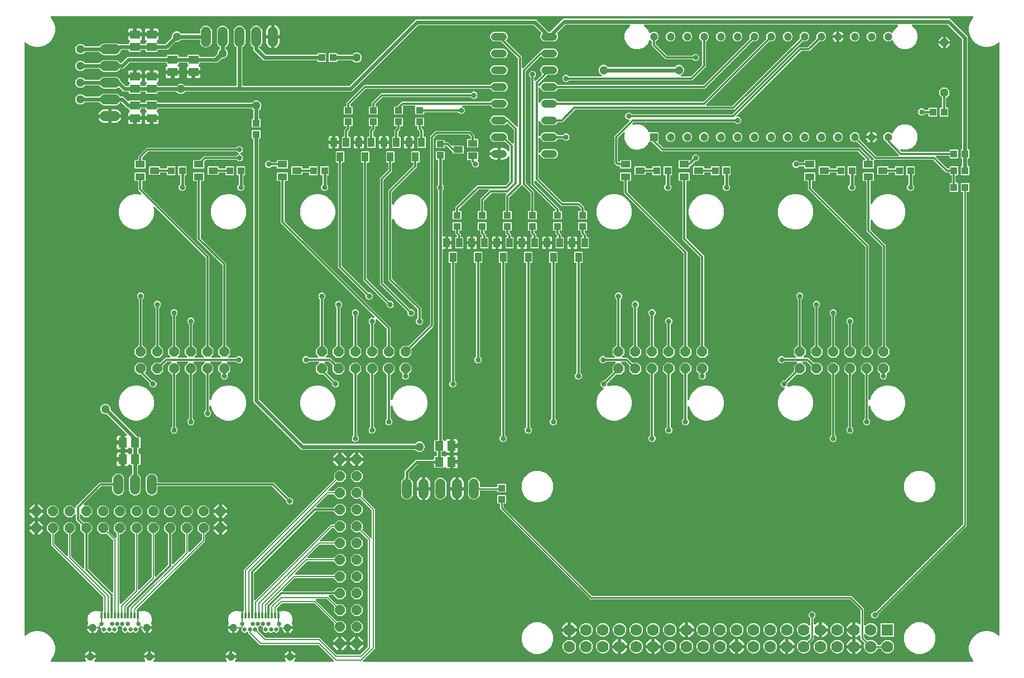
<source format=gbr>
G04 EAGLE Gerber X2 export*
%TF.Part,Single*%
%TF.FileFunction,Copper,L1,Top,Mixed*%
%TF.FilePolarity,Positive*%
%TF.GenerationSoftware,Autodesk,EAGLE,9.0.1*%
%TF.CreationDate,2018-07-01T13:53:45Z*%
G75*
%MOMM*%
%FSLAX34Y34*%
%LPD*%
%AMOC8*
5,1,8,0,0,1.08239X$1,22.5*%
G01*
%ADD10C,1.219200*%
%ADD11R,1.100000X1.000000*%
%ADD12P,1.649562X8X22.500000*%
%ADD13C,1.524000*%
%ADD14R,1.000000X1.100000*%
%ADD15P,1.319650X8X292.500000*%
%ADD16R,1.000000X1.400000*%
%ADD17R,1.400000X1.000000*%
%ADD18R,1.300000X1.500000*%
%ADD19R,1.500000X1.300000*%
%ADD20R,1.200000X1.200000*%
%ADD21C,1.200000*%
%ADD22R,1.778000X1.778000*%
%ADD23C,1.778000*%
%ADD24P,1.649562X8X202.500000*%
%ADD25P,1.649562X8X112.500000*%
%ADD26C,0.650000*%
%ADD27R,0.300000X0.900000*%
%ADD28C,0.609600*%
%ADD29C,1.300000*%
%ADD30C,0.254000*%
%ADD31C,0.304800*%
%ADD32C,0.806400*%
%ADD33C,0.203200*%
%ADD34C,0.406400*%

G36*
X102433Y10172D02*
X102433Y10172D01*
X102534Y10174D01*
X102606Y10192D01*
X102680Y10201D01*
X102774Y10235D01*
X102872Y10259D01*
X102938Y10293D01*
X103008Y10318D01*
X103092Y10373D01*
X103182Y10419D01*
X103238Y10467D01*
X103301Y10507D01*
X103370Y10579D01*
X103447Y10645D01*
X103491Y10704D01*
X103543Y10758D01*
X103594Y10844D01*
X103654Y10925D01*
X103683Y10993D01*
X103722Y11057D01*
X103752Y11153D01*
X103792Y11245D01*
X103805Y11318D01*
X103828Y11389D01*
X103836Y11489D01*
X103854Y11588D01*
X103850Y11662D01*
X103856Y11736D01*
X103841Y11836D01*
X103836Y11936D01*
X103815Y12007D01*
X103804Y12081D01*
X103767Y12174D01*
X103739Y12271D01*
X103703Y12336D01*
X103675Y12405D01*
X103618Y12487D01*
X103569Y12575D01*
X103504Y12651D01*
X103476Y12691D01*
X103450Y12715D01*
X103410Y12761D01*
X103406Y12766D01*
X102471Y14164D01*
X101827Y15719D01*
X101710Y16311D01*
X109664Y16311D01*
X109690Y16314D01*
X109716Y16312D01*
X109863Y16334D01*
X110010Y16351D01*
X110035Y16359D01*
X110051Y16362D01*
X110121Y16340D01*
X110147Y16337D01*
X110172Y16330D01*
X110416Y16311D01*
X118370Y16311D01*
X118253Y15719D01*
X117609Y14164D01*
X116674Y12766D01*
X116670Y12761D01*
X116607Y12683D01*
X116537Y12610D01*
X116499Y12546D01*
X116453Y12488D01*
X116410Y12397D01*
X116358Y12311D01*
X116336Y12240D01*
X116304Y12173D01*
X116283Y12075D01*
X116252Y11979D01*
X116246Y11905D01*
X116231Y11832D01*
X116232Y11732D01*
X116224Y11632D01*
X116235Y11558D01*
X116237Y11484D01*
X116261Y11387D01*
X116276Y11287D01*
X116303Y11218D01*
X116321Y11146D01*
X116368Y11057D01*
X116405Y10963D01*
X116447Y10902D01*
X116481Y10836D01*
X116546Y10759D01*
X116604Y10677D01*
X116659Y10627D01*
X116707Y10571D01*
X116788Y10511D01*
X116862Y10444D01*
X116927Y10408D01*
X116987Y10364D01*
X117079Y10324D01*
X117167Y10275D01*
X117239Y10255D01*
X117307Y10226D01*
X117406Y10208D01*
X117503Y10180D01*
X117603Y10172D01*
X117650Y10164D01*
X117686Y10166D01*
X117747Y10161D01*
X192133Y10161D01*
X192233Y10172D01*
X192334Y10174D01*
X192406Y10192D01*
X192480Y10201D01*
X192574Y10235D01*
X192672Y10259D01*
X192738Y10293D01*
X192808Y10318D01*
X192892Y10373D01*
X192982Y10419D01*
X193038Y10467D01*
X193101Y10507D01*
X193170Y10579D01*
X193247Y10645D01*
X193291Y10704D01*
X193343Y10758D01*
X193394Y10844D01*
X193454Y10925D01*
X193483Y10993D01*
X193522Y11057D01*
X193552Y11153D01*
X193592Y11245D01*
X193605Y11318D01*
X193628Y11389D01*
X193636Y11489D01*
X193654Y11588D01*
X193650Y11662D01*
X193656Y11736D01*
X193641Y11836D01*
X193636Y11936D01*
X193615Y12007D01*
X193604Y12081D01*
X193567Y12174D01*
X193539Y12271D01*
X193503Y12336D01*
X193475Y12405D01*
X193418Y12487D01*
X193369Y12575D01*
X193304Y12651D01*
X193276Y12691D01*
X193250Y12715D01*
X193210Y12761D01*
X193206Y12766D01*
X192271Y14164D01*
X191627Y15719D01*
X191510Y16311D01*
X199464Y16311D01*
X199490Y16314D01*
X199516Y16312D01*
X199663Y16334D01*
X199810Y16351D01*
X199835Y16359D01*
X199851Y16362D01*
X199921Y16340D01*
X199947Y16337D01*
X199972Y16330D01*
X200216Y16311D01*
X208170Y16311D01*
X208053Y15719D01*
X207409Y14164D01*
X206474Y12766D01*
X206470Y12761D01*
X206407Y12683D01*
X206337Y12610D01*
X206299Y12546D01*
X206253Y12488D01*
X206210Y12397D01*
X206158Y12311D01*
X206136Y12240D01*
X206104Y12173D01*
X206083Y12075D01*
X206052Y11979D01*
X206046Y11905D01*
X206031Y11832D01*
X206032Y11732D01*
X206024Y11632D01*
X206035Y11558D01*
X206037Y11484D01*
X206061Y11387D01*
X206076Y11287D01*
X206103Y11218D01*
X206121Y11146D01*
X206168Y11057D01*
X206205Y10963D01*
X206247Y10902D01*
X206281Y10836D01*
X206346Y10759D01*
X206404Y10677D01*
X206459Y10627D01*
X206507Y10571D01*
X206588Y10511D01*
X206662Y10444D01*
X206727Y10408D01*
X206787Y10364D01*
X206879Y10324D01*
X206967Y10275D01*
X207039Y10255D01*
X207107Y10226D01*
X207206Y10208D01*
X207303Y10180D01*
X207403Y10172D01*
X207450Y10164D01*
X207486Y10166D01*
X207547Y10161D01*
X315693Y10161D01*
X315793Y10172D01*
X315894Y10174D01*
X315966Y10192D01*
X316040Y10201D01*
X316134Y10235D01*
X316232Y10259D01*
X316298Y10293D01*
X316368Y10318D01*
X316452Y10373D01*
X316542Y10419D01*
X316598Y10467D01*
X316661Y10507D01*
X316730Y10579D01*
X316807Y10645D01*
X316851Y10704D01*
X316903Y10758D01*
X316954Y10844D01*
X317014Y10925D01*
X317043Y10993D01*
X317082Y11057D01*
X317112Y11153D01*
X317152Y11245D01*
X317165Y11318D01*
X317188Y11389D01*
X317196Y11489D01*
X317214Y11588D01*
X317210Y11662D01*
X317216Y11736D01*
X317201Y11836D01*
X317196Y11936D01*
X317175Y12007D01*
X317164Y12081D01*
X317127Y12174D01*
X317099Y12271D01*
X317063Y12336D01*
X317035Y12405D01*
X316978Y12487D01*
X316929Y12575D01*
X316864Y12651D01*
X316836Y12691D01*
X316810Y12715D01*
X316770Y12761D01*
X316766Y12766D01*
X315831Y14164D01*
X315187Y15719D01*
X315070Y16311D01*
X323024Y16311D01*
X323050Y16314D01*
X323076Y16312D01*
X323223Y16334D01*
X323370Y16351D01*
X323395Y16359D01*
X323411Y16362D01*
X323481Y16340D01*
X323507Y16337D01*
X323532Y16330D01*
X323776Y16311D01*
X331730Y16311D01*
X331613Y15719D01*
X330969Y14164D01*
X330034Y12766D01*
X330030Y12761D01*
X329967Y12683D01*
X329897Y12610D01*
X329859Y12546D01*
X329813Y12488D01*
X329770Y12397D01*
X329718Y12311D01*
X329696Y12240D01*
X329664Y12173D01*
X329643Y12075D01*
X329612Y11979D01*
X329606Y11905D01*
X329591Y11832D01*
X329592Y11732D01*
X329584Y11632D01*
X329595Y11558D01*
X329597Y11484D01*
X329621Y11387D01*
X329636Y11287D01*
X329663Y11218D01*
X329681Y11146D01*
X329728Y11057D01*
X329765Y10963D01*
X329807Y10902D01*
X329841Y10836D01*
X329906Y10759D01*
X329964Y10677D01*
X330019Y10627D01*
X330067Y10571D01*
X330148Y10511D01*
X330222Y10444D01*
X330287Y10408D01*
X330347Y10364D01*
X330439Y10324D01*
X330527Y10275D01*
X330599Y10255D01*
X330667Y10226D01*
X330766Y10208D01*
X330863Y10180D01*
X330963Y10172D01*
X331010Y10164D01*
X331046Y10166D01*
X331107Y10161D01*
X405493Y10161D01*
X405593Y10172D01*
X405694Y10174D01*
X405766Y10192D01*
X405840Y10201D01*
X405934Y10235D01*
X406032Y10259D01*
X406098Y10293D01*
X406168Y10318D01*
X406252Y10373D01*
X406342Y10419D01*
X406398Y10467D01*
X406461Y10507D01*
X406530Y10579D01*
X406607Y10645D01*
X406651Y10704D01*
X406703Y10758D01*
X406754Y10844D01*
X406814Y10925D01*
X406843Y10993D01*
X406882Y11057D01*
X406912Y11153D01*
X406952Y11245D01*
X406965Y11318D01*
X406988Y11389D01*
X406996Y11489D01*
X407014Y11588D01*
X407010Y11662D01*
X407016Y11736D01*
X407001Y11836D01*
X406996Y11936D01*
X406975Y12007D01*
X406964Y12081D01*
X406927Y12174D01*
X406899Y12271D01*
X406863Y12336D01*
X406835Y12405D01*
X406778Y12487D01*
X406729Y12575D01*
X406664Y12651D01*
X406636Y12691D01*
X406610Y12715D01*
X406570Y12761D01*
X406566Y12766D01*
X405631Y14164D01*
X404987Y15719D01*
X404870Y16311D01*
X412824Y16311D01*
X412850Y16314D01*
X412876Y16312D01*
X413023Y16334D01*
X413170Y16351D01*
X413195Y16359D01*
X413211Y16362D01*
X413281Y16340D01*
X413307Y16337D01*
X413332Y16330D01*
X413576Y16311D01*
X421530Y16311D01*
X421413Y15719D01*
X420769Y14164D01*
X419834Y12766D01*
X419830Y12761D01*
X419767Y12683D01*
X419697Y12610D01*
X419659Y12546D01*
X419613Y12488D01*
X419570Y12397D01*
X419518Y12311D01*
X419496Y12240D01*
X419464Y12173D01*
X419443Y12075D01*
X419412Y11979D01*
X419406Y11905D01*
X419391Y11832D01*
X419392Y11732D01*
X419384Y11632D01*
X419395Y11558D01*
X419397Y11484D01*
X419421Y11387D01*
X419436Y11287D01*
X419463Y11218D01*
X419481Y11146D01*
X419528Y11057D01*
X419565Y10963D01*
X419607Y10902D01*
X419641Y10836D01*
X419706Y10759D01*
X419764Y10677D01*
X419819Y10627D01*
X419867Y10571D01*
X419948Y10511D01*
X420022Y10444D01*
X420087Y10408D01*
X420147Y10364D01*
X420239Y10324D01*
X420327Y10275D01*
X420399Y10255D01*
X420467Y10226D01*
X420566Y10208D01*
X420663Y10180D01*
X420763Y10172D01*
X420810Y10164D01*
X420846Y10166D01*
X420907Y10161D01*
X478228Y10161D01*
X478328Y10172D01*
X478428Y10174D01*
X478500Y10192D01*
X478574Y10201D01*
X478669Y10234D01*
X478766Y10259D01*
X478832Y10293D01*
X478902Y10318D01*
X478987Y10373D01*
X479076Y10419D01*
X479133Y10467D01*
X479195Y10507D01*
X479265Y10579D01*
X479341Y10644D01*
X479385Y10704D01*
X479437Y10758D01*
X479489Y10844D01*
X479548Y10925D01*
X479578Y10993D01*
X479616Y11057D01*
X479647Y11153D01*
X479686Y11245D01*
X479700Y11318D01*
X479722Y11389D01*
X479730Y11489D01*
X479748Y11588D01*
X479744Y11662D01*
X479750Y11736D01*
X479735Y11836D01*
X479730Y11936D01*
X479710Y12007D01*
X479699Y12081D01*
X479661Y12174D01*
X479634Y12271D01*
X479597Y12336D01*
X479570Y12405D01*
X479513Y12487D01*
X479463Y12575D01*
X479398Y12651D01*
X479371Y12691D01*
X479344Y12715D01*
X479305Y12761D01*
X456699Y35367D01*
X456600Y35446D01*
X456506Y35530D01*
X456464Y35554D01*
X456426Y35584D01*
X456312Y35638D01*
X456201Y35699D01*
X456154Y35712D01*
X456111Y35733D01*
X455987Y35759D01*
X455866Y35794D01*
X455805Y35799D01*
X455770Y35806D01*
X455722Y35805D01*
X455622Y35813D01*
X367353Y35813D01*
X350013Y53153D01*
X350013Y54372D01*
X350012Y54383D01*
X350012Y54387D01*
X350009Y54410D01*
X349999Y54498D01*
X349992Y54624D01*
X349979Y54671D01*
X349973Y54719D01*
X349931Y54838D01*
X349896Y54959D01*
X349872Y55001D01*
X349856Y55047D01*
X349787Y55153D01*
X349726Y55263D01*
X349686Y55310D01*
X349667Y55340D01*
X349632Y55373D01*
X349567Y55450D01*
X349377Y55640D01*
X349357Y55656D01*
X349340Y55676D01*
X349220Y55764D01*
X349104Y55856D01*
X349080Y55867D01*
X349059Y55883D01*
X348923Y55942D01*
X348789Y56005D01*
X348763Y56011D01*
X348739Y56021D01*
X348593Y56047D01*
X348448Y56079D01*
X348422Y56078D01*
X348396Y56083D01*
X348248Y56075D01*
X348100Y56073D01*
X348074Y56066D01*
X348048Y56065D01*
X347906Y56024D01*
X347762Y55988D01*
X347739Y55976D01*
X347713Y55968D01*
X347584Y55896D01*
X347452Y55828D01*
X347432Y55811D01*
X347409Y55798D01*
X347223Y55640D01*
X346173Y54589D01*
X342427Y54589D01*
X339779Y57237D01*
X339779Y61059D01*
X339773Y61110D01*
X339776Y61162D01*
X339753Y61283D01*
X339739Y61406D01*
X339722Y61454D01*
X339713Y61505D01*
X339664Y61617D01*
X339622Y61734D01*
X339594Y61777D01*
X339573Y61824D01*
X339500Y61923D01*
X339433Y62026D01*
X339396Y62062D01*
X339365Y62103D01*
X339271Y62183D01*
X339182Y62269D01*
X339138Y62295D01*
X339099Y62328D01*
X338989Y62384D01*
X338883Y62447D01*
X338834Y62463D01*
X338788Y62487D01*
X338649Y62526D01*
X338340Y62654D01*
X338218Y62689D01*
X338099Y62731D01*
X338051Y62737D01*
X338004Y62750D01*
X337878Y62756D01*
X337752Y62770D01*
X337704Y62765D01*
X337656Y62767D01*
X337532Y62744D01*
X337406Y62729D01*
X337349Y62711D01*
X337313Y62704D01*
X337269Y62685D01*
X337174Y62654D01*
X336447Y62353D01*
X336358Y62304D01*
X336265Y62263D01*
X336206Y62219D01*
X336142Y62184D01*
X336067Y62116D01*
X335986Y62055D01*
X335938Y61999D01*
X335884Y61950D01*
X335826Y61866D01*
X335761Y61789D01*
X335727Y61723D01*
X335686Y61663D01*
X335648Y61569D01*
X335602Y61478D01*
X335576Y61384D01*
X335558Y61339D01*
X335553Y61303D01*
X335536Y61243D01*
X335432Y60724D01*
X335432Y60723D01*
X335213Y59619D01*
X334569Y58064D01*
X333634Y56666D01*
X332444Y55476D01*
X331046Y54541D01*
X329491Y53897D01*
X328899Y53780D01*
X328899Y61026D01*
X328891Y61102D01*
X328892Y61179D01*
X328871Y61275D01*
X328859Y61373D01*
X328834Y61444D01*
X328817Y61519D01*
X328775Y61608D01*
X328742Y61701D01*
X328700Y61765D01*
X328668Y61834D01*
X328606Y61911D01*
X328553Y61993D01*
X328498Y62047D01*
X328450Y62106D01*
X328373Y62167D01*
X328302Y62236D01*
X328237Y62275D01*
X328177Y62322D01*
X328044Y62390D01*
X328003Y62415D01*
X327985Y62420D01*
X327959Y62434D01*
X327207Y62745D01*
X327062Y62786D01*
X326919Y62832D01*
X326895Y62834D01*
X326872Y62841D01*
X326721Y62848D01*
X326696Y62850D01*
X326644Y62891D01*
X326552Y62974D01*
X326508Y62999D01*
X326468Y63030D01*
X326251Y63141D01*
X324944Y63682D01*
X324895Y63726D01*
X324853Y63750D01*
X324815Y63780D01*
X324701Y63834D01*
X324590Y63895D01*
X324544Y63908D01*
X324500Y63929D01*
X324377Y63955D01*
X324255Y63990D01*
X324194Y63995D01*
X324160Y64002D01*
X324112Y64001D01*
X324011Y64009D01*
X318670Y64009D01*
X318787Y64601D01*
X319431Y66156D01*
X320449Y67679D01*
X320456Y67693D01*
X320485Y67729D01*
X320519Y67799D01*
X320561Y67865D01*
X320593Y67957D01*
X320635Y68044D01*
X320651Y68120D01*
X320677Y68193D01*
X320688Y68290D01*
X320709Y68385D01*
X320707Y68462D01*
X320716Y68540D01*
X320705Y68636D01*
X320703Y68733D01*
X320684Y68809D01*
X320675Y68886D01*
X320630Y69025D01*
X320619Y69071D01*
X320610Y69089D01*
X320600Y69118D01*
X319389Y72042D01*
X319389Y77178D01*
X321355Y81923D01*
X324987Y85555D01*
X329732Y87521D01*
X334868Y87521D01*
X336530Y86832D01*
X336579Y86818D01*
X336626Y86796D01*
X336747Y86771D01*
X336865Y86737D01*
X336917Y86734D01*
X336967Y86723D01*
X337090Y86726D01*
X337213Y86720D01*
X337264Y86729D01*
X337316Y86730D01*
X337435Y86760D01*
X337556Y86782D01*
X337603Y86803D01*
X337653Y86816D01*
X337874Y86921D01*
X338319Y87178D01*
X338965Y87351D01*
X339277Y87351D01*
X339277Y86523D01*
X339287Y86433D01*
X339287Y86343D01*
X339307Y86261D01*
X339316Y86177D01*
X339347Y86092D01*
X339368Y86004D01*
X339405Y85928D01*
X339434Y85849D01*
X339483Y85773D01*
X339523Y85692D01*
X339596Y85598D01*
X339623Y85556D01*
X339623Y85555D01*
X339644Y85535D01*
X339673Y85498D01*
X339776Y85408D01*
X339874Y85313D01*
X339907Y85294D01*
X339935Y85269D01*
X340056Y85204D01*
X340173Y85134D01*
X340209Y85123D01*
X340243Y85105D01*
X340375Y85070D01*
X340505Y85028D01*
X340543Y85025D01*
X340580Y85015D01*
X340716Y85011D01*
X340852Y85000D01*
X340890Y85006D01*
X340928Y85005D01*
X341062Y85032D01*
X341197Y85052D01*
X341233Y85066D01*
X341270Y85074D01*
X341394Y85130D01*
X341521Y85181D01*
X341552Y85202D01*
X341587Y85218D01*
X341695Y85302D01*
X341807Y85380D01*
X341832Y85408D01*
X341863Y85431D01*
X341949Y85537D01*
X342040Y85638D01*
X342059Y85672D01*
X342083Y85701D01*
X342143Y85824D01*
X342209Y85943D01*
X342219Y85980D01*
X342236Y86014D01*
X342267Y86147D01*
X342304Y86279D01*
X342308Y86326D01*
X342314Y86354D01*
X342314Y86404D01*
X342323Y86523D01*
X342323Y87389D01*
X342336Y87391D01*
X342361Y87399D01*
X342387Y87403D01*
X342525Y87458D01*
X342664Y87508D01*
X342686Y87522D01*
X342711Y87532D01*
X342832Y87617D01*
X342957Y87697D01*
X342975Y87716D01*
X342997Y87731D01*
X343096Y87841D01*
X343199Y87948D01*
X343213Y87970D01*
X343230Y87990D01*
X343302Y88120D01*
X343378Y88247D01*
X343386Y88272D01*
X343399Y88295D01*
X343439Y88438D01*
X343484Y88579D01*
X343486Y88605D01*
X343494Y88630D01*
X343513Y88874D01*
X343513Y149897D01*
X479969Y286353D01*
X479986Y286374D01*
X480006Y286391D01*
X480054Y286456D01*
X480063Y286466D01*
X480073Y286482D01*
X480094Y286510D01*
X480186Y286626D01*
X480197Y286650D01*
X480213Y286671D01*
X480271Y286807D01*
X480335Y286941D01*
X480340Y286967D01*
X480351Y286991D01*
X480377Y287137D01*
X480408Y287282D01*
X480408Y287308D01*
X480412Y287334D01*
X480405Y287483D01*
X480402Y287630D01*
X480396Y287656D01*
X480394Y287682D01*
X480353Y287825D01*
X480317Y287968D01*
X480305Y287992D01*
X480298Y288017D01*
X480226Y288146D01*
X480158Y288278D01*
X480140Y288298D01*
X480128Y288321D01*
X480059Y288402D01*
X480059Y295783D01*
X485267Y300991D01*
X492633Y300991D01*
X497841Y295783D01*
X497841Y288417D01*
X492633Y283209D01*
X485247Y283209D01*
X485201Y283244D01*
X485084Y283336D01*
X485061Y283347D01*
X485040Y283363D01*
X484903Y283421D01*
X484769Y283485D01*
X484744Y283490D01*
X484720Y283501D01*
X484573Y283527D01*
X484429Y283558D01*
X484402Y283558D01*
X484377Y283562D01*
X484229Y283555D01*
X484080Y283552D01*
X484055Y283546D01*
X484028Y283544D01*
X483886Y283503D01*
X483742Y283467D01*
X483719Y283455D01*
X483694Y283448D01*
X483564Y283375D01*
X483432Y283308D01*
X483412Y283291D01*
X483389Y283278D01*
X483203Y283119D01*
X471671Y271587D01*
X471609Y271509D01*
X471539Y271436D01*
X471501Y271372D01*
X471454Y271314D01*
X471411Y271223D01*
X471360Y271137D01*
X471337Y271066D01*
X471305Y270999D01*
X471284Y270901D01*
X471254Y270805D01*
X471248Y270731D01*
X471232Y270658D01*
X471234Y270558D01*
X471226Y270458D01*
X471237Y270384D01*
X471238Y270310D01*
X471263Y270213D01*
X471277Y270113D01*
X471305Y270044D01*
X471323Y269972D01*
X471369Y269882D01*
X471406Y269789D01*
X471449Y269728D01*
X471483Y269662D01*
X471548Y269585D01*
X471605Y269503D01*
X471660Y269453D01*
X471709Y269397D01*
X471789Y269337D01*
X471864Y269270D01*
X471929Y269234D01*
X471989Y269189D01*
X472081Y269150D01*
X472169Y269101D01*
X472241Y269081D01*
X472309Y269051D01*
X472408Y269034D01*
X472504Y269006D01*
X472604Y268998D01*
X472652Y268990D01*
X472688Y268992D01*
X472748Y268987D01*
X478536Y268987D01*
X478562Y268990D01*
X478588Y268988D01*
X478735Y269010D01*
X478882Y269027D01*
X478907Y269035D01*
X478933Y269039D01*
X479071Y269094D01*
X479210Y269144D01*
X479232Y269158D01*
X479257Y269168D01*
X479378Y269253D01*
X479503Y269333D01*
X479521Y269352D01*
X479543Y269367D01*
X479642Y269477D01*
X479745Y269584D01*
X479759Y269606D01*
X479776Y269626D01*
X479848Y269756D01*
X479924Y269883D01*
X479932Y269908D01*
X479945Y269931D01*
X479985Y270074D01*
X480030Y270215D01*
X480032Y270241D01*
X480040Y270266D01*
X480048Y270372D01*
X485267Y275591D01*
X492633Y275591D01*
X497841Y270383D01*
X497841Y263017D01*
X492633Y257809D01*
X485267Y257809D01*
X480045Y263032D01*
X480036Y263089D01*
X480019Y263236D01*
X480011Y263261D01*
X480007Y263287D01*
X479952Y263425D01*
X479902Y263564D01*
X479888Y263586D01*
X479878Y263611D01*
X479793Y263732D01*
X479713Y263857D01*
X479694Y263875D01*
X479679Y263897D01*
X479569Y263996D01*
X479462Y264099D01*
X479440Y264113D01*
X479420Y264130D01*
X479290Y264202D01*
X479163Y264278D01*
X479138Y264286D01*
X479115Y264299D01*
X478972Y264339D01*
X478831Y264384D01*
X478805Y264386D01*
X478780Y264394D01*
X478536Y264413D01*
X471478Y264413D01*
X471353Y264399D01*
X471226Y264392D01*
X471180Y264379D01*
X471132Y264373D01*
X471013Y264331D01*
X470892Y264296D01*
X470849Y264272D01*
X470804Y264256D01*
X470697Y264187D01*
X470587Y264126D01*
X470541Y264086D01*
X470511Y264067D01*
X470477Y264032D01*
X470401Y263967D01*
X453129Y246695D01*
X453067Y246617D01*
X452997Y246544D01*
X452959Y246480D01*
X452912Y246422D01*
X452869Y246331D01*
X452818Y246245D01*
X452795Y246174D01*
X452763Y246107D01*
X452742Y246009D01*
X452712Y245913D01*
X452706Y245839D01*
X452690Y245766D01*
X452692Y245666D01*
X452684Y245566D01*
X452695Y245492D01*
X452696Y245418D01*
X452721Y245321D01*
X452735Y245221D01*
X452763Y245152D01*
X452781Y245080D01*
X452827Y244990D01*
X452864Y244897D01*
X452907Y244836D01*
X452941Y244770D01*
X453006Y244693D01*
X453063Y244611D01*
X453118Y244561D01*
X453167Y244505D01*
X453247Y244445D01*
X453322Y244378D01*
X453387Y244342D01*
X453447Y244297D01*
X453539Y244258D01*
X453627Y244209D01*
X453699Y244189D01*
X453767Y244159D01*
X453866Y244142D01*
X453962Y244114D01*
X454062Y244106D01*
X454110Y244098D01*
X454146Y244100D01*
X454206Y244095D01*
X478540Y244095D01*
X478666Y244109D01*
X478792Y244116D01*
X478839Y244129D01*
X478887Y244135D01*
X479006Y244177D01*
X479127Y244212D01*
X479169Y244236D01*
X479215Y244252D01*
X479321Y244321D01*
X479431Y244382D01*
X479478Y244422D01*
X479508Y244441D01*
X479541Y244476D01*
X479618Y244541D01*
X485267Y250191D01*
X492633Y250191D01*
X497841Y244983D01*
X497841Y237617D01*
X492633Y232409D01*
X485267Y232409D01*
X479618Y238059D01*
X479519Y238138D01*
X479425Y238222D01*
X479382Y238246D01*
X479345Y238276D01*
X479230Y238330D01*
X479120Y238391D01*
X479073Y238404D01*
X479029Y238425D01*
X478906Y238451D01*
X478784Y238486D01*
X478724Y238491D01*
X478689Y238498D01*
X478641Y238497D01*
X478540Y238505D01*
X452639Y238505D01*
X452513Y238491D01*
X452387Y238484D01*
X452340Y238471D01*
X452292Y238465D01*
X452173Y238423D01*
X452052Y238388D01*
X452010Y238364D01*
X451964Y238348D01*
X451858Y238279D01*
X451748Y238218D01*
X451701Y238178D01*
X451671Y238159D01*
X451638Y238124D01*
X451561Y238059D01*
X359041Y145539D01*
X358962Y145440D01*
X358878Y145346D01*
X358854Y145303D01*
X358824Y145266D01*
X358770Y145151D01*
X358709Y145041D01*
X358696Y144994D01*
X358675Y144950D01*
X358649Y144827D01*
X358614Y144705D01*
X358609Y144644D01*
X358602Y144610D01*
X358603Y144562D01*
X358595Y144461D01*
X358595Y105156D01*
X358606Y105056D01*
X358608Y104956D01*
X358626Y104884D01*
X358635Y104810D01*
X358668Y104715D01*
X358693Y104618D01*
X358727Y104552D01*
X358752Y104482D01*
X358807Y104397D01*
X358853Y104308D01*
X358901Y104251D01*
X358941Y104189D01*
X359013Y104119D01*
X359078Y104043D01*
X359138Y103999D01*
X359192Y103947D01*
X359278Y103895D01*
X359359Y103836D01*
X359427Y103806D01*
X359491Y103768D01*
X359587Y103737D01*
X359679Y103698D01*
X359752Y103684D01*
X359823Y103662D01*
X359923Y103654D01*
X360022Y103636D01*
X360096Y103640D01*
X360170Y103634D01*
X360270Y103649D01*
X360370Y103654D01*
X360441Y103674D01*
X360515Y103685D01*
X360608Y103723D01*
X360705Y103750D01*
X360770Y103787D01*
X360839Y103814D01*
X360921Y103871D01*
X361009Y103921D01*
X361085Y103986D01*
X361125Y104013D01*
X361149Y104040D01*
X361195Y104079D01*
X475303Y218187D01*
X478536Y218187D01*
X478562Y218190D01*
X478588Y218188D01*
X478735Y218210D01*
X478882Y218227D01*
X478907Y218235D01*
X478933Y218239D01*
X479071Y218294D01*
X479210Y218344D01*
X479232Y218358D01*
X479257Y218368D01*
X479378Y218453D01*
X479503Y218533D01*
X479521Y218552D01*
X479543Y218567D01*
X479642Y218677D01*
X479745Y218784D01*
X479759Y218806D01*
X479776Y218826D01*
X479848Y218956D01*
X479924Y219083D01*
X479932Y219108D01*
X479945Y219131D01*
X479985Y219274D01*
X480030Y219415D01*
X480032Y219441D01*
X480040Y219466D01*
X480048Y219572D01*
X485267Y224791D01*
X492633Y224791D01*
X497841Y219583D01*
X497841Y212217D01*
X492633Y207009D01*
X485267Y207009D01*
X480045Y212232D01*
X480036Y212289D01*
X480019Y212436D01*
X480011Y212461D01*
X480007Y212487D01*
X479952Y212625D01*
X479902Y212764D01*
X479888Y212786D01*
X479878Y212811D01*
X479793Y212932D01*
X479713Y213057D01*
X479694Y213075D01*
X479679Y213097D01*
X479569Y213196D01*
X479462Y213299D01*
X479440Y213313D01*
X479420Y213330D01*
X479290Y213402D01*
X479163Y213478D01*
X479138Y213486D01*
X479115Y213499D01*
X478972Y213539D01*
X478831Y213584D01*
X478805Y213586D01*
X478780Y213594D01*
X478536Y213613D01*
X477828Y213613D01*
X477703Y213599D01*
X477576Y213592D01*
X477530Y213579D01*
X477482Y213573D01*
X477363Y213531D01*
X477242Y213496D01*
X477199Y213472D01*
X477154Y213456D01*
X477047Y213387D01*
X476937Y213326D01*
X476891Y213286D01*
X476861Y213267D01*
X476827Y213232D01*
X476751Y213167D01*
X458971Y195387D01*
X458909Y195309D01*
X458839Y195236D01*
X458801Y195172D01*
X458754Y195114D01*
X458711Y195023D01*
X458660Y194937D01*
X458637Y194866D01*
X458605Y194799D01*
X458584Y194701D01*
X458554Y194605D01*
X458548Y194531D01*
X458532Y194458D01*
X458534Y194358D01*
X458526Y194258D01*
X458537Y194184D01*
X458538Y194110D01*
X458563Y194013D01*
X458577Y193913D01*
X458605Y193844D01*
X458623Y193772D01*
X458669Y193682D01*
X458706Y193589D01*
X458749Y193528D01*
X458783Y193462D01*
X458848Y193385D01*
X458905Y193303D01*
X458960Y193253D01*
X459009Y193197D01*
X459089Y193137D01*
X459164Y193070D01*
X459229Y193034D01*
X459289Y192989D01*
X459381Y192950D01*
X459469Y192901D01*
X459541Y192881D01*
X459609Y192851D01*
X459708Y192834D01*
X459804Y192806D01*
X459904Y192798D01*
X459952Y192790D01*
X459988Y192792D01*
X460048Y192787D01*
X478536Y192787D01*
X478562Y192790D01*
X478588Y192788D01*
X478735Y192810D01*
X478882Y192827D01*
X478907Y192835D01*
X478933Y192839D01*
X479071Y192894D01*
X479210Y192944D01*
X479232Y192958D01*
X479257Y192968D01*
X479378Y193053D01*
X479503Y193133D01*
X479521Y193152D01*
X479543Y193167D01*
X479642Y193277D01*
X479745Y193384D01*
X479759Y193406D01*
X479776Y193426D01*
X479848Y193556D01*
X479924Y193683D01*
X479932Y193708D01*
X479945Y193731D01*
X479985Y193874D01*
X480030Y194015D01*
X480032Y194041D01*
X480040Y194066D01*
X480048Y194172D01*
X485267Y199391D01*
X492633Y199391D01*
X497841Y194183D01*
X497841Y186817D01*
X492633Y181609D01*
X485267Y181609D01*
X480045Y186832D01*
X480036Y186889D01*
X480019Y187036D01*
X480011Y187061D01*
X480007Y187087D01*
X479952Y187225D01*
X479902Y187364D01*
X479888Y187386D01*
X479878Y187411D01*
X479793Y187532D01*
X479713Y187657D01*
X479694Y187675D01*
X479679Y187697D01*
X479569Y187796D01*
X479462Y187899D01*
X479440Y187913D01*
X479420Y187930D01*
X479290Y188002D01*
X479163Y188078D01*
X479138Y188086D01*
X479115Y188099D01*
X478972Y188139D01*
X478831Y188184D01*
X478805Y188186D01*
X478780Y188194D01*
X478536Y188213D01*
X458778Y188213D01*
X458653Y188199D01*
X458526Y188192D01*
X458480Y188179D01*
X458432Y188173D01*
X458313Y188131D01*
X458192Y188096D01*
X458149Y188072D01*
X458104Y188056D01*
X457997Y187987D01*
X457887Y187926D01*
X457841Y187886D01*
X457811Y187867D01*
X457777Y187832D01*
X457701Y187767D01*
X439921Y169987D01*
X439859Y169909D01*
X439789Y169836D01*
X439751Y169772D01*
X439704Y169714D01*
X439661Y169623D01*
X439610Y169537D01*
X439587Y169466D01*
X439555Y169399D01*
X439534Y169301D01*
X439504Y169205D01*
X439498Y169131D01*
X439482Y169058D01*
X439484Y168958D01*
X439476Y168858D01*
X439487Y168784D01*
X439488Y168710D01*
X439513Y168613D01*
X439527Y168513D01*
X439555Y168444D01*
X439573Y168372D01*
X439619Y168282D01*
X439656Y168189D01*
X439699Y168128D01*
X439733Y168062D01*
X439798Y167985D01*
X439855Y167903D01*
X439910Y167853D01*
X439959Y167797D01*
X440039Y167737D01*
X440114Y167670D01*
X440179Y167634D01*
X440239Y167589D01*
X440331Y167550D01*
X440419Y167501D01*
X440491Y167481D01*
X440559Y167451D01*
X440658Y167434D01*
X440754Y167406D01*
X440854Y167398D01*
X440902Y167390D01*
X440938Y167392D01*
X440998Y167387D01*
X478536Y167387D01*
X478562Y167390D01*
X478588Y167388D01*
X478735Y167410D01*
X478882Y167427D01*
X478907Y167435D01*
X478933Y167439D01*
X479071Y167494D01*
X479210Y167544D01*
X479232Y167558D01*
X479257Y167568D01*
X479378Y167653D01*
X479503Y167733D01*
X479521Y167752D01*
X479543Y167767D01*
X479642Y167877D01*
X479745Y167984D01*
X479759Y168006D01*
X479776Y168026D01*
X479848Y168156D01*
X479924Y168283D01*
X479932Y168308D01*
X479945Y168331D01*
X479985Y168474D01*
X480030Y168615D01*
X480032Y168641D01*
X480040Y168666D01*
X480048Y168772D01*
X485267Y173991D01*
X492633Y173991D01*
X497841Y168783D01*
X497841Y161417D01*
X492633Y156209D01*
X485267Y156209D01*
X480045Y161432D01*
X480036Y161489D01*
X480019Y161636D01*
X480011Y161661D01*
X480007Y161687D01*
X479952Y161825D01*
X479902Y161964D01*
X479888Y161986D01*
X479878Y162011D01*
X479793Y162132D01*
X479713Y162257D01*
X479694Y162275D01*
X479679Y162297D01*
X479569Y162396D01*
X479462Y162499D01*
X479440Y162513D01*
X479420Y162530D01*
X479290Y162602D01*
X479163Y162678D01*
X479138Y162686D01*
X479115Y162699D01*
X478972Y162739D01*
X478831Y162784D01*
X478805Y162786D01*
X478780Y162794D01*
X478536Y162813D01*
X439728Y162813D01*
X439603Y162799D01*
X439476Y162792D01*
X439430Y162779D01*
X439382Y162773D01*
X439263Y162731D01*
X439142Y162696D01*
X439099Y162672D01*
X439054Y162656D01*
X438947Y162587D01*
X438837Y162526D01*
X438791Y162486D01*
X438761Y162467D01*
X438727Y162432D01*
X438651Y162367D01*
X420871Y144587D01*
X420809Y144509D01*
X420739Y144436D01*
X420701Y144372D01*
X420654Y144314D01*
X420611Y144223D01*
X420560Y144137D01*
X420537Y144066D01*
X420505Y143999D01*
X420484Y143901D01*
X420454Y143805D01*
X420448Y143731D01*
X420432Y143658D01*
X420434Y143558D01*
X420426Y143458D01*
X420437Y143384D01*
X420438Y143310D01*
X420463Y143213D01*
X420477Y143113D01*
X420505Y143044D01*
X420523Y142972D01*
X420569Y142882D01*
X420606Y142789D01*
X420649Y142728D01*
X420683Y142662D01*
X420748Y142585D01*
X420805Y142503D01*
X420860Y142453D01*
X420909Y142397D01*
X420989Y142337D01*
X421064Y142270D01*
X421129Y142234D01*
X421189Y142189D01*
X421281Y142150D01*
X421369Y142101D01*
X421441Y142081D01*
X421509Y142051D01*
X421608Y142034D01*
X421704Y142006D01*
X421804Y141998D01*
X421852Y141990D01*
X421888Y141992D01*
X421948Y141987D01*
X478536Y141987D01*
X478562Y141990D01*
X478588Y141988D01*
X478735Y142010D01*
X478882Y142027D01*
X478907Y142035D01*
X478933Y142039D01*
X479071Y142094D01*
X479210Y142144D01*
X479232Y142158D01*
X479257Y142168D01*
X479378Y142253D01*
X479503Y142333D01*
X479521Y142352D01*
X479543Y142367D01*
X479642Y142477D01*
X479745Y142584D01*
X479759Y142606D01*
X479776Y142626D01*
X479848Y142756D01*
X479924Y142883D01*
X479932Y142908D01*
X479945Y142931D01*
X479985Y143074D01*
X480030Y143215D01*
X480032Y143241D01*
X480040Y143266D01*
X480048Y143372D01*
X485267Y148591D01*
X492633Y148591D01*
X497841Y143383D01*
X497841Y136017D01*
X492633Y130809D01*
X485267Y130809D01*
X480045Y136032D01*
X480036Y136089D01*
X480019Y136236D01*
X480011Y136261D01*
X480007Y136287D01*
X479952Y136425D01*
X479902Y136564D01*
X479888Y136586D01*
X479878Y136611D01*
X479793Y136732D01*
X479713Y136857D01*
X479694Y136875D01*
X479679Y136897D01*
X479569Y136996D01*
X479462Y137099D01*
X479440Y137113D01*
X479420Y137130D01*
X479290Y137202D01*
X479163Y137278D01*
X479138Y137286D01*
X479115Y137299D01*
X478972Y137339D01*
X478831Y137384D01*
X478805Y137386D01*
X478780Y137394D01*
X478536Y137413D01*
X420678Y137413D01*
X420553Y137399D01*
X420426Y137392D01*
X420380Y137379D01*
X420332Y137373D01*
X420213Y137331D01*
X420092Y137296D01*
X420049Y137272D01*
X420004Y137256D01*
X419897Y137187D01*
X419787Y137126D01*
X419741Y137086D01*
X419711Y137067D01*
X419677Y137032D01*
X419601Y136967D01*
X402329Y119695D01*
X402267Y119617D01*
X402197Y119544D01*
X402159Y119480D01*
X402112Y119422D01*
X402069Y119331D01*
X402018Y119245D01*
X401995Y119174D01*
X401963Y119107D01*
X401942Y119009D01*
X401912Y118913D01*
X401906Y118839D01*
X401890Y118766D01*
X401892Y118666D01*
X401884Y118566D01*
X401895Y118492D01*
X401896Y118418D01*
X401921Y118321D01*
X401935Y118221D01*
X401963Y118152D01*
X401981Y118080D01*
X402027Y117990D01*
X402064Y117897D01*
X402107Y117836D01*
X402141Y117770D01*
X402206Y117693D01*
X402263Y117611D01*
X402318Y117561D01*
X402367Y117505D01*
X402447Y117445D01*
X402522Y117378D01*
X402587Y117342D01*
X402647Y117297D01*
X402739Y117258D01*
X402827Y117209D01*
X402899Y117189D01*
X402967Y117159D01*
X403066Y117142D01*
X403162Y117114D01*
X403262Y117106D01*
X403310Y117098D01*
X403346Y117100D01*
X403406Y117095D01*
X478540Y117095D01*
X478666Y117109D01*
X478792Y117116D01*
X478839Y117129D01*
X478887Y117135D01*
X479006Y117177D01*
X479127Y117212D01*
X479169Y117236D01*
X479215Y117252D01*
X479321Y117321D01*
X479431Y117382D01*
X479478Y117422D01*
X479508Y117441D01*
X479541Y117476D01*
X479617Y117541D01*
X485267Y123191D01*
X492633Y123191D01*
X497841Y117983D01*
X497841Y110617D01*
X492633Y105409D01*
X485267Y105409D01*
X479617Y111059D01*
X479518Y111138D01*
X479425Y111222D01*
X479382Y111246D01*
X479344Y111276D01*
X479230Y111330D01*
X479120Y111391D01*
X479073Y111404D01*
X479029Y111425D01*
X478906Y111451D01*
X478784Y111486D01*
X478723Y111491D01*
X478689Y111498D01*
X478641Y111497D01*
X478540Y111505D01*
X473256Y111505D01*
X473156Y111494D01*
X473056Y111492D01*
X472984Y111474D01*
X472910Y111465D01*
X472815Y111432D01*
X472718Y111407D01*
X472652Y111373D01*
X472582Y111348D01*
X472497Y111293D01*
X472408Y111247D01*
X472351Y111199D01*
X472289Y111159D01*
X472219Y111087D01*
X472143Y111022D01*
X472099Y110962D01*
X472047Y110908D01*
X471995Y110822D01*
X471936Y110741D01*
X471906Y110673D01*
X471868Y110609D01*
X471837Y110513D01*
X471798Y110421D01*
X471784Y110348D01*
X471762Y110277D01*
X471754Y110177D01*
X471736Y110078D01*
X471740Y110004D01*
X471734Y109930D01*
X471749Y109830D01*
X471754Y109730D01*
X471774Y109659D01*
X471785Y109585D01*
X471823Y109492D01*
X471850Y109395D01*
X471887Y109330D01*
X471914Y109261D01*
X471971Y109179D01*
X472021Y109091D01*
X472086Y109015D01*
X472113Y108975D01*
X472140Y108951D01*
X472179Y108905D01*
X483203Y97881D01*
X483224Y97864D01*
X483241Y97844D01*
X483360Y97756D01*
X483476Y97664D01*
X483500Y97653D01*
X483521Y97637D01*
X483657Y97579D01*
X483791Y97515D01*
X483817Y97510D01*
X483841Y97499D01*
X483987Y97473D01*
X484132Y97442D01*
X484158Y97442D01*
X484184Y97438D01*
X484333Y97445D01*
X484480Y97448D01*
X484506Y97454D01*
X484532Y97456D01*
X484674Y97497D01*
X484818Y97533D01*
X484842Y97545D01*
X484867Y97552D01*
X484996Y97624D01*
X485128Y97692D01*
X485148Y97709D01*
X485171Y97722D01*
X485252Y97791D01*
X492633Y97791D01*
X497841Y92583D01*
X497841Y85217D01*
X492633Y80009D01*
X485267Y80009D01*
X480059Y85217D01*
X480059Y92603D01*
X480094Y92650D01*
X480186Y92766D01*
X480197Y92789D01*
X480213Y92810D01*
X480271Y92947D01*
X480335Y93081D01*
X480340Y93106D01*
X480351Y93130D01*
X480377Y93277D01*
X480408Y93421D01*
X480408Y93448D01*
X480412Y93473D01*
X480405Y93622D01*
X480402Y93770D01*
X480396Y93795D01*
X480394Y93822D01*
X480353Y93964D01*
X480317Y94108D01*
X480305Y94131D01*
X480298Y94156D01*
X480226Y94286D01*
X480158Y94418D01*
X480141Y94438D01*
X480128Y94461D01*
X479969Y94647D01*
X469399Y105217D01*
X469300Y105296D01*
X469206Y105380D01*
X469164Y105404D01*
X469126Y105434D01*
X469012Y105488D01*
X468901Y105549D01*
X468854Y105562D01*
X468811Y105583D01*
X468687Y105609D01*
X468566Y105644D01*
X468505Y105649D01*
X468470Y105656D01*
X468422Y105655D01*
X468322Y105663D01*
X453698Y105663D01*
X453598Y105652D01*
X453498Y105650D01*
X453426Y105632D01*
X453352Y105623D01*
X453257Y105590D01*
X453160Y105565D01*
X453094Y105531D01*
X453024Y105506D01*
X452939Y105451D01*
X452850Y105405D01*
X452793Y105357D01*
X452731Y105317D01*
X452661Y105245D01*
X452585Y105180D01*
X452541Y105120D01*
X452489Y105066D01*
X452437Y104980D01*
X452378Y104899D01*
X452348Y104831D01*
X452310Y104767D01*
X452279Y104671D01*
X452240Y104579D01*
X452226Y104506D01*
X452204Y104435D01*
X452196Y104335D01*
X452178Y104236D01*
X452182Y104162D01*
X452176Y104088D01*
X452191Y103988D01*
X452196Y103888D01*
X452216Y103817D01*
X452227Y103743D01*
X452265Y103650D01*
X452292Y103553D01*
X452329Y103488D01*
X452356Y103419D01*
X452413Y103337D01*
X452463Y103249D01*
X452528Y103173D01*
X452555Y103133D01*
X452582Y103109D01*
X452621Y103063D01*
X483203Y72481D01*
X483224Y72464D01*
X483241Y72444D01*
X483360Y72356D01*
X483476Y72264D01*
X483500Y72253D01*
X483521Y72237D01*
X483657Y72179D01*
X483791Y72115D01*
X483817Y72110D01*
X483841Y72099D01*
X483987Y72073D01*
X484132Y72042D01*
X484158Y72042D01*
X484184Y72038D01*
X484333Y72045D01*
X484480Y72048D01*
X484506Y72054D01*
X484532Y72056D01*
X484674Y72097D01*
X484818Y72133D01*
X484842Y72145D01*
X484867Y72152D01*
X484996Y72224D01*
X485128Y72292D01*
X485148Y72309D01*
X485171Y72322D01*
X485252Y72391D01*
X492633Y72391D01*
X497841Y67183D01*
X497841Y59817D01*
X492633Y54609D01*
X485267Y54609D01*
X480059Y59817D01*
X480059Y67203D01*
X480094Y67250D01*
X480186Y67366D01*
X480197Y67389D01*
X480213Y67410D01*
X480271Y67547D01*
X480335Y67681D01*
X480340Y67706D01*
X480351Y67730D01*
X480377Y67877D01*
X480408Y68021D01*
X480408Y68048D01*
X480412Y68073D01*
X480405Y68222D01*
X480402Y68370D01*
X480396Y68395D01*
X480394Y68422D01*
X480353Y68564D01*
X480317Y68708D01*
X480305Y68731D01*
X480298Y68756D01*
X480226Y68886D01*
X480158Y69018D01*
X480141Y69038D01*
X480128Y69061D01*
X479969Y69247D01*
X450349Y98867D01*
X450250Y98946D01*
X450156Y99030D01*
X450114Y99054D01*
X450076Y99084D01*
X449962Y99138D01*
X449851Y99199D01*
X449804Y99212D01*
X449761Y99233D01*
X449637Y99259D01*
X449516Y99294D01*
X449455Y99299D01*
X449420Y99306D01*
X449372Y99305D01*
X449272Y99313D01*
X401628Y99313D01*
X401503Y99299D01*
X401376Y99292D01*
X401330Y99279D01*
X401282Y99273D01*
X401163Y99231D01*
X401042Y99196D01*
X400999Y99172D01*
X400954Y99156D01*
X400848Y99087D01*
X400737Y99026D01*
X400691Y98986D01*
X400661Y98967D01*
X400628Y98932D01*
X400551Y98867D01*
X393533Y91849D01*
X393454Y91750D01*
X393370Y91656D01*
X393346Y91614D01*
X393316Y91576D01*
X393262Y91462D01*
X393201Y91351D01*
X393188Y91304D01*
X393167Y91261D01*
X393141Y91137D01*
X393106Y91016D01*
X393101Y90955D01*
X393094Y90920D01*
X393095Y90872D01*
X393087Y90772D01*
X393087Y88874D01*
X393090Y88848D01*
X393088Y88822D01*
X393110Y88675D01*
X393127Y88528D01*
X393135Y88503D01*
X393139Y88477D01*
X393194Y88339D01*
X393244Y88200D01*
X393258Y88178D01*
X393268Y88153D01*
X393353Y88032D01*
X393433Y87907D01*
X393452Y87889D01*
X393467Y87867D01*
X393577Y87768D01*
X393684Y87665D01*
X393706Y87651D01*
X393726Y87634D01*
X393856Y87562D01*
X393983Y87486D01*
X394008Y87478D01*
X394031Y87465D01*
X394174Y87425D01*
X394277Y87392D01*
X394277Y86523D01*
X394288Y86423D01*
X394290Y86322D01*
X394308Y86250D01*
X394316Y86176D01*
X394350Y86082D01*
X394375Y85984D01*
X394409Y85918D01*
X394434Y85848D01*
X394488Y85764D01*
X394534Y85675D01*
X394583Y85618D01*
X394623Y85555D01*
X394695Y85486D01*
X394760Y85409D01*
X394820Y85365D01*
X394874Y85313D01*
X394960Y85262D01*
X395041Y85202D01*
X395109Y85173D01*
X395173Y85134D01*
X395268Y85104D01*
X395361Y85064D01*
X395434Y85051D01*
X395505Y85028D01*
X395605Y85020D01*
X395704Y85002D01*
X395778Y85006D01*
X395852Y85000D01*
X395951Y85015D01*
X396052Y85020D01*
X396123Y85041D01*
X396197Y85052D01*
X396290Y85089D01*
X396386Y85117D01*
X396451Y85153D01*
X396521Y85181D01*
X396603Y85238D01*
X396691Y85287D01*
X396767Y85352D01*
X396807Y85380D01*
X396831Y85406D01*
X396877Y85445D01*
X396877Y85446D01*
X396956Y85545D01*
X397040Y85639D01*
X397064Y85681D01*
X397094Y85719D01*
X397148Y85833D01*
X397209Y85944D01*
X397222Y85990D01*
X397243Y86034D01*
X397269Y86157D01*
X397304Y86279D01*
X397309Y86340D01*
X397316Y86375D01*
X397315Y86423D01*
X397323Y86523D01*
X397323Y87351D01*
X397635Y87351D01*
X398281Y87178D01*
X398726Y86921D01*
X398773Y86900D01*
X398817Y86872D01*
X398933Y86831D01*
X399045Y86782D01*
X399096Y86773D01*
X399145Y86755D01*
X399268Y86742D01*
X399388Y86720D01*
X399440Y86722D01*
X399491Y86717D01*
X399614Y86731D01*
X399736Y86737D01*
X399786Y86751D01*
X399838Y86757D01*
X400070Y86832D01*
X400071Y86833D01*
X400072Y86833D01*
X401732Y87521D01*
X406868Y87521D01*
X411613Y85555D01*
X415245Y81923D01*
X417211Y77178D01*
X417211Y72042D01*
X416000Y69118D01*
X415978Y69044D01*
X415948Y68973D01*
X415931Y68877D01*
X415904Y68783D01*
X415900Y68706D01*
X415887Y68629D01*
X415892Y68532D01*
X415887Y68435D01*
X415901Y68359D01*
X415905Y68281D01*
X415932Y68188D01*
X415950Y68092D01*
X415981Y68021D01*
X416002Y67947D01*
X416030Y67897D01*
X416032Y67893D01*
X416054Y67853D01*
X416089Y67773D01*
X416128Y67719D01*
X416151Y67679D01*
X416162Y67663D01*
X416173Y67643D01*
X416183Y67631D01*
X417169Y66156D01*
X417813Y64601D01*
X417930Y64009D01*
X412589Y64009D01*
X412463Y63995D01*
X412337Y63988D01*
X412290Y63975D01*
X412243Y63969D01*
X412123Y63927D01*
X412002Y63892D01*
X411960Y63868D01*
X411914Y63852D01*
X411808Y63783D01*
X411698Y63721D01*
X411652Y63682D01*
X411645Y63678D01*
X410349Y63141D01*
X410305Y63117D01*
X410258Y63100D01*
X410153Y63032D01*
X410045Y62972D01*
X410007Y62938D01*
X409965Y62911D01*
X409915Y62859D01*
X409775Y62838D01*
X409626Y62820D01*
X409598Y62811D01*
X409579Y62809D01*
X409535Y62791D01*
X409393Y62745D01*
X408641Y62434D01*
X408574Y62396D01*
X408503Y62368D01*
X408423Y62312D01*
X408336Y62264D01*
X408280Y62213D01*
X408217Y62169D01*
X408151Y62096D01*
X408078Y62030D01*
X408035Y61967D01*
X407984Y61911D01*
X407936Y61824D01*
X407880Y61743D01*
X407852Y61672D01*
X407815Y61606D01*
X407788Y61511D01*
X407752Y61419D01*
X407741Y61344D01*
X407720Y61270D01*
X407708Y61121D01*
X407701Y61074D01*
X407703Y61055D01*
X407701Y61026D01*
X407701Y53780D01*
X407109Y53897D01*
X405554Y54541D01*
X404156Y55476D01*
X402966Y56666D01*
X402031Y58064D01*
X401387Y59619D01*
X401064Y61243D01*
X401033Y61339D01*
X401012Y61439D01*
X400980Y61505D01*
X400958Y61575D01*
X400906Y61662D01*
X400862Y61753D01*
X400816Y61811D01*
X400778Y61874D01*
X400708Y61946D01*
X400645Y62026D01*
X400587Y62071D01*
X400536Y62124D01*
X400451Y62179D01*
X400371Y62242D01*
X400283Y62287D01*
X400243Y62313D01*
X400209Y62325D01*
X400153Y62353D01*
X399426Y62654D01*
X399305Y62689D01*
X399186Y62731D01*
X399138Y62737D01*
X399091Y62750D01*
X398965Y62756D01*
X398839Y62770D01*
X398791Y62765D01*
X398743Y62767D01*
X398619Y62744D01*
X398493Y62729D01*
X398435Y62711D01*
X398400Y62704D01*
X398356Y62685D01*
X398260Y62654D01*
X397968Y62533D01*
X397947Y62530D01*
X397833Y62484D01*
X397715Y62447D01*
X397671Y62420D01*
X397623Y62401D01*
X397522Y62331D01*
X397416Y62267D01*
X397379Y62232D01*
X397337Y62202D01*
X397255Y62111D01*
X397166Y62025D01*
X397138Y61982D01*
X397104Y61944D01*
X397044Y61835D01*
X396977Y61732D01*
X396960Y61684D01*
X396935Y61638D01*
X396902Y61520D01*
X396860Y61404D01*
X396854Y61353D01*
X396840Y61303D01*
X396821Y61059D01*
X396821Y57237D01*
X394173Y54589D01*
X390427Y54589D01*
X389377Y55640D01*
X389357Y55656D01*
X389340Y55676D01*
X389220Y55764D01*
X389104Y55856D01*
X389080Y55867D01*
X389059Y55883D01*
X388923Y55942D01*
X388789Y56005D01*
X388763Y56011D01*
X388739Y56021D01*
X388593Y56047D01*
X388448Y56079D01*
X388422Y56078D01*
X388396Y56083D01*
X388248Y56075D01*
X388100Y56073D01*
X388074Y56066D01*
X388048Y56065D01*
X387906Y56024D01*
X387762Y55988D01*
X387739Y55976D01*
X387713Y55968D01*
X387584Y55896D01*
X387452Y55828D01*
X387432Y55811D01*
X387409Y55798D01*
X387223Y55640D01*
X386173Y54589D01*
X382427Y54589D01*
X381377Y55640D01*
X381357Y55656D01*
X381340Y55676D01*
X381220Y55764D01*
X381104Y55856D01*
X381080Y55867D01*
X381059Y55883D01*
X380923Y55942D01*
X380789Y56005D01*
X380763Y56011D01*
X380739Y56021D01*
X380593Y56047D01*
X380448Y56079D01*
X380422Y56078D01*
X380396Y56083D01*
X380248Y56075D01*
X380100Y56073D01*
X380074Y56066D01*
X380048Y56065D01*
X379906Y56024D01*
X379762Y55988D01*
X379739Y55976D01*
X379713Y55968D01*
X379584Y55896D01*
X379452Y55828D01*
X379432Y55811D01*
X379409Y55798D01*
X379223Y55640D01*
X378173Y54589D01*
X374427Y54589D01*
X371779Y57237D01*
X371779Y60983D01*
X371786Y60989D01*
X371848Y61067D01*
X371918Y61140D01*
X371956Y61204D01*
X372002Y61262D01*
X372045Y61353D01*
X372097Y61439D01*
X372119Y61510D01*
X372151Y61577D01*
X372172Y61675D01*
X372203Y61771D01*
X372209Y61845D01*
X372225Y61918D01*
X372223Y62018D01*
X372231Y62118D01*
X372220Y62192D01*
X372219Y62266D01*
X372194Y62364D01*
X372179Y62463D01*
X372152Y62532D01*
X372134Y62604D01*
X372088Y62693D01*
X372050Y62787D01*
X372008Y62848D01*
X371974Y62914D01*
X371909Y62990D01*
X371852Y63073D01*
X371796Y63123D01*
X371748Y63179D01*
X371667Y63239D01*
X371593Y63306D01*
X371528Y63342D01*
X371468Y63387D01*
X371376Y63426D01*
X371288Y63475D01*
X371216Y63495D01*
X371148Y63525D01*
X371049Y63542D01*
X370952Y63570D01*
X370852Y63578D01*
X370805Y63586D01*
X370769Y63584D01*
X370709Y63589D01*
X370427Y63589D01*
X369377Y64640D01*
X369357Y64656D01*
X369340Y64676D01*
X369220Y64764D01*
X369104Y64856D01*
X369080Y64867D01*
X369059Y64883D01*
X368923Y64942D01*
X368789Y65005D01*
X368763Y65011D01*
X368739Y65021D01*
X368593Y65047D01*
X368448Y65079D01*
X368422Y65078D01*
X368396Y65083D01*
X368248Y65075D01*
X368100Y65073D01*
X368074Y65066D01*
X368048Y65065D01*
X367906Y65024D01*
X367762Y64988D01*
X367739Y64976D01*
X367713Y64968D01*
X367584Y64896D01*
X367452Y64828D01*
X367432Y64811D01*
X367409Y64798D01*
X367223Y64640D01*
X366173Y63589D01*
X365891Y63589D01*
X365792Y63578D01*
X365691Y63576D01*
X365619Y63558D01*
X365545Y63549D01*
X365451Y63516D01*
X365353Y63491D01*
X365287Y63457D01*
X365217Y63432D01*
X365133Y63377D01*
X365043Y63331D01*
X364987Y63283D01*
X364924Y63243D01*
X364854Y63171D01*
X364778Y63106D01*
X364734Y63046D01*
X364682Y62992D01*
X364631Y62906D01*
X364571Y62825D01*
X364541Y62757D01*
X364503Y62693D01*
X364473Y62598D01*
X364433Y62505D01*
X364420Y62432D01*
X364397Y62361D01*
X364389Y62261D01*
X364371Y62162D01*
X364375Y62088D01*
X364369Y62014D01*
X364384Y61915D01*
X364389Y61814D01*
X364410Y61743D01*
X364421Y61669D01*
X364458Y61576D01*
X364486Y61479D01*
X364522Y61414D01*
X364550Y61345D01*
X364607Y61263D01*
X364656Y61175D01*
X364721Y61099D01*
X364748Y61059D01*
X364775Y61035D01*
X364814Y60989D01*
X364821Y60983D01*
X364821Y58454D01*
X364835Y58329D01*
X364842Y58202D01*
X364855Y58156D01*
X364861Y58108D01*
X364903Y57989D01*
X364938Y57867D01*
X364962Y57825D01*
X364978Y57780D01*
X365047Y57674D01*
X365108Y57563D01*
X365148Y57517D01*
X365167Y57487D01*
X365202Y57453D01*
X365267Y57377D01*
X375461Y47183D01*
X375560Y47104D01*
X375654Y47020D01*
X375696Y46996D01*
X375734Y46966D01*
X375848Y46912D01*
X375959Y46851D01*
X376006Y46838D01*
X376049Y46817D01*
X376173Y46791D01*
X376294Y46756D01*
X376355Y46751D01*
X376390Y46744D01*
X376438Y46745D01*
X376538Y46737D01*
X458147Y46737D01*
X483101Y21783D01*
X483200Y21704D01*
X483294Y21620D01*
X483336Y21596D01*
X483374Y21566D01*
X483488Y21512D01*
X483599Y21451D01*
X483646Y21438D01*
X483689Y21417D01*
X483813Y21391D01*
X483934Y21356D01*
X483995Y21351D01*
X484030Y21344D01*
X484078Y21345D01*
X484178Y21337D01*
X519122Y21337D01*
X519247Y21351D01*
X519374Y21358D01*
X519420Y21371D01*
X519468Y21377D01*
X519587Y21419D01*
X519708Y21454D01*
X519751Y21478D01*
X519796Y21494D01*
X519902Y21563D01*
X520013Y21624D01*
X520059Y21664D01*
X520089Y21683D01*
X520122Y21718D01*
X520199Y21783D01*
X530667Y32251D01*
X530746Y32350D01*
X530830Y32444D01*
X530854Y32486D01*
X530884Y32524D01*
X530938Y32638D01*
X530999Y32749D01*
X531012Y32796D01*
X531033Y32839D01*
X531059Y32963D01*
X531094Y33084D01*
X531099Y33145D01*
X531106Y33180D01*
X531105Y33228D01*
X531113Y33328D01*
X531113Y195272D01*
X531099Y195397D01*
X531092Y195524D01*
X531079Y195570D01*
X531073Y195618D01*
X531031Y195737D01*
X530996Y195858D01*
X530972Y195901D01*
X530956Y195946D01*
X530887Y196052D01*
X530826Y196163D01*
X530786Y196209D01*
X530767Y196239D01*
X530732Y196272D01*
X530667Y196349D01*
X520097Y206919D01*
X520076Y206936D01*
X520059Y206956D01*
X519940Y207044D01*
X519824Y207136D01*
X519800Y207147D01*
X519779Y207163D01*
X519643Y207221D01*
X519509Y207285D01*
X519483Y207290D01*
X519459Y207301D01*
X519313Y207327D01*
X519168Y207358D01*
X519142Y207358D01*
X519116Y207362D01*
X518967Y207355D01*
X518820Y207352D01*
X518794Y207346D01*
X518768Y207344D01*
X518625Y207303D01*
X518482Y207267D01*
X518458Y207255D01*
X518433Y207248D01*
X518304Y207176D01*
X518172Y207108D01*
X518152Y207090D01*
X518129Y207078D01*
X518048Y207009D01*
X510667Y207009D01*
X505459Y212217D01*
X505459Y219583D01*
X510667Y224791D01*
X518033Y224791D01*
X523241Y219583D01*
X523241Y212199D01*
X523199Y212156D01*
X523164Y212097D01*
X523114Y212034D01*
X523103Y212011D01*
X523087Y211990D01*
X523056Y211916D01*
X523020Y211857D01*
X522999Y211791D01*
X522965Y211719D01*
X522960Y211694D01*
X522949Y211670D01*
X522935Y211591D01*
X522914Y211525D01*
X522908Y211456D01*
X522892Y211379D01*
X522892Y211352D01*
X522888Y211327D01*
X522892Y211248D01*
X522886Y211178D01*
X522896Y211108D01*
X522898Y211030D01*
X522904Y211005D01*
X522906Y210978D01*
X522927Y210904D01*
X522938Y210833D01*
X522964Y210767D01*
X522983Y210692D01*
X522995Y210669D01*
X523002Y210644D01*
X523040Y210577D01*
X523066Y210509D01*
X523108Y210449D01*
X523142Y210382D01*
X523159Y210362D01*
X523172Y210339D01*
X523238Y210262D01*
X523265Y210223D01*
X523292Y210199D01*
X523331Y210153D01*
X534863Y198621D01*
X534941Y198559D01*
X535014Y198489D01*
X535078Y198451D01*
X535136Y198404D01*
X535227Y198361D01*
X535313Y198310D01*
X535384Y198287D01*
X535451Y198255D01*
X535549Y198234D01*
X535645Y198204D01*
X535719Y198198D01*
X535792Y198182D01*
X535892Y198184D01*
X535992Y198176D01*
X536066Y198187D01*
X536140Y198188D01*
X536237Y198213D01*
X536337Y198227D01*
X536406Y198255D01*
X536478Y198273D01*
X536568Y198319D01*
X536661Y198356D01*
X536722Y198399D01*
X536788Y198433D01*
X536865Y198498D01*
X536947Y198555D01*
X536997Y198610D01*
X537053Y198659D01*
X537113Y198739D01*
X537180Y198814D01*
X537216Y198879D01*
X537261Y198939D01*
X537300Y199031D01*
X537349Y199119D01*
X537369Y199191D01*
X537399Y199259D01*
X537416Y199358D01*
X537444Y199454D01*
X537452Y199554D01*
X537460Y199602D01*
X537458Y199638D01*
X537463Y199698D01*
X537463Y239722D01*
X537449Y239847D01*
X537442Y239974D01*
X537429Y240020D01*
X537423Y240068D01*
X537381Y240187D01*
X537346Y240308D01*
X537322Y240351D01*
X537306Y240396D01*
X537237Y240503D01*
X537176Y240613D01*
X537136Y240659D01*
X537117Y240689D01*
X537082Y240723D01*
X537017Y240799D01*
X520097Y257719D01*
X520076Y257736D01*
X520059Y257756D01*
X519940Y257844D01*
X519824Y257936D01*
X519800Y257947D01*
X519779Y257963D01*
X519643Y258021D01*
X519509Y258085D01*
X519483Y258090D01*
X519459Y258101D01*
X519313Y258127D01*
X519168Y258158D01*
X519142Y258158D01*
X519116Y258162D01*
X518967Y258155D01*
X518820Y258152D01*
X518794Y258146D01*
X518768Y258144D01*
X518626Y258103D01*
X518482Y258067D01*
X518458Y258055D01*
X518433Y258048D01*
X518304Y257976D01*
X518172Y257908D01*
X518152Y257891D01*
X518129Y257878D01*
X518048Y257809D01*
X510667Y257809D01*
X505459Y263017D01*
X505459Y270383D01*
X510667Y275591D01*
X518033Y275591D01*
X523241Y270383D01*
X523241Y262997D01*
X523206Y262950D01*
X523114Y262834D01*
X523103Y262811D01*
X523087Y262790D01*
X523029Y262653D01*
X522965Y262519D01*
X522960Y262494D01*
X522949Y262470D01*
X522923Y262323D01*
X522892Y262179D01*
X522892Y262152D01*
X522888Y262127D01*
X522895Y261978D01*
X522898Y261830D01*
X522904Y261805D01*
X522906Y261778D01*
X522947Y261636D01*
X522983Y261492D01*
X522995Y261469D01*
X523002Y261444D01*
X523074Y261314D01*
X523142Y261182D01*
X523159Y261162D01*
X523172Y261139D01*
X523331Y260953D01*
X540251Y244033D01*
X542037Y242247D01*
X542037Y30803D01*
X523995Y12761D01*
X523933Y12683D01*
X523863Y12610D01*
X523825Y12546D01*
X523778Y12488D01*
X523735Y12397D01*
X523684Y12311D01*
X523661Y12240D01*
X523629Y12173D01*
X523608Y12075D01*
X523578Y11979D01*
X523572Y11905D01*
X523556Y11832D01*
X523558Y11732D01*
X523550Y11632D01*
X523561Y11558D01*
X523562Y11484D01*
X523587Y11387D01*
X523601Y11287D01*
X523629Y11218D01*
X523647Y11146D01*
X523693Y11056D01*
X523730Y10963D01*
X523773Y10902D01*
X523807Y10836D01*
X523872Y10759D01*
X523929Y10677D01*
X523984Y10627D01*
X524033Y10571D01*
X524113Y10511D01*
X524188Y10444D01*
X524253Y10408D01*
X524313Y10363D01*
X524405Y10324D01*
X524493Y10275D01*
X524565Y10255D01*
X524633Y10225D01*
X524732Y10208D01*
X524828Y10180D01*
X524928Y10172D01*
X524976Y10164D01*
X525012Y10166D01*
X525072Y10161D01*
X1448458Y10161D01*
X1448558Y10172D01*
X1448658Y10174D01*
X1448730Y10192D01*
X1448804Y10201D01*
X1448899Y10235D01*
X1448996Y10259D01*
X1449062Y10293D01*
X1449132Y10318D01*
X1449217Y10373D01*
X1449306Y10419D01*
X1449362Y10467D01*
X1449425Y10507D01*
X1449495Y10579D01*
X1449571Y10644D01*
X1449615Y10704D01*
X1449667Y10758D01*
X1449719Y10844D01*
X1449778Y10925D01*
X1449808Y10993D01*
X1449846Y11057D01*
X1449877Y11153D01*
X1449916Y11245D01*
X1449930Y11318D01*
X1449952Y11389D01*
X1449960Y11489D01*
X1449978Y11588D01*
X1449974Y11662D01*
X1449980Y11736D01*
X1449965Y11836D01*
X1449960Y11936D01*
X1449940Y12007D01*
X1449929Y12081D01*
X1449891Y12174D01*
X1449864Y12271D01*
X1449827Y12336D01*
X1449800Y12405D01*
X1449742Y12487D01*
X1449693Y12575D01*
X1449628Y12651D01*
X1449601Y12691D01*
X1449574Y12715D01*
X1449535Y12761D01*
X1448666Y13630D01*
X1445156Y19709D01*
X1443339Y26490D01*
X1443339Y33510D01*
X1445156Y40291D01*
X1448666Y46370D01*
X1453630Y51334D01*
X1459709Y54844D01*
X1466490Y56661D01*
X1473510Y56661D01*
X1480291Y54844D01*
X1486370Y51334D01*
X1487239Y50465D01*
X1487318Y50403D01*
X1487390Y50333D01*
X1487454Y50295D01*
X1487512Y50248D01*
X1487603Y50205D01*
X1487689Y50154D01*
X1487760Y50131D01*
X1487827Y50100D01*
X1487925Y50078D01*
X1488021Y50048D01*
X1488095Y50042D01*
X1488168Y50026D01*
X1488268Y50028D01*
X1488368Y50020D01*
X1488442Y50031D01*
X1488516Y50032D01*
X1488613Y50057D01*
X1488713Y50071D01*
X1488782Y50099D01*
X1488854Y50117D01*
X1488943Y50163D01*
X1489037Y50200D01*
X1489098Y50243D01*
X1489164Y50277D01*
X1489240Y50342D01*
X1489323Y50399D01*
X1489373Y50454D01*
X1489429Y50503D01*
X1489489Y50583D01*
X1489556Y50658D01*
X1489592Y50723D01*
X1489637Y50783D01*
X1489676Y50875D01*
X1489725Y50963D01*
X1489745Y51035D01*
X1489775Y51103D01*
X1489792Y51202D01*
X1489820Y51298D01*
X1489828Y51398D01*
X1489836Y51446D01*
X1489834Y51482D01*
X1489839Y51542D01*
X1489839Y948458D01*
X1489828Y948558D01*
X1489826Y948658D01*
X1489808Y948730D01*
X1489799Y948804D01*
X1489765Y948899D01*
X1489741Y948996D01*
X1489707Y949062D01*
X1489682Y949132D01*
X1489627Y949217D01*
X1489581Y949306D01*
X1489533Y949362D01*
X1489493Y949425D01*
X1489421Y949495D01*
X1489356Y949571D01*
X1489296Y949615D01*
X1489242Y949667D01*
X1489156Y949719D01*
X1489075Y949778D01*
X1489007Y949808D01*
X1488943Y949846D01*
X1488847Y949877D01*
X1488755Y949916D01*
X1488682Y949930D01*
X1488611Y949952D01*
X1488511Y949960D01*
X1488412Y949978D01*
X1488338Y949974D01*
X1488264Y949980D01*
X1488164Y949965D01*
X1488064Y949960D01*
X1487993Y949940D01*
X1487919Y949929D01*
X1487826Y949891D01*
X1487729Y949864D01*
X1487664Y949827D01*
X1487595Y949800D01*
X1487513Y949742D01*
X1487425Y949693D01*
X1487349Y949628D01*
X1487309Y949601D01*
X1487285Y949574D01*
X1487239Y949535D01*
X1486370Y948666D01*
X1480291Y945156D01*
X1473510Y943339D01*
X1466490Y943339D01*
X1459709Y945156D01*
X1453630Y948666D01*
X1448666Y953630D01*
X1445156Y959709D01*
X1443339Y966490D01*
X1443339Y973510D01*
X1445156Y980291D01*
X1448666Y986370D01*
X1449535Y987239D01*
X1449597Y987318D01*
X1449667Y987390D01*
X1449705Y987454D01*
X1449752Y987512D01*
X1449795Y987603D01*
X1449846Y987689D01*
X1449869Y987760D01*
X1449900Y987827D01*
X1449922Y987925D01*
X1449952Y988021D01*
X1449958Y988095D01*
X1449974Y988168D01*
X1449972Y988268D01*
X1449980Y988368D01*
X1449969Y988442D01*
X1449968Y988516D01*
X1449943Y988613D01*
X1449929Y988713D01*
X1449901Y988782D01*
X1449883Y988854D01*
X1449837Y988943D01*
X1449800Y989037D01*
X1449757Y989098D01*
X1449723Y989164D01*
X1449658Y989240D01*
X1449601Y989323D01*
X1449546Y989373D01*
X1449497Y989429D01*
X1449417Y989489D01*
X1449342Y989556D01*
X1449277Y989592D01*
X1449217Y989637D01*
X1449125Y989676D01*
X1449037Y989725D01*
X1448965Y989745D01*
X1448897Y989775D01*
X1448798Y989792D01*
X1448702Y989820D01*
X1448602Y989828D01*
X1448554Y989836D01*
X1448518Y989834D01*
X1448458Y989839D01*
X51542Y989839D01*
X51442Y989828D01*
X51342Y989826D01*
X51270Y989808D01*
X51196Y989799D01*
X51101Y989765D01*
X51004Y989741D01*
X50938Y989707D01*
X50868Y989682D01*
X50783Y989627D01*
X50694Y989581D01*
X50638Y989533D01*
X50575Y989493D01*
X50505Y989421D01*
X50429Y989356D01*
X50385Y989296D01*
X50333Y989242D01*
X50281Y989156D01*
X50222Y989075D01*
X50192Y989007D01*
X50154Y988943D01*
X50123Y988847D01*
X50084Y988755D01*
X50070Y988682D01*
X50048Y988611D01*
X50040Y988511D01*
X50022Y988412D01*
X50026Y988338D01*
X50020Y988264D01*
X50035Y988164D01*
X50040Y988064D01*
X50060Y987993D01*
X50071Y987919D01*
X50109Y987826D01*
X50136Y987729D01*
X50173Y987664D01*
X50200Y987595D01*
X50258Y987513D01*
X50307Y987425D01*
X50372Y987349D01*
X50399Y987309D01*
X50426Y987285D01*
X50465Y987239D01*
X51334Y986370D01*
X54844Y980291D01*
X56661Y973510D01*
X56661Y966490D01*
X54844Y959709D01*
X51334Y953630D01*
X46370Y948666D01*
X40291Y945156D01*
X33510Y943339D01*
X26490Y943339D01*
X19709Y945156D01*
X13630Y948666D01*
X12761Y949535D01*
X12682Y949597D01*
X12610Y949667D01*
X12546Y949705D01*
X12488Y949752D01*
X12397Y949795D01*
X12311Y949846D01*
X12240Y949869D01*
X12173Y949900D01*
X12075Y949922D01*
X11979Y949952D01*
X11905Y949958D01*
X11832Y949974D01*
X11732Y949972D01*
X11632Y949980D01*
X11558Y949969D01*
X11484Y949968D01*
X11387Y949943D01*
X11287Y949929D01*
X11218Y949901D01*
X11146Y949883D01*
X11057Y949837D01*
X10963Y949800D01*
X10902Y949757D01*
X10836Y949723D01*
X10760Y949658D01*
X10677Y949601D01*
X10627Y949546D01*
X10571Y949497D01*
X10511Y949417D01*
X10444Y949342D01*
X10408Y949277D01*
X10363Y949217D01*
X10324Y949125D01*
X10275Y949037D01*
X10255Y948965D01*
X10225Y948897D01*
X10208Y948798D01*
X10180Y948702D01*
X10172Y948602D01*
X10164Y948554D01*
X10166Y948518D01*
X10161Y948458D01*
X10161Y51542D01*
X10172Y51442D01*
X10174Y51342D01*
X10192Y51270D01*
X10201Y51196D01*
X10235Y51101D01*
X10259Y51004D01*
X10293Y50938D01*
X10318Y50868D01*
X10373Y50783D01*
X10419Y50694D01*
X10467Y50638D01*
X10507Y50575D01*
X10579Y50505D01*
X10644Y50429D01*
X10704Y50385D01*
X10758Y50333D01*
X10844Y50281D01*
X10925Y50222D01*
X10993Y50192D01*
X11057Y50154D01*
X11153Y50123D01*
X11245Y50084D01*
X11318Y50070D01*
X11389Y50048D01*
X11489Y50040D01*
X11588Y50022D01*
X11662Y50026D01*
X11736Y50020D01*
X11836Y50035D01*
X11936Y50040D01*
X12007Y50060D01*
X12081Y50071D01*
X12174Y50109D01*
X12271Y50136D01*
X12336Y50173D01*
X12405Y50200D01*
X12487Y50258D01*
X12575Y50307D01*
X12651Y50372D01*
X12691Y50399D01*
X12715Y50426D01*
X12761Y50465D01*
X13630Y51334D01*
X19709Y54844D01*
X26490Y56661D01*
X33510Y56661D01*
X40291Y54844D01*
X46370Y51334D01*
X51334Y46370D01*
X54844Y40291D01*
X56661Y33510D01*
X56661Y26490D01*
X54844Y19709D01*
X51334Y13630D01*
X50465Y12761D01*
X50403Y12682D01*
X50333Y12610D01*
X50295Y12546D01*
X50248Y12488D01*
X50205Y12397D01*
X50154Y12311D01*
X50131Y12240D01*
X50100Y12173D01*
X50078Y12075D01*
X50048Y11979D01*
X50042Y11905D01*
X50026Y11832D01*
X50028Y11732D01*
X50020Y11632D01*
X50031Y11558D01*
X50032Y11484D01*
X50057Y11387D01*
X50071Y11287D01*
X50099Y11218D01*
X50117Y11146D01*
X50163Y11057D01*
X50200Y10963D01*
X50243Y10902D01*
X50277Y10836D01*
X50342Y10760D01*
X50399Y10677D01*
X50454Y10627D01*
X50503Y10571D01*
X50583Y10511D01*
X50658Y10444D01*
X50723Y10408D01*
X50783Y10363D01*
X50875Y10324D01*
X50963Y10275D01*
X51035Y10255D01*
X51103Y10225D01*
X51202Y10208D01*
X51298Y10180D01*
X51398Y10172D01*
X51446Y10164D01*
X51482Y10166D01*
X51542Y10161D01*
X102333Y10161D01*
X102433Y10172D01*
G37*
%LPC*%
G36*
X1431724Y748879D02*
X1431724Y748879D01*
X1430979Y749624D01*
X1430979Y761676D01*
X1431769Y762466D01*
X1431779Y762469D01*
X1431805Y762473D01*
X1431943Y762528D01*
X1432082Y762578D01*
X1432104Y762592D01*
X1432129Y762602D01*
X1432250Y762687D01*
X1432375Y762767D01*
X1432393Y762786D01*
X1432415Y762801D01*
X1432514Y762911D01*
X1432617Y763018D01*
X1432631Y763040D01*
X1432648Y763060D01*
X1432720Y763190D01*
X1432796Y763317D01*
X1432804Y763342D01*
X1432817Y763365D01*
X1432857Y763508D01*
X1432902Y763649D01*
X1432904Y763675D01*
X1432912Y763700D01*
X1432931Y763944D01*
X1432931Y772756D01*
X1432928Y772782D01*
X1432930Y772808D01*
X1432908Y772955D01*
X1432891Y773102D01*
X1432883Y773127D01*
X1432879Y773153D01*
X1432824Y773291D01*
X1432774Y773430D01*
X1432760Y773452D01*
X1432750Y773477D01*
X1432665Y773598D01*
X1432585Y773723D01*
X1432566Y773741D01*
X1432551Y773763D01*
X1432441Y773862D01*
X1432334Y773965D01*
X1432312Y773979D01*
X1432292Y773996D01*
X1432162Y774068D01*
X1432035Y774144D01*
X1432010Y774152D01*
X1431987Y774165D01*
X1431844Y774205D01*
X1431776Y774227D01*
X1430979Y775024D01*
X1430979Y787076D01*
X1431769Y787866D01*
X1431779Y787869D01*
X1431805Y787873D01*
X1431943Y787928D01*
X1432082Y787978D01*
X1432104Y787992D01*
X1432129Y788002D01*
X1432250Y788087D01*
X1432375Y788167D01*
X1432393Y788186D01*
X1432415Y788201D01*
X1432514Y788311D01*
X1432617Y788418D01*
X1432631Y788440D01*
X1432648Y788460D01*
X1432720Y788590D01*
X1432796Y788717D01*
X1432804Y788742D01*
X1432817Y788765D01*
X1432857Y788908D01*
X1432902Y789049D01*
X1432904Y789075D01*
X1432912Y789100D01*
X1432931Y789344D01*
X1432931Y954280D01*
X1432917Y954406D01*
X1432910Y954532D01*
X1432897Y954578D01*
X1432891Y954626D01*
X1432849Y954745D01*
X1432814Y954867D01*
X1432790Y954909D01*
X1432774Y954954D01*
X1432705Y955061D01*
X1432644Y955171D01*
X1432604Y955217D01*
X1432585Y955247D01*
X1432550Y955281D01*
X1432485Y955357D01*
X1410897Y976945D01*
X1410798Y977024D01*
X1410704Y977108D01*
X1410662Y977132D01*
X1410624Y977162D01*
X1410510Y977216D01*
X1410399Y977277D01*
X1410353Y977290D01*
X1410309Y977311D01*
X1410186Y977337D01*
X1410064Y977372D01*
X1410003Y977377D01*
X1409968Y977384D01*
X1409920Y977383D01*
X1409820Y977391D01*
X1358278Y977391D01*
X1358178Y977380D01*
X1358078Y977378D01*
X1358006Y977360D01*
X1357932Y977351D01*
X1357837Y977318D01*
X1357740Y977293D01*
X1357674Y977259D01*
X1357604Y977234D01*
X1357519Y977179D01*
X1357430Y977133D01*
X1357373Y977085D01*
X1357311Y977045D01*
X1357241Y976973D01*
X1357165Y976908D01*
X1357120Y976848D01*
X1357069Y976794D01*
X1357017Y976708D01*
X1356957Y976627D01*
X1356928Y976559D01*
X1356890Y976495D01*
X1356859Y976399D01*
X1356819Y976307D01*
X1356806Y976234D01*
X1356784Y976163D01*
X1356776Y976063D01*
X1356758Y975964D01*
X1356762Y975890D01*
X1356756Y975816D01*
X1356771Y975716D01*
X1356776Y975616D01*
X1356796Y975545D01*
X1356807Y975471D01*
X1356844Y975378D01*
X1356872Y975281D01*
X1356909Y975216D01*
X1356936Y975147D01*
X1356993Y975065D01*
X1357042Y974977D01*
X1357108Y974901D01*
X1357135Y974861D01*
X1357161Y974837D01*
X1357201Y974791D01*
X1362350Y969641D01*
X1365251Y962639D01*
X1365251Y955061D01*
X1362350Y948059D01*
X1356991Y942700D01*
X1349989Y939799D01*
X1342411Y939799D01*
X1335409Y942700D01*
X1330050Y948059D01*
X1328064Y952853D01*
X1327991Y952984D01*
X1327922Y953118D01*
X1327906Y953136D01*
X1327894Y953157D01*
X1327793Y953269D01*
X1327696Y953383D01*
X1327677Y953398D01*
X1327660Y953416D01*
X1327536Y953501D01*
X1327416Y953590D01*
X1327394Y953600D01*
X1327374Y953614D01*
X1327234Y953669D01*
X1327096Y953728D01*
X1327072Y953733D01*
X1327049Y953742D01*
X1326901Y953763D01*
X1326753Y953790D01*
X1326729Y953789D01*
X1326705Y953792D01*
X1326554Y953780D01*
X1326405Y953772D01*
X1326381Y953766D01*
X1326357Y953764D01*
X1326214Y953717D01*
X1326070Y953676D01*
X1326049Y953664D01*
X1326026Y953656D01*
X1325896Y953579D01*
X1325766Y953506D01*
X1325743Y953487D01*
X1325727Y953477D01*
X1325693Y953444D01*
X1325579Y953347D01*
X1324919Y952686D01*
X1322246Y951579D01*
X1319354Y951579D01*
X1316681Y952686D01*
X1314636Y954731D01*
X1313529Y957404D01*
X1313529Y960296D01*
X1314636Y962969D01*
X1316681Y965014D01*
X1319354Y966121D01*
X1322246Y966121D01*
X1324919Y965014D01*
X1325579Y964353D01*
X1325698Y964259D01*
X1325812Y964162D01*
X1325833Y964151D01*
X1325852Y964136D01*
X1325989Y964072D01*
X1326122Y964004D01*
X1326146Y963998D01*
X1326167Y963987D01*
X1326314Y963956D01*
X1326460Y963920D01*
X1326485Y963919D01*
X1326508Y963914D01*
X1326658Y963917D01*
X1326809Y963914D01*
X1326833Y963920D01*
X1326857Y963920D01*
X1327002Y963957D01*
X1327149Y963989D01*
X1327171Y963999D01*
X1327195Y964005D01*
X1327329Y964074D01*
X1327464Y964139D01*
X1327483Y964154D01*
X1327504Y964165D01*
X1327619Y964262D01*
X1327736Y964356D01*
X1327751Y964375D01*
X1327770Y964391D01*
X1327859Y964511D01*
X1327952Y964629D01*
X1327966Y964655D01*
X1327977Y964671D01*
X1327996Y964714D01*
X1328064Y964847D01*
X1330050Y969641D01*
X1335199Y974791D01*
X1335261Y974869D01*
X1335331Y974942D01*
X1335370Y975006D01*
X1335416Y975064D01*
X1335459Y975155D01*
X1335510Y975241D01*
X1335533Y975312D01*
X1335565Y975379D01*
X1335586Y975477D01*
X1335616Y975573D01*
X1335622Y975647D01*
X1335638Y975720D01*
X1335636Y975820D01*
X1335644Y975920D01*
X1335633Y975994D01*
X1335632Y976068D01*
X1335608Y976165D01*
X1335593Y976265D01*
X1335565Y976334D01*
X1335547Y976406D01*
X1335501Y976496D01*
X1335464Y976589D01*
X1335422Y976650D01*
X1335387Y976716D01*
X1335322Y976793D01*
X1335265Y976875D01*
X1335210Y976925D01*
X1335162Y976981D01*
X1335081Y977041D01*
X1335006Y977108D01*
X1334941Y977144D01*
X1334881Y977189D01*
X1334789Y977228D01*
X1334701Y977277D01*
X1334630Y977297D01*
X1334561Y977327D01*
X1334463Y977344D01*
X1334366Y977372D01*
X1334266Y977380D01*
X1334218Y977388D01*
X1334183Y977386D01*
X1334122Y977391D01*
X951878Y977391D01*
X951778Y977380D01*
X951678Y977378D01*
X951606Y977360D01*
X951532Y977351D01*
X951437Y977318D01*
X951340Y977293D01*
X951274Y977259D01*
X951204Y977234D01*
X951119Y977179D01*
X951030Y977133D01*
X950973Y977085D01*
X950911Y977045D01*
X950841Y976973D01*
X950765Y976908D01*
X950720Y976848D01*
X950669Y976794D01*
X950617Y976708D01*
X950557Y976627D01*
X950528Y976559D01*
X950490Y976495D01*
X950459Y976399D01*
X950419Y976307D01*
X950406Y976234D01*
X950384Y976163D01*
X950376Y976063D01*
X950358Y975964D01*
X950362Y975890D01*
X950356Y975816D01*
X950371Y975716D01*
X950376Y975616D01*
X950396Y975545D01*
X950407Y975471D01*
X950444Y975378D01*
X950472Y975281D01*
X950509Y975216D01*
X950536Y975147D01*
X950593Y975065D01*
X950642Y974977D01*
X950708Y974901D01*
X950735Y974861D01*
X950761Y974837D01*
X950801Y974791D01*
X955950Y969641D01*
X957936Y964847D01*
X958009Y964716D01*
X958078Y964582D01*
X958094Y964564D01*
X958106Y964543D01*
X958206Y964431D01*
X958304Y964317D01*
X958323Y964302D01*
X958340Y964284D01*
X958463Y964199D01*
X958584Y964110D01*
X958606Y964100D01*
X958626Y964086D01*
X958766Y964031D01*
X958904Y963972D01*
X958928Y963967D01*
X958951Y963958D01*
X959099Y963937D01*
X959247Y963910D01*
X959271Y963911D01*
X959295Y963908D01*
X959446Y963920D01*
X959595Y963928D01*
X959619Y963935D01*
X959643Y963937D01*
X959786Y963983D01*
X959930Y964024D01*
X959951Y964036D01*
X959974Y964044D01*
X960103Y964121D01*
X960234Y964195D01*
X960257Y964213D01*
X960273Y964223D01*
X960307Y964256D01*
X960421Y964353D01*
X961081Y965014D01*
X963754Y966121D01*
X966646Y966121D01*
X969319Y965014D01*
X971364Y962969D01*
X972471Y960296D01*
X972471Y957404D01*
X971364Y954731D01*
X969319Y952686D01*
X968935Y952527D01*
X968868Y952490D01*
X968797Y952462D01*
X968716Y952406D01*
X968630Y952358D01*
X968574Y952307D01*
X968511Y952263D01*
X968445Y952190D01*
X968372Y952124D01*
X968329Y952061D01*
X968278Y952004D01*
X968230Y951918D01*
X968174Y951837D01*
X968146Y951766D01*
X968109Y951699D01*
X968082Y951604D01*
X968046Y951513D01*
X968035Y951437D01*
X968014Y951364D01*
X968002Y951215D01*
X967995Y951168D01*
X967997Y951149D01*
X967995Y951120D01*
X967995Y947939D01*
X968009Y947813D01*
X968016Y947687D01*
X968029Y947640D01*
X968035Y947592D01*
X968077Y947473D01*
X968112Y947352D01*
X968136Y947310D01*
X968152Y947264D01*
X968221Y947158D01*
X968282Y947048D01*
X968322Y947001D01*
X968341Y946971D01*
X968376Y946938D01*
X968441Y946861D01*
X984961Y930341D01*
X985060Y930262D01*
X985154Y930178D01*
X985197Y930154D01*
X985234Y930124D01*
X985349Y930070D01*
X985459Y930009D01*
X985506Y929996D01*
X985550Y929975D01*
X985673Y929949D01*
X985795Y929914D01*
X985856Y929909D01*
X985890Y929902D01*
X985938Y929903D01*
X986039Y929895D01*
X1023365Y929895D01*
X1023490Y929909D01*
X1023616Y929916D01*
X1023663Y929929D01*
X1023711Y929935D01*
X1023830Y929977D01*
X1023951Y930012D01*
X1023993Y930036D01*
X1024039Y930052D01*
X1024145Y930121D01*
X1024255Y930182D01*
X1024302Y930222D01*
X1024332Y930241D01*
X1024365Y930276D01*
X1024442Y930341D01*
X1025696Y931595D01*
X1027645Y932403D01*
X1029755Y932403D01*
X1031704Y931595D01*
X1033195Y930104D01*
X1034003Y928155D01*
X1034003Y926045D01*
X1033195Y924096D01*
X1031704Y922605D01*
X1029755Y921797D01*
X1027645Y921797D01*
X1025696Y922605D01*
X1024442Y923859D01*
X1024343Y923938D01*
X1024249Y924022D01*
X1024207Y924046D01*
X1024169Y924076D01*
X1024055Y924130D01*
X1023944Y924191D01*
X1023897Y924204D01*
X1023854Y924225D01*
X1023730Y924251D01*
X1023608Y924286D01*
X1023548Y924291D01*
X1023513Y924298D01*
X1023465Y924297D01*
X1023365Y924305D01*
X983092Y924305D01*
X962405Y944992D01*
X962405Y951120D01*
X962397Y951196D01*
X962398Y951272D01*
X962377Y951369D01*
X962365Y951466D01*
X962340Y951538D01*
X962323Y951613D01*
X962281Y951702D01*
X962248Y951794D01*
X962206Y951859D01*
X962174Y951928D01*
X962112Y952004D01*
X962059Y952087D01*
X962004Y952140D01*
X961956Y952200D01*
X961879Y952261D01*
X961808Y952329D01*
X961743Y952369D01*
X961683Y952416D01*
X961550Y952484D01*
X961509Y952508D01*
X961491Y952514D01*
X961465Y952527D01*
X961081Y952686D01*
X960421Y953347D01*
X960303Y953440D01*
X960188Y953538D01*
X960167Y953549D01*
X960148Y953564D01*
X960012Y953628D01*
X959878Y953696D01*
X959854Y953702D01*
X959833Y953713D01*
X959685Y953744D01*
X959540Y953780D01*
X959515Y953781D01*
X959492Y953786D01*
X959342Y953783D01*
X959191Y953786D01*
X959167Y953780D01*
X959143Y953780D01*
X958998Y953743D01*
X958851Y953711D01*
X958829Y953701D01*
X958805Y953695D01*
X958671Y953626D01*
X958536Y953561D01*
X958517Y953546D01*
X958496Y953535D01*
X958381Y953438D01*
X958264Y953344D01*
X958249Y953325D01*
X958230Y953309D01*
X958141Y953188D01*
X958048Y953071D01*
X958034Y953045D01*
X958023Y953029D01*
X958004Y952986D01*
X957936Y952853D01*
X955950Y948059D01*
X950591Y942700D01*
X943589Y939799D01*
X936011Y939799D01*
X929009Y942700D01*
X923650Y948059D01*
X920749Y955061D01*
X920749Y962639D01*
X923650Y969641D01*
X928799Y974791D01*
X928861Y974869D01*
X928931Y974942D01*
X928970Y975006D01*
X929016Y975064D01*
X929059Y975155D01*
X929110Y975241D01*
X929133Y975312D01*
X929165Y975379D01*
X929186Y975477D01*
X929216Y975573D01*
X929222Y975647D01*
X929238Y975720D01*
X929236Y975820D01*
X929244Y975920D01*
X929233Y975994D01*
X929232Y976068D01*
X929208Y976165D01*
X929193Y976265D01*
X929165Y976334D01*
X929147Y976406D01*
X929101Y976496D01*
X929064Y976589D01*
X929022Y976650D01*
X928987Y976716D01*
X928922Y976793D01*
X928865Y976875D01*
X928810Y976925D01*
X928762Y976981D01*
X928681Y977041D01*
X928606Y977108D01*
X928541Y977144D01*
X928481Y977189D01*
X928389Y977228D01*
X928301Y977277D01*
X928230Y977297D01*
X928161Y977327D01*
X928063Y977344D01*
X927966Y977372D01*
X927866Y977380D01*
X927818Y977388D01*
X927783Y977386D01*
X927722Y977391D01*
X831730Y977391D01*
X831604Y977377D01*
X831478Y977370D01*
X831432Y977357D01*
X831384Y977351D01*
X831265Y977309D01*
X831143Y977274D01*
X831101Y977250D01*
X831056Y977234D01*
X830949Y977165D01*
X830839Y977104D01*
X830793Y977064D01*
X830763Y977045D01*
X830729Y977010D01*
X830653Y976945D01*
X818838Y965130D01*
X818822Y965110D01*
X818802Y965093D01*
X818714Y964974D01*
X818621Y964857D01*
X818610Y964834D01*
X818594Y964812D01*
X818536Y964676D01*
X818472Y964542D01*
X818467Y964517D01*
X818456Y964492D01*
X818430Y964346D01*
X818399Y964202D01*
X818399Y964175D01*
X818395Y964149D01*
X818402Y964001D01*
X818405Y963853D01*
X818411Y963828D01*
X818413Y963801D01*
X818454Y963659D01*
X818490Y963515D01*
X818502Y963492D01*
X818509Y963466D01*
X818582Y963337D01*
X818650Y963205D01*
X818667Y963185D01*
X818680Y963162D01*
X818785Y963039D01*
X819913Y960315D01*
X819913Y957385D01*
X818791Y954677D01*
X816719Y952605D01*
X814011Y951483D01*
X798889Y951483D01*
X796181Y952605D01*
X794109Y954677D01*
X792987Y957385D01*
X792987Y960315D01*
X794113Y963034D01*
X794186Y963133D01*
X794279Y963249D01*
X794290Y963273D01*
X794305Y963294D01*
X794364Y963430D01*
X794428Y963564D01*
X794433Y963590D01*
X794443Y963614D01*
X794470Y963760D01*
X794501Y963905D01*
X794501Y963931D01*
X794505Y963957D01*
X794498Y964105D01*
X794495Y964253D01*
X794489Y964279D01*
X794487Y964305D01*
X794446Y964448D01*
X794410Y964591D01*
X794398Y964615D01*
X794391Y964640D01*
X794318Y964769D01*
X794250Y964901D01*
X794233Y964921D01*
X794221Y964944D01*
X794062Y965130D01*
X783517Y975675D01*
X783418Y975754D01*
X783324Y975838D01*
X783282Y975862D01*
X783244Y975892D01*
X783130Y975946D01*
X783019Y976007D01*
X782973Y976020D01*
X782929Y976041D01*
X782806Y976067D01*
X782684Y976102D01*
X782623Y976107D01*
X782588Y976114D01*
X782540Y976113D01*
X782440Y976121D01*
X608210Y976121D01*
X608084Y976107D01*
X607958Y976100D01*
X607912Y976087D01*
X607864Y976081D01*
X607745Y976039D01*
X607623Y976004D01*
X607581Y975980D01*
X607536Y975964D01*
X607429Y975895D01*
X607319Y975834D01*
X607273Y975794D01*
X607243Y975775D01*
X607209Y975740D01*
X607133Y975675D01*
X506639Y875181D01*
X254952Y875181D01*
X254826Y875167D01*
X254700Y875160D01*
X254653Y875147D01*
X254605Y875141D01*
X254487Y875099D01*
X254365Y875064D01*
X254323Y875040D01*
X254277Y875024D01*
X254171Y874955D01*
X254061Y874894D01*
X254015Y874854D01*
X253985Y874835D01*
X253951Y874800D01*
X253875Y874735D01*
X252052Y872912D01*
X249196Y871729D01*
X246104Y871729D01*
X243248Y872912D01*
X241425Y874735D01*
X241326Y874814D01*
X241233Y874898D01*
X241190Y874922D01*
X241152Y874952D01*
X241038Y875006D01*
X240927Y875067D01*
X240881Y875080D01*
X240837Y875101D01*
X240714Y875127D01*
X240592Y875162D01*
X240531Y875167D01*
X240497Y875174D01*
X240449Y875173D01*
X240348Y875181D01*
X213494Y875181D01*
X213468Y875178D01*
X213442Y875180D01*
X213295Y875158D01*
X213148Y875141D01*
X213123Y875133D01*
X213097Y875129D01*
X212959Y875074D01*
X212820Y875024D01*
X212798Y875010D01*
X212773Y875000D01*
X212652Y874915D01*
X212527Y874835D01*
X212509Y874816D01*
X212487Y874801D01*
X212388Y874691D01*
X212285Y874584D01*
X212271Y874562D01*
X212254Y874542D01*
X212182Y874412D01*
X212106Y874285D01*
X212098Y874260D01*
X212085Y874237D01*
X212045Y874094D01*
X212000Y873953D01*
X211998Y873927D01*
X211990Y873902D01*
X211971Y873658D01*
X211971Y872474D01*
X211226Y871729D01*
X195174Y871729D01*
X194429Y872474D01*
X194429Y873658D01*
X194426Y873684D01*
X194428Y873710D01*
X194406Y873857D01*
X194389Y874004D01*
X194381Y874029D01*
X194377Y874055D01*
X194322Y874193D01*
X194272Y874332D01*
X194258Y874354D01*
X194248Y874379D01*
X194163Y874500D01*
X194083Y874625D01*
X194064Y874643D01*
X194049Y874665D01*
X193939Y874764D01*
X193832Y874867D01*
X193810Y874881D01*
X193790Y874898D01*
X193660Y874970D01*
X193533Y875046D01*
X193508Y875054D01*
X193485Y875067D01*
X193342Y875107D01*
X193201Y875152D01*
X193175Y875154D01*
X193150Y875162D01*
X192906Y875181D01*
X188094Y875181D01*
X188068Y875178D01*
X188042Y875180D01*
X187895Y875158D01*
X187748Y875141D01*
X187723Y875133D01*
X187697Y875129D01*
X187559Y875074D01*
X187420Y875024D01*
X187398Y875010D01*
X187373Y875000D01*
X187252Y874915D01*
X187127Y874835D01*
X187109Y874816D01*
X187087Y874801D01*
X186988Y874691D01*
X186885Y874584D01*
X186871Y874562D01*
X186854Y874542D01*
X186782Y874412D01*
X186706Y874285D01*
X186698Y874260D01*
X186685Y874237D01*
X186645Y874094D01*
X186600Y873953D01*
X186598Y873927D01*
X186590Y873902D01*
X186571Y873658D01*
X186571Y872474D01*
X185826Y871729D01*
X169774Y871729D01*
X169029Y872474D01*
X169029Y873658D01*
X169026Y873684D01*
X169028Y873710D01*
X169006Y873857D01*
X168989Y874004D01*
X168981Y874029D01*
X168977Y874055D01*
X168922Y874193D01*
X168872Y874332D01*
X168858Y874354D01*
X168848Y874379D01*
X168763Y874500D01*
X168683Y874625D01*
X168664Y874643D01*
X168649Y874665D01*
X168539Y874764D01*
X168432Y874867D01*
X168410Y874881D01*
X168390Y874898D01*
X168260Y874970D01*
X168133Y875046D01*
X168108Y875054D01*
X168085Y875067D01*
X167942Y875107D01*
X167801Y875152D01*
X167775Y875154D01*
X167750Y875162D01*
X167506Y875181D01*
X160111Y875181D01*
X157135Y878157D01*
X154118Y881175D01*
X154058Y881222D01*
X154005Y881277D01*
X153922Y881330D01*
X153845Y881391D01*
X153776Y881424D01*
X153711Y881465D01*
X153619Y881498D01*
X153530Y881540D01*
X153455Y881556D01*
X153383Y881582D01*
X153285Y881593D01*
X153189Y881614D01*
X153113Y881612D01*
X153037Y881621D01*
X152939Y881609D01*
X152840Y881608D01*
X152766Y881589D01*
X152690Y881580D01*
X152548Y881534D01*
X152503Y881523D01*
X152485Y881514D01*
X152458Y881505D01*
X149089Y880109D01*
X130312Y880109D01*
X127044Y881463D01*
X124472Y884035D01*
X124466Y884045D01*
X124414Y884102D01*
X124371Y884165D01*
X124298Y884231D01*
X124232Y884304D01*
X124169Y884347D01*
X124112Y884398D01*
X124026Y884446D01*
X123945Y884502D01*
X123874Y884530D01*
X123807Y884567D01*
X123712Y884594D01*
X123621Y884630D01*
X123545Y884641D01*
X123472Y884662D01*
X123323Y884674D01*
X123276Y884680D01*
X123257Y884679D01*
X123228Y884681D01*
X102552Y884681D01*
X102426Y884667D01*
X102300Y884660D01*
X102253Y884647D01*
X102205Y884641D01*
X102087Y884599D01*
X101965Y884564D01*
X101923Y884540D01*
X101877Y884524D01*
X101771Y884455D01*
X101661Y884394D01*
X101615Y884354D01*
X101585Y884335D01*
X101551Y884300D01*
X101475Y884235D01*
X99652Y882412D01*
X96796Y881229D01*
X93704Y881229D01*
X90848Y882412D01*
X88662Y884598D01*
X87479Y887454D01*
X87479Y890546D01*
X88662Y893402D01*
X90848Y895588D01*
X93704Y896771D01*
X96796Y896771D01*
X99652Y895588D01*
X101475Y893765D01*
X101574Y893686D01*
X101667Y893602D01*
X101710Y893578D01*
X101748Y893548D01*
X101862Y893494D01*
X101973Y893433D01*
X102019Y893420D01*
X102063Y893399D01*
X102186Y893373D01*
X102308Y893338D01*
X102369Y893333D01*
X102403Y893326D01*
X102451Y893327D01*
X102552Y893319D01*
X123228Y893319D01*
X123304Y893327D01*
X123380Y893326D01*
X123477Y893347D01*
X123574Y893359D01*
X123646Y893384D01*
X123721Y893401D01*
X123810Y893443D01*
X123902Y893476D01*
X123967Y893518D01*
X124036Y893551D01*
X124112Y893612D01*
X124195Y893665D01*
X124248Y893720D01*
X124308Y893768D01*
X124369Y893845D01*
X124437Y893916D01*
X124459Y893953D01*
X127044Y896537D01*
X130312Y897891D01*
X149088Y897891D01*
X152356Y896537D01*
X154857Y894036D01*
X155721Y891950D01*
X155722Y891949D01*
X155723Y891947D01*
X155807Y891796D01*
X155890Y891646D01*
X155892Y891644D01*
X155893Y891643D01*
X156051Y891456D01*
X163243Y884265D01*
X163342Y884186D01*
X163436Y884102D01*
X163478Y884078D01*
X163516Y884048D01*
X163630Y883994D01*
X163741Y883933D01*
X163787Y883920D01*
X163831Y883899D01*
X163954Y883873D01*
X164076Y883838D01*
X164137Y883833D01*
X164172Y883826D01*
X164220Y883827D01*
X164320Y883819D01*
X167506Y883819D01*
X167532Y883822D01*
X167558Y883820D01*
X167705Y883842D01*
X167852Y883859D01*
X167877Y883867D01*
X167903Y883871D01*
X168041Y883926D01*
X168180Y883976D01*
X168202Y883990D01*
X168227Y884000D01*
X168348Y884085D01*
X168473Y884165D01*
X168491Y884184D01*
X168513Y884199D01*
X168612Y884309D01*
X168715Y884416D01*
X168729Y884438D01*
X168746Y884458D01*
X168818Y884588D01*
X168894Y884715D01*
X168902Y884740D01*
X168915Y884763D01*
X168955Y884906D01*
X169000Y885047D01*
X169002Y885073D01*
X169010Y885098D01*
X169029Y885342D01*
X169029Y886526D01*
X169701Y887198D01*
X169733Y887238D01*
X169770Y887272D01*
X169841Y887374D01*
X169918Y887471D01*
X169939Y887517D01*
X169968Y887559D01*
X170014Y887674D01*
X170066Y887786D01*
X170077Y887836D01*
X170096Y887883D01*
X170114Y888006D01*
X170140Y888127D01*
X170139Y888178D01*
X170146Y888228D01*
X170136Y888352D01*
X170134Y888475D01*
X170121Y888525D01*
X170117Y888576D01*
X170079Y888693D01*
X170049Y888813D01*
X170025Y888859D01*
X170010Y888907D01*
X169946Y889013D01*
X169889Y889123D01*
X169856Y889162D01*
X169830Y889206D01*
X169744Y889294D01*
X169663Y889388D01*
X169622Y889419D01*
X169587Y889455D01*
X169385Y889594D01*
X168740Y889967D01*
X168267Y890440D01*
X167932Y891019D01*
X167759Y891665D01*
X167759Y895453D01*
X176276Y895453D01*
X176302Y895456D01*
X176328Y895454D01*
X176475Y895476D01*
X176622Y895493D01*
X176647Y895501D01*
X176673Y895505D01*
X176811Y895560D01*
X176950Y895610D01*
X176972Y895624D01*
X176997Y895634D01*
X177118Y895719D01*
X177243Y895799D01*
X177261Y895818D01*
X177283Y895833D01*
X177382Y895943D01*
X177485Y896050D01*
X177499Y896072D01*
X177516Y896092D01*
X177588Y896222D01*
X177664Y896349D01*
X177672Y896374D01*
X177685Y896397D01*
X177725Y896540D01*
X177770Y896681D01*
X177772Y896707D01*
X177780Y896732D01*
X177799Y896976D01*
X177799Y898501D01*
X177801Y898501D01*
X177801Y896976D01*
X177804Y896950D01*
X177802Y896924D01*
X177824Y896777D01*
X177841Y896630D01*
X177850Y896605D01*
X177853Y896579D01*
X177908Y896441D01*
X177958Y896302D01*
X177972Y896280D01*
X177982Y896255D01*
X178067Y896134D01*
X178147Y896009D01*
X178166Y895991D01*
X178181Y895969D01*
X178291Y895870D01*
X178398Y895767D01*
X178420Y895753D01*
X178440Y895736D01*
X178570Y895664D01*
X178697Y895588D01*
X178722Y895580D01*
X178745Y895567D01*
X178888Y895527D01*
X179029Y895482D01*
X179055Y895480D01*
X179080Y895472D01*
X179324Y895453D01*
X187841Y895453D01*
X187841Y891665D01*
X187668Y891019D01*
X187333Y890440D01*
X186860Y889967D01*
X186215Y889594D01*
X186174Y889564D01*
X186128Y889540D01*
X186034Y889460D01*
X185935Y889387D01*
X185902Y889348D01*
X185863Y889315D01*
X185789Y889215D01*
X185709Y889121D01*
X185686Y889075D01*
X185656Y889034D01*
X185607Y888921D01*
X185550Y888811D01*
X185538Y888761D01*
X185518Y888714D01*
X185496Y888593D01*
X185466Y888473D01*
X185465Y888422D01*
X185456Y888371D01*
X185462Y888248D01*
X185460Y888124D01*
X185471Y888074D01*
X185474Y888023D01*
X185508Y887905D01*
X185534Y887784D01*
X185556Y887737D01*
X185570Y887688D01*
X185631Y887581D01*
X185684Y887469D01*
X185716Y887429D01*
X185741Y887384D01*
X185899Y887198D01*
X186571Y886526D01*
X186571Y885342D01*
X186574Y885316D01*
X186572Y885290D01*
X186594Y885143D01*
X186611Y884996D01*
X186619Y884971D01*
X186623Y884945D01*
X186678Y884807D01*
X186728Y884668D01*
X186742Y884646D01*
X186752Y884621D01*
X186837Y884500D01*
X186917Y884375D01*
X186936Y884357D01*
X186951Y884335D01*
X187061Y884236D01*
X187168Y884133D01*
X187190Y884119D01*
X187210Y884102D01*
X187340Y884030D01*
X187467Y883954D01*
X187492Y883946D01*
X187515Y883933D01*
X187658Y883893D01*
X187799Y883848D01*
X187825Y883846D01*
X187850Y883838D01*
X188094Y883819D01*
X192906Y883819D01*
X192932Y883822D01*
X192958Y883820D01*
X193105Y883842D01*
X193252Y883859D01*
X193277Y883867D01*
X193303Y883871D01*
X193441Y883926D01*
X193580Y883976D01*
X193602Y883990D01*
X193627Y884000D01*
X193748Y884085D01*
X193873Y884165D01*
X193891Y884184D01*
X193913Y884199D01*
X194012Y884309D01*
X194115Y884416D01*
X194129Y884438D01*
X194146Y884458D01*
X194218Y884588D01*
X194294Y884715D01*
X194302Y884740D01*
X194315Y884763D01*
X194355Y884906D01*
X194400Y885047D01*
X194402Y885073D01*
X194410Y885098D01*
X194429Y885342D01*
X194429Y886526D01*
X195101Y887198D01*
X195133Y887238D01*
X195170Y887272D01*
X195241Y887374D01*
X195318Y887471D01*
X195339Y887517D01*
X195368Y887559D01*
X195414Y887674D01*
X195466Y887786D01*
X195477Y887836D01*
X195496Y887883D01*
X195514Y888006D01*
X195540Y888127D01*
X195539Y888178D01*
X195546Y888228D01*
X195536Y888352D01*
X195534Y888475D01*
X195521Y888525D01*
X195517Y888576D01*
X195479Y888693D01*
X195449Y888813D01*
X195425Y888859D01*
X195410Y888907D01*
X195346Y889013D01*
X195289Y889123D01*
X195256Y889162D01*
X195230Y889206D01*
X195144Y889294D01*
X195063Y889388D01*
X195022Y889419D01*
X194987Y889455D01*
X194785Y889594D01*
X194140Y889967D01*
X193667Y890440D01*
X193332Y891019D01*
X193159Y891665D01*
X193159Y895453D01*
X201676Y895453D01*
X201702Y895456D01*
X201728Y895454D01*
X201875Y895476D01*
X202022Y895493D01*
X202047Y895501D01*
X202073Y895505D01*
X202211Y895560D01*
X202350Y895610D01*
X202372Y895624D01*
X202397Y895634D01*
X202518Y895719D01*
X202643Y895799D01*
X202661Y895818D01*
X202683Y895833D01*
X202782Y895943D01*
X202885Y896050D01*
X202899Y896072D01*
X202916Y896092D01*
X202988Y896222D01*
X203064Y896349D01*
X203072Y896374D01*
X203085Y896397D01*
X203125Y896540D01*
X203170Y896681D01*
X203172Y896707D01*
X203180Y896732D01*
X203199Y896976D01*
X203199Y898501D01*
X203201Y898501D01*
X203201Y896976D01*
X203204Y896950D01*
X203202Y896924D01*
X203224Y896777D01*
X203241Y896630D01*
X203250Y896605D01*
X203253Y896579D01*
X203308Y896441D01*
X203358Y896302D01*
X203372Y896280D01*
X203382Y896255D01*
X203467Y896134D01*
X203547Y896009D01*
X203566Y895991D01*
X203581Y895969D01*
X203691Y895870D01*
X203798Y895767D01*
X203820Y895753D01*
X203840Y895736D01*
X203970Y895664D01*
X204097Y895588D01*
X204122Y895580D01*
X204145Y895567D01*
X204288Y895527D01*
X204429Y895482D01*
X204455Y895480D01*
X204480Y895472D01*
X204724Y895453D01*
X213241Y895453D01*
X213241Y891665D01*
X213068Y891019D01*
X212733Y890440D01*
X212260Y889967D01*
X211615Y889594D01*
X211574Y889564D01*
X211528Y889540D01*
X211434Y889460D01*
X211335Y889387D01*
X211302Y889348D01*
X211263Y889315D01*
X211189Y889215D01*
X211109Y889121D01*
X211086Y889075D01*
X211056Y889034D01*
X211007Y888921D01*
X210950Y888811D01*
X210938Y888761D01*
X210918Y888714D01*
X210896Y888593D01*
X210866Y888473D01*
X210865Y888422D01*
X210856Y888371D01*
X210862Y888248D01*
X210860Y888124D01*
X210871Y888074D01*
X210874Y888023D01*
X210908Y887905D01*
X210934Y887784D01*
X210956Y887737D01*
X210970Y887688D01*
X211031Y887581D01*
X211084Y887469D01*
X211116Y887429D01*
X211141Y887384D01*
X211299Y887198D01*
X211971Y886526D01*
X211971Y885342D01*
X211974Y885316D01*
X211972Y885290D01*
X211994Y885143D01*
X212011Y884996D01*
X212019Y884971D01*
X212023Y884945D01*
X212078Y884807D01*
X212128Y884668D01*
X212142Y884646D01*
X212152Y884621D01*
X212237Y884500D01*
X212317Y884375D01*
X212336Y884357D01*
X212351Y884335D01*
X212461Y884236D01*
X212568Y884133D01*
X212590Y884119D01*
X212610Y884102D01*
X212740Y884030D01*
X212867Y883954D01*
X212892Y883946D01*
X212915Y883933D01*
X213058Y883893D01*
X213199Y883848D01*
X213225Y883846D01*
X213250Y883838D01*
X213494Y883819D01*
X240348Y883819D01*
X240474Y883833D01*
X240600Y883840D01*
X240647Y883853D01*
X240695Y883859D01*
X240813Y883901D01*
X240935Y883936D01*
X240977Y883960D01*
X241023Y883976D01*
X241129Y884045D01*
X241239Y884106D01*
X241285Y884146D01*
X241315Y884165D01*
X241349Y884200D01*
X241425Y884265D01*
X243248Y886088D01*
X246104Y887271D01*
X249196Y887271D01*
X252052Y886088D01*
X253875Y884265D01*
X253974Y884186D01*
X254067Y884102D01*
X254110Y884078D01*
X254148Y884048D01*
X254262Y883994D01*
X254373Y883933D01*
X254419Y883920D01*
X254463Y883899D01*
X254586Y883873D01*
X254708Y883838D01*
X254769Y883833D01*
X254803Y883826D01*
X254851Y883827D01*
X254952Y883819D01*
X330708Y883819D01*
X330734Y883822D01*
X330760Y883820D01*
X330907Y883842D01*
X331054Y883859D01*
X331079Y883867D01*
X331105Y883871D01*
X331243Y883926D01*
X331382Y883976D01*
X331404Y883990D01*
X331429Y884000D01*
X331550Y884085D01*
X331675Y884165D01*
X331693Y884184D01*
X331715Y884199D01*
X331814Y884309D01*
X331917Y884416D01*
X331931Y884438D01*
X331948Y884458D01*
X332020Y884588D01*
X332096Y884715D01*
X332104Y884740D01*
X332117Y884763D01*
X332157Y884906D01*
X332202Y885047D01*
X332204Y885073D01*
X332212Y885098D01*
X332231Y885342D01*
X332231Y942378D01*
X332223Y942454D01*
X332224Y942530D01*
X332203Y942627D01*
X332191Y942724D01*
X332166Y942796D01*
X332149Y942871D01*
X332107Y942960D01*
X332074Y943052D01*
X332032Y943117D01*
X331999Y943186D01*
X331938Y943262D01*
X331885Y943345D01*
X331830Y943398D01*
X331782Y943458D01*
X331705Y943519D01*
X331634Y943587D01*
X331597Y943609D01*
X329013Y946194D01*
X327659Y949462D01*
X327659Y968238D01*
X329013Y971506D01*
X331514Y974007D01*
X334782Y975361D01*
X338318Y975361D01*
X341586Y974007D01*
X344087Y971506D01*
X345441Y968238D01*
X345441Y949462D01*
X344087Y946194D01*
X341515Y943622D01*
X341505Y943616D01*
X341448Y943564D01*
X341385Y943521D01*
X341319Y943448D01*
X341246Y943382D01*
X341203Y943319D01*
X341152Y943262D01*
X341104Y943176D01*
X341048Y943095D01*
X341020Y943024D01*
X340983Y942957D01*
X340956Y942862D01*
X340920Y942771D01*
X340909Y942695D01*
X340888Y942622D01*
X340876Y942473D01*
X340870Y942426D01*
X340871Y942407D01*
X340869Y942378D01*
X340869Y885342D01*
X340872Y885316D01*
X340870Y885290D01*
X340892Y885143D01*
X340909Y884996D01*
X340917Y884971D01*
X340921Y884945D01*
X340976Y884807D01*
X341026Y884668D01*
X341040Y884646D01*
X341050Y884621D01*
X341135Y884500D01*
X341215Y884375D01*
X341234Y884357D01*
X341249Y884335D01*
X341359Y884236D01*
X341466Y884133D01*
X341488Y884119D01*
X341508Y884102D01*
X341638Y884030D01*
X341765Y883954D01*
X341790Y883946D01*
X341813Y883933D01*
X341956Y883893D01*
X342097Y883848D01*
X342123Y883846D01*
X342148Y883838D01*
X342392Y883819D01*
X502430Y883819D01*
X502556Y883833D01*
X502682Y883840D01*
X502728Y883853D01*
X502776Y883859D01*
X502895Y883901D01*
X503017Y883936D01*
X503059Y883960D01*
X503104Y883976D01*
X503211Y884045D01*
X503321Y884106D01*
X503367Y884146D01*
X503397Y884165D01*
X503431Y884200D01*
X503507Y884265D01*
X604001Y984759D01*
X786649Y984759D01*
X789625Y981783D01*
X804745Y966663D01*
X804844Y966584D01*
X804938Y966500D01*
X804980Y966476D01*
X805018Y966446D01*
X805132Y966392D01*
X805243Y966331D01*
X805289Y966318D01*
X805333Y966297D01*
X805456Y966271D01*
X805578Y966236D01*
X805639Y966231D01*
X805674Y966224D01*
X805722Y966225D01*
X805822Y966217D01*
X807078Y966217D01*
X807204Y966231D01*
X807330Y966238D01*
X807376Y966251D01*
X807424Y966257D01*
X807543Y966299D01*
X807665Y966334D01*
X807707Y966358D01*
X807753Y966374D01*
X807859Y966443D01*
X807969Y966504D01*
X808015Y966544D01*
X808045Y966563D01*
X808079Y966598D01*
X808155Y966663D01*
X827521Y986029D01*
X1414029Y986029D01*
X1441569Y958489D01*
X1441569Y789344D01*
X1441572Y789318D01*
X1441570Y789292D01*
X1441592Y789145D01*
X1441609Y788998D01*
X1441617Y788973D01*
X1441621Y788947D01*
X1441676Y788809D01*
X1441726Y788670D01*
X1441740Y788648D01*
X1441750Y788623D01*
X1441835Y788502D01*
X1441915Y788377D01*
X1441934Y788359D01*
X1441949Y788337D01*
X1442059Y788238D01*
X1442166Y788135D01*
X1442188Y788121D01*
X1442208Y788104D01*
X1442338Y788032D01*
X1442465Y787956D01*
X1442490Y787948D01*
X1442513Y787935D01*
X1442656Y787895D01*
X1442724Y787873D01*
X1443521Y787076D01*
X1443521Y775024D01*
X1442731Y774234D01*
X1442721Y774231D01*
X1442695Y774227D01*
X1442557Y774172D01*
X1442418Y774122D01*
X1442396Y774108D01*
X1442371Y774098D01*
X1442250Y774013D01*
X1442125Y773933D01*
X1442107Y773914D01*
X1442085Y773899D01*
X1441986Y773789D01*
X1441883Y773682D01*
X1441869Y773660D01*
X1441852Y773640D01*
X1441780Y773510D01*
X1441704Y773383D01*
X1441696Y773358D01*
X1441683Y773335D01*
X1441643Y773192D01*
X1441598Y773051D01*
X1441596Y773025D01*
X1441588Y773000D01*
X1441569Y772756D01*
X1441569Y763944D01*
X1441572Y763918D01*
X1441570Y763892D01*
X1441592Y763745D01*
X1441609Y763598D01*
X1441617Y763573D01*
X1441621Y763547D01*
X1441676Y763409D01*
X1441726Y763270D01*
X1441740Y763248D01*
X1441750Y763223D01*
X1441835Y763102D01*
X1441915Y762977D01*
X1441934Y762959D01*
X1441949Y762937D01*
X1442059Y762838D01*
X1442166Y762735D01*
X1442188Y762721D01*
X1442208Y762704D01*
X1442338Y762632D01*
X1442465Y762556D01*
X1442490Y762548D01*
X1442513Y762535D01*
X1442656Y762495D01*
X1442724Y762473D01*
X1443521Y761676D01*
X1443521Y749624D01*
X1442776Y748879D01*
X1431724Y748879D01*
G37*
%LPD*%
%LPC*%
G36*
X193749Y53897D02*
X193749Y53897D01*
X192194Y54541D01*
X190796Y55476D01*
X189606Y56666D01*
X188671Y58064D01*
X188027Y59619D01*
X187704Y61243D01*
X187673Y61339D01*
X187652Y61439D01*
X187620Y61505D01*
X187598Y61575D01*
X187546Y61662D01*
X187502Y61753D01*
X187456Y61811D01*
X187418Y61874D01*
X187348Y61946D01*
X187285Y62026D01*
X187227Y62071D01*
X187176Y62124D01*
X187091Y62179D01*
X187011Y62242D01*
X186923Y62287D01*
X186883Y62313D01*
X186849Y62325D01*
X186793Y62353D01*
X186066Y62654D01*
X185945Y62689D01*
X185826Y62731D01*
X185778Y62737D01*
X185731Y62750D01*
X185605Y62756D01*
X185479Y62770D01*
X185431Y62765D01*
X185383Y62767D01*
X185259Y62744D01*
X185133Y62729D01*
X185075Y62711D01*
X185040Y62704D01*
X184996Y62685D01*
X184900Y62654D01*
X184608Y62533D01*
X184587Y62530D01*
X184473Y62484D01*
X184355Y62447D01*
X184311Y62420D01*
X184263Y62401D01*
X184162Y62331D01*
X184056Y62267D01*
X184019Y62232D01*
X183977Y62202D01*
X183895Y62111D01*
X183806Y62025D01*
X183778Y61982D01*
X183744Y61944D01*
X183684Y61835D01*
X183617Y61732D01*
X183600Y61684D01*
X183575Y61638D01*
X183542Y61520D01*
X183500Y61404D01*
X183494Y61353D01*
X183480Y61303D01*
X183461Y61059D01*
X183461Y57237D01*
X180813Y54589D01*
X177067Y54589D01*
X176017Y55640D01*
X175997Y55656D01*
X175980Y55676D01*
X175860Y55764D01*
X175744Y55856D01*
X175720Y55867D01*
X175699Y55883D01*
X175563Y55942D01*
X175429Y56005D01*
X175403Y56011D01*
X175379Y56021D01*
X175233Y56047D01*
X175088Y56079D01*
X175062Y56078D01*
X175036Y56083D01*
X174888Y56075D01*
X174740Y56073D01*
X174714Y56066D01*
X174688Y56065D01*
X174546Y56024D01*
X174402Y55988D01*
X174379Y55976D01*
X174353Y55968D01*
X174224Y55896D01*
X174092Y55828D01*
X174072Y55811D01*
X174049Y55798D01*
X173863Y55640D01*
X172813Y54589D01*
X169067Y54589D01*
X168017Y55640D01*
X167997Y55656D01*
X167980Y55676D01*
X167860Y55764D01*
X167744Y55856D01*
X167720Y55867D01*
X167699Y55883D01*
X167563Y55942D01*
X167429Y56005D01*
X167403Y56011D01*
X167379Y56021D01*
X167233Y56047D01*
X167088Y56079D01*
X167062Y56078D01*
X167036Y56083D01*
X166888Y56075D01*
X166740Y56073D01*
X166714Y56066D01*
X166688Y56065D01*
X166546Y56024D01*
X166402Y55988D01*
X166379Y55976D01*
X166353Y55968D01*
X166224Y55896D01*
X166092Y55828D01*
X166072Y55811D01*
X166049Y55798D01*
X165863Y55640D01*
X164813Y54589D01*
X161067Y54589D01*
X158419Y57237D01*
X158419Y60983D01*
X158426Y60989D01*
X158488Y61067D01*
X158558Y61140D01*
X158596Y61204D01*
X158642Y61262D01*
X158685Y61353D01*
X158737Y61439D01*
X158759Y61510D01*
X158791Y61577D01*
X158812Y61675D01*
X158843Y61771D01*
X158849Y61845D01*
X158865Y61918D01*
X158863Y62018D01*
X158871Y62118D01*
X158860Y62192D01*
X158859Y62266D01*
X158834Y62364D01*
X158819Y62463D01*
X158792Y62532D01*
X158774Y62604D01*
X158728Y62693D01*
X158690Y62787D01*
X158648Y62848D01*
X158614Y62914D01*
X158549Y62990D01*
X158492Y63073D01*
X158436Y63123D01*
X158388Y63179D01*
X158307Y63239D01*
X158233Y63306D01*
X158168Y63342D01*
X158108Y63387D01*
X158016Y63426D01*
X157928Y63475D01*
X157856Y63495D01*
X157788Y63525D01*
X157689Y63542D01*
X157592Y63570D01*
X157492Y63578D01*
X157445Y63586D01*
X157409Y63584D01*
X157349Y63589D01*
X157067Y63589D01*
X156017Y64640D01*
X155997Y64656D01*
X155980Y64676D01*
X155860Y64764D01*
X155744Y64856D01*
X155720Y64867D01*
X155699Y64883D01*
X155563Y64942D01*
X155429Y65005D01*
X155403Y65011D01*
X155379Y65021D01*
X155233Y65047D01*
X155088Y65079D01*
X155062Y65078D01*
X155036Y65083D01*
X154888Y65075D01*
X154740Y65073D01*
X154714Y65066D01*
X154688Y65065D01*
X154546Y65024D01*
X154402Y64988D01*
X154379Y64976D01*
X154353Y64968D01*
X154224Y64896D01*
X154092Y64828D01*
X154072Y64811D01*
X154049Y64798D01*
X153863Y64640D01*
X152813Y63589D01*
X152531Y63589D01*
X152432Y63578D01*
X152331Y63576D01*
X152259Y63558D01*
X152185Y63549D01*
X152091Y63516D01*
X151993Y63491D01*
X151927Y63457D01*
X151857Y63432D01*
X151773Y63377D01*
X151683Y63331D01*
X151627Y63283D01*
X151564Y63243D01*
X151494Y63171D01*
X151418Y63106D01*
X151374Y63046D01*
X151322Y62992D01*
X151271Y62906D01*
X151211Y62825D01*
X151181Y62757D01*
X151143Y62693D01*
X151113Y62598D01*
X151073Y62505D01*
X151060Y62432D01*
X151037Y62361D01*
X151029Y62261D01*
X151011Y62162D01*
X151015Y62088D01*
X151009Y62014D01*
X151024Y61915D01*
X151029Y61814D01*
X151050Y61743D01*
X151061Y61669D01*
X151098Y61576D01*
X151126Y61479D01*
X151162Y61414D01*
X151190Y61345D01*
X151247Y61263D01*
X151296Y61175D01*
X151361Y61099D01*
X151388Y61059D01*
X151415Y61035D01*
X151454Y60989D01*
X151461Y60983D01*
X151461Y57237D01*
X148813Y54589D01*
X145067Y54589D01*
X144017Y55640D01*
X143997Y55656D01*
X143980Y55676D01*
X143860Y55764D01*
X143744Y55856D01*
X143720Y55867D01*
X143699Y55883D01*
X143563Y55942D01*
X143429Y56005D01*
X143403Y56011D01*
X143379Y56021D01*
X143233Y56047D01*
X143088Y56079D01*
X143062Y56078D01*
X143036Y56083D01*
X142888Y56075D01*
X142740Y56073D01*
X142714Y56066D01*
X142688Y56065D01*
X142546Y56024D01*
X142402Y55988D01*
X142379Y55976D01*
X142353Y55968D01*
X142224Y55896D01*
X142092Y55828D01*
X142072Y55811D01*
X142049Y55798D01*
X141863Y55640D01*
X140813Y54589D01*
X137067Y54589D01*
X136017Y55640D01*
X135997Y55656D01*
X135980Y55676D01*
X135860Y55764D01*
X135744Y55856D01*
X135720Y55867D01*
X135699Y55883D01*
X135563Y55942D01*
X135429Y56005D01*
X135403Y56011D01*
X135379Y56021D01*
X135233Y56047D01*
X135088Y56079D01*
X135062Y56078D01*
X135036Y56083D01*
X134888Y56075D01*
X134740Y56073D01*
X134714Y56066D01*
X134688Y56065D01*
X134546Y56024D01*
X134402Y55988D01*
X134379Y55976D01*
X134353Y55968D01*
X134224Y55896D01*
X134092Y55828D01*
X134072Y55811D01*
X134049Y55798D01*
X133863Y55640D01*
X132813Y54589D01*
X129067Y54589D01*
X126419Y57237D01*
X126419Y61059D01*
X126413Y61110D01*
X126416Y61162D01*
X126393Y61283D01*
X126379Y61406D01*
X126362Y61454D01*
X126353Y61505D01*
X126304Y61617D01*
X126262Y61734D01*
X126234Y61777D01*
X126213Y61824D01*
X126140Y61923D01*
X126073Y62026D01*
X126036Y62062D01*
X126005Y62103D01*
X125911Y62183D01*
X125822Y62269D01*
X125778Y62295D01*
X125739Y62328D01*
X125629Y62384D01*
X125523Y62447D01*
X125474Y62463D01*
X125428Y62487D01*
X125289Y62526D01*
X124980Y62654D01*
X124858Y62689D01*
X124739Y62731D01*
X124691Y62737D01*
X124644Y62750D01*
X124518Y62756D01*
X124392Y62770D01*
X124344Y62765D01*
X124296Y62767D01*
X124172Y62744D01*
X124046Y62729D01*
X123989Y62711D01*
X123953Y62704D01*
X123909Y62685D01*
X123814Y62654D01*
X123087Y62353D01*
X122998Y62304D01*
X122905Y62263D01*
X122846Y62219D01*
X122782Y62184D01*
X122707Y62116D01*
X122626Y62055D01*
X122578Y61999D01*
X122524Y61950D01*
X122466Y61866D01*
X122401Y61789D01*
X122367Y61723D01*
X122326Y61663D01*
X122288Y61569D01*
X122242Y61478D01*
X122216Y61384D01*
X122198Y61339D01*
X122193Y61303D01*
X122176Y61243D01*
X122072Y60724D01*
X122072Y60723D01*
X121853Y59619D01*
X121209Y58064D01*
X120274Y56666D01*
X119084Y55476D01*
X117686Y54541D01*
X116131Y53897D01*
X115539Y53780D01*
X115539Y61026D01*
X115531Y61102D01*
X115532Y61179D01*
X115511Y61275D01*
X115499Y61373D01*
X115474Y61444D01*
X115457Y61519D01*
X115415Y61608D01*
X115382Y61701D01*
X115340Y61765D01*
X115308Y61834D01*
X115246Y61911D01*
X115193Y61993D01*
X115138Y62047D01*
X115090Y62106D01*
X115013Y62167D01*
X114942Y62236D01*
X114877Y62275D01*
X114817Y62322D01*
X114684Y62390D01*
X114643Y62415D01*
X114625Y62420D01*
X114599Y62434D01*
X113847Y62745D01*
X113702Y62786D01*
X113559Y62832D01*
X113535Y62834D01*
X113512Y62841D01*
X113361Y62848D01*
X113336Y62850D01*
X113284Y62891D01*
X113192Y62974D01*
X113148Y62999D01*
X113108Y63030D01*
X112891Y63141D01*
X111584Y63682D01*
X111535Y63726D01*
X111493Y63750D01*
X111456Y63780D01*
X111341Y63834D01*
X111230Y63895D01*
X111184Y63908D01*
X111140Y63929D01*
X111017Y63955D01*
X110895Y63990D01*
X110835Y63995D01*
X110800Y64002D01*
X110752Y64001D01*
X110651Y64009D01*
X105310Y64009D01*
X105427Y64601D01*
X106071Y66156D01*
X107089Y67679D01*
X107096Y67693D01*
X107125Y67729D01*
X107159Y67799D01*
X107201Y67865D01*
X107233Y67957D01*
X107275Y68044D01*
X107291Y68120D01*
X107317Y68193D01*
X107328Y68290D01*
X107349Y68385D01*
X107347Y68462D01*
X107356Y68540D01*
X107345Y68636D01*
X107343Y68733D01*
X107324Y68809D01*
X107315Y68886D01*
X107270Y69025D01*
X107259Y69071D01*
X107250Y69089D01*
X107240Y69118D01*
X106029Y72042D01*
X106029Y77178D01*
X107995Y81923D01*
X111627Y85555D01*
X116372Y87521D01*
X121508Y87521D01*
X123170Y86832D01*
X123219Y86818D01*
X123266Y86796D01*
X123386Y86771D01*
X123505Y86737D01*
X123556Y86734D01*
X123607Y86723D01*
X123730Y86726D01*
X123853Y86720D01*
X123904Y86729D01*
X123955Y86730D01*
X124075Y86760D01*
X124196Y86782D01*
X124243Y86803D01*
X124293Y86816D01*
X124514Y86921D01*
X124959Y87178D01*
X125605Y87351D01*
X125917Y87351D01*
X125917Y86523D01*
X125931Y86397D01*
X125938Y86271D01*
X125951Y86225D01*
X125956Y86177D01*
X125999Y86058D01*
X126034Y85936D01*
X126058Y85894D01*
X126074Y85849D01*
X126143Y85742D01*
X126204Y85632D01*
X126244Y85586D01*
X126263Y85556D01*
X126272Y85547D01*
X126298Y85522D01*
X126363Y85446D01*
X126363Y85445D01*
X126442Y85383D01*
X126514Y85313D01*
X126578Y85275D01*
X126636Y85229D01*
X126727Y85186D01*
X126813Y85134D01*
X126884Y85112D01*
X126951Y85080D01*
X127049Y85059D01*
X127145Y85028D01*
X127219Y85022D01*
X127292Y85007D01*
X127392Y85008D01*
X127492Y85000D01*
X127566Y85011D01*
X127640Y85013D01*
X127738Y85037D01*
X127837Y85052D01*
X127906Y85079D01*
X127978Y85098D01*
X128068Y85144D01*
X128161Y85181D01*
X128222Y85223D01*
X128288Y85257D01*
X128365Y85322D01*
X128447Y85380D01*
X128497Y85435D01*
X128554Y85483D01*
X128613Y85564D01*
X128680Y85638D01*
X128716Y85703D01*
X128761Y85763D01*
X128800Y85855D01*
X128849Y85943D01*
X128869Y86015D01*
X128899Y86083D01*
X128916Y86182D01*
X128944Y86279D01*
X128952Y86379D01*
X128960Y86426D01*
X128959Y86462D01*
X128963Y86523D01*
X128963Y87389D01*
X128976Y87391D01*
X129001Y87399D01*
X129027Y87403D01*
X129165Y87458D01*
X129304Y87508D01*
X129326Y87522D01*
X129351Y87532D01*
X129472Y87617D01*
X129597Y87697D01*
X129615Y87716D01*
X129637Y87731D01*
X129736Y87841D01*
X129839Y87948D01*
X129853Y87970D01*
X129870Y87990D01*
X129942Y88120D01*
X130018Y88247D01*
X130026Y88272D01*
X130039Y88295D01*
X130079Y88438D01*
X130124Y88579D01*
X130126Y88605D01*
X130134Y88630D01*
X130153Y88874D01*
X130153Y107282D01*
X130139Y107407D01*
X130132Y107534D01*
X130119Y107580D01*
X130113Y107628D01*
X130071Y107747D01*
X130036Y107868D01*
X130012Y107911D01*
X129996Y107956D01*
X129927Y108062D01*
X129866Y108173D01*
X129826Y108219D01*
X129807Y108249D01*
X129772Y108282D01*
X129707Y108359D01*
X51053Y187013D01*
X51053Y202946D01*
X51050Y202972D01*
X51052Y202998D01*
X51030Y203145D01*
X51013Y203292D01*
X51005Y203317D01*
X51001Y203343D01*
X50946Y203481D01*
X50896Y203620D01*
X50882Y203642D01*
X50872Y203667D01*
X50787Y203788D01*
X50707Y203913D01*
X50688Y203931D01*
X50673Y203953D01*
X50563Y204052D01*
X50456Y204155D01*
X50434Y204169D01*
X50414Y204186D01*
X50284Y204258D01*
X50157Y204334D01*
X50132Y204342D01*
X50109Y204355D01*
X49966Y204395D01*
X49825Y204440D01*
X49799Y204442D01*
X49774Y204450D01*
X49668Y204458D01*
X44449Y209677D01*
X44449Y217043D01*
X49657Y222251D01*
X57023Y222251D01*
X62231Y217043D01*
X62231Y209677D01*
X57008Y204455D01*
X56951Y204446D01*
X56804Y204429D01*
X56779Y204421D01*
X56753Y204417D01*
X56615Y204362D01*
X56476Y204312D01*
X56454Y204298D01*
X56429Y204288D01*
X56308Y204203D01*
X56183Y204123D01*
X56165Y204104D01*
X56143Y204089D01*
X56044Y203979D01*
X55941Y203872D01*
X55927Y203850D01*
X55910Y203830D01*
X55838Y203700D01*
X55762Y203573D01*
X55754Y203548D01*
X55741Y203525D01*
X55701Y203382D01*
X55656Y203241D01*
X55654Y203215D01*
X55646Y203190D01*
X55627Y202946D01*
X55627Y189538D01*
X55641Y189413D01*
X55648Y189286D01*
X55661Y189240D01*
X55667Y189192D01*
X55709Y189073D01*
X55744Y188952D01*
X55768Y188909D01*
X55784Y188864D01*
X55853Y188757D01*
X55914Y188647D01*
X55954Y188601D01*
X55973Y188571D01*
X56008Y188537D01*
X56073Y188461D01*
X73853Y170681D01*
X73931Y170619D01*
X74004Y170549D01*
X74068Y170511D01*
X74126Y170464D01*
X74217Y170421D01*
X74303Y170370D01*
X74374Y170347D01*
X74441Y170315D01*
X74539Y170294D01*
X74635Y170264D01*
X74709Y170258D01*
X74782Y170242D01*
X74882Y170244D01*
X74982Y170236D01*
X75056Y170247D01*
X75130Y170248D01*
X75227Y170273D01*
X75327Y170287D01*
X75396Y170315D01*
X75468Y170333D01*
X75558Y170379D01*
X75651Y170416D01*
X75712Y170459D01*
X75778Y170493D01*
X75855Y170558D01*
X75937Y170615D01*
X75987Y170670D01*
X76043Y170719D01*
X76103Y170799D01*
X76170Y170874D01*
X76206Y170939D01*
X76251Y170999D01*
X76290Y171091D01*
X76339Y171179D01*
X76359Y171251D01*
X76389Y171319D01*
X76406Y171418D01*
X76434Y171514D01*
X76442Y171614D01*
X76450Y171662D01*
X76448Y171698D01*
X76453Y171758D01*
X76453Y202946D01*
X76450Y202972D01*
X76452Y202998D01*
X76430Y203145D01*
X76413Y203292D01*
X76405Y203317D01*
X76401Y203343D01*
X76346Y203481D01*
X76296Y203620D01*
X76282Y203642D01*
X76272Y203667D01*
X76187Y203788D01*
X76107Y203913D01*
X76088Y203931D01*
X76073Y203953D01*
X75963Y204052D01*
X75856Y204155D01*
X75834Y204169D01*
X75814Y204186D01*
X75684Y204258D01*
X75557Y204334D01*
X75532Y204342D01*
X75509Y204355D01*
X75366Y204395D01*
X75225Y204440D01*
X75199Y204442D01*
X75174Y204450D01*
X75068Y204458D01*
X69849Y209677D01*
X69849Y217043D01*
X75057Y222251D01*
X82423Y222251D01*
X87631Y217043D01*
X87631Y209677D01*
X82408Y204455D01*
X82351Y204446D01*
X82204Y204429D01*
X82179Y204421D01*
X82153Y204417D01*
X82015Y204362D01*
X81876Y204312D01*
X81854Y204298D01*
X81829Y204288D01*
X81708Y204203D01*
X81583Y204123D01*
X81565Y204104D01*
X81543Y204089D01*
X81444Y203979D01*
X81341Y203872D01*
X81327Y203850D01*
X81310Y203830D01*
X81238Y203700D01*
X81162Y203573D01*
X81154Y203548D01*
X81141Y203525D01*
X81101Y203382D01*
X81056Y203241D01*
X81054Y203215D01*
X81046Y203190D01*
X81027Y202946D01*
X81027Y170488D01*
X81041Y170363D01*
X81048Y170236D01*
X81061Y170190D01*
X81067Y170142D01*
X81109Y170023D01*
X81144Y169902D01*
X81168Y169859D01*
X81184Y169814D01*
X81253Y169707D01*
X81314Y169597D01*
X81354Y169551D01*
X81373Y169521D01*
X81408Y169487D01*
X81473Y169411D01*
X98745Y152139D01*
X98823Y152077D01*
X98896Y152007D01*
X98960Y151969D01*
X99018Y151922D01*
X99109Y151879D01*
X99195Y151828D01*
X99266Y151805D01*
X99333Y151773D01*
X99431Y151752D01*
X99527Y151722D01*
X99601Y151716D01*
X99674Y151700D01*
X99774Y151702D01*
X99874Y151694D01*
X99948Y151705D01*
X100022Y151706D01*
X100119Y151731D01*
X100219Y151745D01*
X100288Y151773D01*
X100360Y151791D01*
X100450Y151837D01*
X100543Y151874D01*
X100604Y151917D01*
X100670Y151951D01*
X100747Y152016D01*
X100829Y152073D01*
X100879Y152128D01*
X100935Y152177D01*
X100995Y152257D01*
X101062Y152332D01*
X101098Y152397D01*
X101143Y152457D01*
X101182Y152549D01*
X101231Y152637D01*
X101251Y152709D01*
X101281Y152777D01*
X101298Y152876D01*
X101326Y152972D01*
X101334Y153072D01*
X101342Y153120D01*
X101340Y153156D01*
X101345Y153216D01*
X101345Y202950D01*
X101331Y203076D01*
X101324Y203202D01*
X101311Y203249D01*
X101305Y203297D01*
X101263Y203416D01*
X101228Y203537D01*
X101204Y203579D01*
X101188Y203625D01*
X101119Y203731D01*
X101058Y203841D01*
X101018Y203888D01*
X100999Y203918D01*
X100964Y203951D01*
X100899Y204028D01*
X95249Y209677D01*
X95249Y217667D01*
X95235Y217793D01*
X95228Y217919D01*
X95215Y217966D01*
X95209Y218014D01*
X95167Y218133D01*
X95132Y218254D01*
X95108Y218296D01*
X95092Y218342D01*
X95023Y218448D01*
X94962Y218558D01*
X94922Y218605D01*
X94903Y218635D01*
X94868Y218668D01*
X94803Y218745D01*
X88645Y224902D01*
X88645Y232414D01*
X88634Y232514D01*
X88632Y232615D01*
X88614Y232687D01*
X88605Y232761D01*
X88572Y232855D01*
X88547Y232953D01*
X88513Y233019D01*
X88488Y233089D01*
X88433Y233173D01*
X88387Y233262D01*
X88339Y233319D01*
X88299Y233382D01*
X88227Y233451D01*
X88162Y233528D01*
X88102Y233572D01*
X88048Y233624D01*
X87962Y233675D01*
X87881Y233735D01*
X87813Y233764D01*
X87749Y233803D01*
X87653Y233833D01*
X87561Y233873D01*
X87488Y233886D01*
X87417Y233909D01*
X87317Y233917D01*
X87218Y233935D01*
X87144Y233931D01*
X87070Y233937D01*
X86970Y233922D01*
X86870Y233917D01*
X86799Y233896D01*
X86725Y233885D01*
X86632Y233848D01*
X86535Y233820D01*
X86470Y233784D01*
X86401Y233756D01*
X86319Y233699D01*
X86231Y233650D01*
X86155Y233585D01*
X86115Y233557D01*
X86091Y233531D01*
X86045Y233492D01*
X82423Y229869D01*
X75057Y229869D01*
X69849Y235077D01*
X69849Y242443D01*
X75057Y247651D01*
X82423Y247651D01*
X86045Y244028D01*
X86123Y243966D01*
X86196Y243896D01*
X86260Y243858D01*
X86318Y243812D01*
X86409Y243769D01*
X86495Y243717D01*
X86566Y243695D01*
X86633Y243663D01*
X86731Y243642D01*
X86827Y243611D01*
X86901Y243605D01*
X86974Y243590D01*
X87074Y243591D01*
X87174Y243583D01*
X87248Y243594D01*
X87322Y243596D01*
X87419Y243620D01*
X87519Y243635D01*
X87588Y243662D01*
X87660Y243681D01*
X87750Y243727D01*
X87843Y243764D01*
X87904Y243806D01*
X87970Y243840D01*
X88047Y243905D01*
X88129Y243963D01*
X88179Y244018D01*
X88235Y244066D01*
X88295Y244147D01*
X88362Y244221D01*
X88398Y244286D01*
X88443Y244346D01*
X88482Y244438D01*
X88531Y244526D01*
X88551Y244598D01*
X88581Y244666D01*
X88598Y244765D01*
X88626Y244862D01*
X88634Y244962D01*
X88642Y245009D01*
X88640Y245045D01*
X88645Y245106D01*
X88645Y246268D01*
X124572Y282195D01*
X141986Y282195D01*
X142012Y282198D01*
X142038Y282196D01*
X142185Y282218D01*
X142332Y282235D01*
X142357Y282243D01*
X142383Y282247D01*
X142521Y282302D01*
X142660Y282352D01*
X142682Y282366D01*
X142707Y282376D01*
X142828Y282461D01*
X142953Y282541D01*
X142971Y282560D01*
X142993Y282575D01*
X143092Y282685D01*
X143195Y282792D01*
X143209Y282814D01*
X143226Y282834D01*
X143298Y282964D01*
X143374Y283091D01*
X143382Y283116D01*
X143395Y283139D01*
X143435Y283282D01*
X143480Y283423D01*
X143482Y283449D01*
X143490Y283474D01*
X143509Y283718D01*
X143509Y288788D01*
X144863Y292056D01*
X147364Y294557D01*
X150632Y295911D01*
X154168Y295911D01*
X157436Y294557D01*
X159937Y292056D01*
X161291Y288788D01*
X161291Y270012D01*
X159937Y266744D01*
X157436Y264243D01*
X154168Y262889D01*
X150632Y262889D01*
X147364Y264243D01*
X144863Y266744D01*
X143509Y270012D01*
X143509Y275082D01*
X143506Y275108D01*
X143508Y275134D01*
X143486Y275281D01*
X143469Y275428D01*
X143461Y275453D01*
X143457Y275479D01*
X143402Y275617D01*
X143352Y275756D01*
X143338Y275778D01*
X143328Y275803D01*
X143243Y275924D01*
X143163Y276049D01*
X143144Y276067D01*
X143129Y276089D01*
X143019Y276188D01*
X142912Y276291D01*
X142890Y276305D01*
X142870Y276322D01*
X142740Y276394D01*
X142613Y276470D01*
X142588Y276478D01*
X142565Y276491D01*
X142422Y276531D01*
X142281Y276576D01*
X142255Y276578D01*
X142230Y276586D01*
X141986Y276605D01*
X127519Y276605D01*
X127393Y276591D01*
X127267Y276584D01*
X127220Y276571D01*
X127172Y276565D01*
X127053Y276523D01*
X126932Y276488D01*
X126890Y276464D01*
X126844Y276448D01*
X126738Y276379D01*
X126628Y276318D01*
X126582Y276278D01*
X126551Y276259D01*
X126518Y276224D01*
X126441Y276159D01*
X100533Y250251D01*
X100471Y250173D01*
X100401Y250100D01*
X100363Y250036D01*
X100317Y249978D01*
X100274Y249887D01*
X100222Y249801D01*
X100200Y249730D01*
X100168Y249663D01*
X100147Y249565D01*
X100116Y249469D01*
X100110Y249395D01*
X100095Y249322D01*
X100096Y249222D01*
X100088Y249122D01*
X100099Y249048D01*
X100100Y248974D01*
X100125Y248877D01*
X100140Y248777D01*
X100167Y248708D01*
X100185Y248636D01*
X100232Y248546D01*
X100269Y248453D01*
X100311Y248392D01*
X100345Y248326D01*
X100410Y248249D01*
X100468Y248167D01*
X100523Y248117D01*
X100571Y248061D01*
X100652Y248001D01*
X100726Y247934D01*
X100791Y247898D01*
X100851Y247853D01*
X100943Y247814D01*
X101031Y247765D01*
X101103Y247745D01*
X101171Y247715D01*
X101270Y247698D01*
X101367Y247670D01*
X101467Y247662D01*
X101514Y247654D01*
X101550Y247656D01*
X101611Y247651D01*
X107823Y247651D01*
X113031Y242443D01*
X113031Y235077D01*
X107823Y229869D01*
X100457Y229869D01*
X96835Y233492D01*
X96757Y233554D01*
X96684Y233624D01*
X96620Y233662D01*
X96562Y233708D01*
X96471Y233751D01*
X96385Y233803D01*
X96314Y233825D01*
X96247Y233857D01*
X96149Y233878D01*
X96053Y233909D01*
X95979Y233915D01*
X95906Y233930D01*
X95806Y233929D01*
X95706Y233937D01*
X95632Y233926D01*
X95558Y233924D01*
X95461Y233900D01*
X95361Y233885D01*
X95292Y233858D01*
X95220Y233839D01*
X95130Y233793D01*
X95037Y233756D01*
X94976Y233714D01*
X94910Y233680D01*
X94833Y233615D01*
X94751Y233557D01*
X94701Y233502D01*
X94645Y233454D01*
X94585Y233373D01*
X94518Y233299D01*
X94482Y233234D01*
X94437Y233174D01*
X94398Y233082D01*
X94349Y232994D01*
X94329Y232922D01*
X94299Y232854D01*
X94282Y232755D01*
X94254Y232658D01*
X94246Y232558D01*
X94238Y232511D01*
X94240Y232475D01*
X94235Y232414D01*
X94235Y227849D01*
X94249Y227723D01*
X94256Y227597D01*
X94269Y227550D01*
X94275Y227502D01*
X94317Y227383D01*
X94352Y227262D01*
X94376Y227220D01*
X94392Y227174D01*
X94461Y227068D01*
X94522Y226958D01*
X94562Y226911D01*
X94581Y226881D01*
X94616Y226848D01*
X94681Y226771D01*
X98755Y222697D01*
X98854Y222618D01*
X98948Y222534D01*
X98991Y222510D01*
X99028Y222480D01*
X99143Y222426D01*
X99253Y222365D01*
X99300Y222352D01*
X99344Y222331D01*
X99467Y222305D01*
X99589Y222270D01*
X99650Y222265D01*
X99684Y222258D01*
X99732Y222259D01*
X99833Y222251D01*
X107823Y222251D01*
X113031Y217043D01*
X113031Y209677D01*
X107381Y204028D01*
X107302Y203929D01*
X107218Y203835D01*
X107194Y203792D01*
X107164Y203755D01*
X107110Y203640D01*
X107049Y203530D01*
X107036Y203483D01*
X107015Y203439D01*
X106989Y203316D01*
X106954Y203194D01*
X106949Y203134D01*
X106942Y203099D01*
X106943Y203051D01*
X106935Y202950D01*
X106935Y151649D01*
X106949Y151523D01*
X106956Y151397D01*
X106969Y151350D01*
X106975Y151302D01*
X107017Y151183D01*
X107052Y151062D01*
X107076Y151020D01*
X107092Y150974D01*
X107161Y150868D01*
X107222Y150758D01*
X107262Y150712D01*
X107281Y150681D01*
X107316Y150648D01*
X107381Y150571D01*
X142553Y115399D01*
X142631Y115337D01*
X142704Y115267D01*
X142768Y115229D01*
X142826Y115183D01*
X142917Y115140D01*
X143003Y115088D01*
X143074Y115066D01*
X143141Y115034D01*
X143239Y115013D01*
X143335Y114982D01*
X143409Y114976D01*
X143482Y114961D01*
X143582Y114962D01*
X143682Y114954D01*
X143756Y114965D01*
X143830Y114966D01*
X143927Y114991D01*
X144027Y115006D01*
X144096Y115033D01*
X144168Y115051D01*
X144258Y115098D01*
X144351Y115135D01*
X144412Y115177D01*
X144478Y115211D01*
X144555Y115276D01*
X144637Y115334D01*
X144687Y115389D01*
X144743Y115437D01*
X144803Y115518D01*
X144870Y115592D01*
X144906Y115657D01*
X144951Y115717D01*
X144990Y115809D01*
X145039Y115897D01*
X145059Y115969D01*
X145089Y116037D01*
X145106Y116136D01*
X145134Y116233D01*
X145142Y116333D01*
X145150Y116380D01*
X145148Y116416D01*
X145153Y116477D01*
X145153Y193882D01*
X145139Y194007D01*
X145132Y194134D01*
X145119Y194180D01*
X145113Y194228D01*
X145071Y194347D01*
X145036Y194468D01*
X145012Y194511D01*
X144996Y194556D01*
X144927Y194663D01*
X144866Y194773D01*
X144826Y194819D01*
X144807Y194849D01*
X144772Y194883D01*
X144707Y194959D01*
X135287Y204379D01*
X135266Y204396D01*
X135249Y204416D01*
X135130Y204504D01*
X135014Y204596D01*
X134990Y204607D01*
X134969Y204623D01*
X134833Y204681D01*
X134699Y204745D01*
X134673Y204750D01*
X134649Y204761D01*
X134503Y204787D01*
X134358Y204818D01*
X134332Y204818D01*
X134306Y204822D01*
X134157Y204815D01*
X134010Y204812D01*
X133984Y204806D01*
X133958Y204804D01*
X133816Y204763D01*
X133672Y204727D01*
X133648Y204715D01*
X133623Y204708D01*
X133494Y204636D01*
X133362Y204568D01*
X133342Y204551D01*
X133319Y204538D01*
X133238Y204469D01*
X125857Y204469D01*
X120649Y209677D01*
X120649Y217043D01*
X125857Y222251D01*
X133223Y222251D01*
X138431Y217043D01*
X138431Y209657D01*
X138396Y209610D01*
X138304Y209494D01*
X138293Y209471D01*
X138277Y209450D01*
X138219Y209313D01*
X138155Y209179D01*
X138150Y209154D01*
X138139Y209130D01*
X138113Y208983D01*
X138082Y208839D01*
X138082Y208812D01*
X138078Y208787D01*
X138085Y208638D01*
X138088Y208490D01*
X138094Y208465D01*
X138096Y208438D01*
X138137Y208296D01*
X138173Y208152D01*
X138185Y208129D01*
X138192Y208104D01*
X138264Y207974D01*
X138332Y207842D01*
X138349Y207822D01*
X138362Y207799D01*
X138521Y207613D01*
X147553Y198581D01*
X147631Y198519D01*
X147704Y198449D01*
X147768Y198411D01*
X147826Y198364D01*
X147917Y198321D01*
X148003Y198270D01*
X148074Y198247D01*
X148141Y198215D01*
X148239Y198194D01*
X148335Y198164D01*
X148409Y198158D01*
X148482Y198142D01*
X148582Y198144D01*
X148682Y198136D01*
X148756Y198147D01*
X148830Y198148D01*
X148927Y198173D01*
X149027Y198187D01*
X149096Y198215D01*
X149168Y198233D01*
X149258Y198279D01*
X149351Y198316D01*
X149412Y198359D01*
X149478Y198393D01*
X149555Y198458D01*
X149637Y198515D01*
X149687Y198570D01*
X149743Y198619D01*
X149803Y198699D01*
X149870Y198774D01*
X149906Y198839D01*
X149951Y198899D01*
X149990Y198991D01*
X150039Y199079D01*
X150059Y199151D01*
X150089Y199219D01*
X150106Y199318D01*
X150134Y199414D01*
X150142Y199514D01*
X150150Y199562D01*
X150148Y199598D01*
X150153Y199658D01*
X150153Y204942D01*
X150139Y205068D01*
X150132Y205194D01*
X150119Y205241D01*
X150113Y205289D01*
X150071Y205408D01*
X150036Y205529D01*
X150012Y205571D01*
X149996Y205617D01*
X149927Y205723D01*
X149866Y205833D01*
X149826Y205880D01*
X149807Y205910D01*
X149772Y205943D01*
X149707Y206019D01*
X146049Y209677D01*
X146049Y217043D01*
X151257Y222251D01*
X158623Y222251D01*
X163831Y217043D01*
X163831Y209677D01*
X158623Y204469D01*
X156250Y204469D01*
X156224Y204466D01*
X156198Y204468D01*
X156051Y204446D01*
X155904Y204429D01*
X155879Y204421D01*
X155853Y204417D01*
X155715Y204362D01*
X155576Y204312D01*
X155554Y204298D01*
X155529Y204288D01*
X155408Y204203D01*
X155283Y204123D01*
X155265Y204104D01*
X155243Y204089D01*
X155144Y203979D01*
X155041Y203872D01*
X155027Y203850D01*
X155010Y203830D01*
X154938Y203700D01*
X154862Y203573D01*
X154854Y203548D01*
X154841Y203525D01*
X154801Y203382D01*
X154756Y203241D01*
X154754Y203215D01*
X154746Y203190D01*
X154727Y202946D01*
X154727Y99408D01*
X154738Y99308D01*
X154740Y99208D01*
X154758Y99136D01*
X154767Y99062D01*
X154800Y98967D01*
X154825Y98870D01*
X154859Y98804D01*
X154884Y98734D01*
X154939Y98649D01*
X154985Y98560D01*
X155033Y98503D01*
X155073Y98441D01*
X155145Y98371D01*
X155210Y98295D01*
X155270Y98251D01*
X155324Y98199D01*
X155410Y98147D01*
X155491Y98088D01*
X155559Y98058D01*
X155623Y98020D01*
X155719Y97989D01*
X155811Y97950D01*
X155884Y97936D01*
X155955Y97914D01*
X156055Y97906D01*
X156154Y97888D01*
X156228Y97892D01*
X156302Y97886D01*
X156402Y97901D01*
X156502Y97906D01*
X156573Y97926D01*
X156647Y97937D01*
X156740Y97975D01*
X156837Y98002D01*
X156902Y98039D01*
X156971Y98066D01*
X157053Y98123D01*
X157141Y98173D01*
X157217Y98238D01*
X157257Y98265D01*
X157281Y98292D01*
X157327Y98331D01*
X177607Y118611D01*
X177686Y118710D01*
X177770Y118804D01*
X177794Y118846D01*
X177824Y118884D01*
X177878Y118998D01*
X177939Y119109D01*
X177952Y119156D01*
X177973Y119199D01*
X177999Y119323D01*
X178034Y119444D01*
X178039Y119505D01*
X178046Y119540D01*
X178045Y119588D01*
X178053Y119688D01*
X178053Y202946D01*
X178050Y202972D01*
X178052Y202998D01*
X178030Y203145D01*
X178013Y203292D01*
X178005Y203317D01*
X178001Y203343D01*
X177946Y203481D01*
X177896Y203620D01*
X177882Y203642D01*
X177872Y203667D01*
X177787Y203788D01*
X177707Y203913D01*
X177688Y203931D01*
X177673Y203953D01*
X177563Y204052D01*
X177456Y204155D01*
X177434Y204169D01*
X177414Y204186D01*
X177284Y204258D01*
X177157Y204334D01*
X177132Y204342D01*
X177109Y204355D01*
X176966Y204395D01*
X176825Y204440D01*
X176799Y204442D01*
X176774Y204450D01*
X176668Y204458D01*
X171449Y209677D01*
X171449Y217043D01*
X176657Y222251D01*
X184023Y222251D01*
X189231Y217043D01*
X189231Y209677D01*
X184008Y204455D01*
X183951Y204446D01*
X183804Y204429D01*
X183779Y204421D01*
X183753Y204417D01*
X183615Y204362D01*
X183476Y204312D01*
X183454Y204298D01*
X183429Y204288D01*
X183308Y204203D01*
X183183Y204123D01*
X183165Y204104D01*
X183143Y204089D01*
X183044Y203979D01*
X182941Y203872D01*
X182927Y203850D01*
X182910Y203830D01*
X182838Y203700D01*
X182762Y203573D01*
X182754Y203548D01*
X182741Y203525D01*
X182701Y203382D01*
X182656Y203241D01*
X182654Y203215D01*
X182646Y203190D01*
X182627Y202946D01*
X182627Y120958D01*
X182638Y120858D01*
X182640Y120758D01*
X182658Y120686D01*
X182667Y120612D01*
X182700Y120517D01*
X182725Y120420D01*
X182759Y120354D01*
X182784Y120284D01*
X182839Y120199D01*
X182885Y120110D01*
X182933Y120053D01*
X182973Y119991D01*
X183045Y119921D01*
X183110Y119845D01*
X183170Y119801D01*
X183224Y119749D01*
X183310Y119697D01*
X183391Y119638D01*
X183459Y119608D01*
X183523Y119570D01*
X183619Y119539D01*
X183711Y119500D01*
X183784Y119486D01*
X183855Y119464D01*
X183955Y119456D01*
X184054Y119438D01*
X184128Y119442D01*
X184202Y119436D01*
X184302Y119451D01*
X184402Y119456D01*
X184473Y119476D01*
X184547Y119487D01*
X184640Y119525D01*
X184737Y119552D01*
X184802Y119589D01*
X184871Y119616D01*
X184953Y119673D01*
X185041Y119723D01*
X185117Y119788D01*
X185157Y119815D01*
X185181Y119842D01*
X185227Y119881D01*
X203007Y137661D01*
X203086Y137760D01*
X203170Y137854D01*
X203194Y137896D01*
X203224Y137934D01*
X203278Y138048D01*
X203339Y138159D01*
X203352Y138206D01*
X203373Y138249D01*
X203399Y138373D01*
X203434Y138494D01*
X203439Y138555D01*
X203446Y138590D01*
X203445Y138638D01*
X203453Y138738D01*
X203453Y202946D01*
X203450Y202972D01*
X203452Y202998D01*
X203430Y203145D01*
X203413Y203292D01*
X203405Y203317D01*
X203401Y203343D01*
X203346Y203481D01*
X203296Y203620D01*
X203282Y203642D01*
X203272Y203667D01*
X203187Y203788D01*
X203107Y203913D01*
X203088Y203931D01*
X203073Y203953D01*
X202963Y204052D01*
X202856Y204155D01*
X202834Y204169D01*
X202814Y204186D01*
X202684Y204258D01*
X202557Y204334D01*
X202532Y204342D01*
X202509Y204355D01*
X202366Y204395D01*
X202225Y204440D01*
X202199Y204442D01*
X202174Y204450D01*
X202068Y204458D01*
X196849Y209677D01*
X196849Y217043D01*
X202057Y222251D01*
X209423Y222251D01*
X214631Y217043D01*
X214631Y209677D01*
X209408Y204455D01*
X209351Y204446D01*
X209204Y204429D01*
X209179Y204421D01*
X209153Y204417D01*
X209015Y204362D01*
X208876Y204312D01*
X208854Y204298D01*
X208829Y204288D01*
X208708Y204203D01*
X208583Y204123D01*
X208565Y204104D01*
X208543Y204089D01*
X208444Y203979D01*
X208341Y203872D01*
X208327Y203850D01*
X208310Y203830D01*
X208238Y203700D01*
X208162Y203573D01*
X208154Y203548D01*
X208141Y203525D01*
X208101Y203382D01*
X208056Y203241D01*
X208054Y203215D01*
X208046Y203190D01*
X208027Y202946D01*
X208027Y140727D01*
X208038Y140627D01*
X208040Y140526D01*
X208058Y140454D01*
X208067Y140380D01*
X208100Y140286D01*
X208125Y140188D01*
X208159Y140122D01*
X208184Y140052D01*
X208239Y139968D01*
X208285Y139879D01*
X208333Y139822D01*
X208373Y139759D01*
X208445Y139690D01*
X208510Y139613D01*
X208570Y139569D01*
X208624Y139517D01*
X208710Y139466D01*
X208791Y139406D01*
X208859Y139377D01*
X208923Y139338D01*
X209019Y139308D01*
X209111Y139268D01*
X209184Y139255D01*
X209255Y139232D01*
X209355Y139224D01*
X209454Y139206D01*
X209528Y139210D01*
X209602Y139204D01*
X209702Y139219D01*
X209802Y139224D01*
X209873Y139245D01*
X209947Y139256D01*
X210040Y139293D01*
X210137Y139321D01*
X210202Y139357D01*
X210271Y139385D01*
X210353Y139442D01*
X210441Y139491D01*
X210517Y139556D01*
X210557Y139584D01*
X210581Y139610D01*
X210627Y139649D01*
X227899Y156921D01*
X227978Y157020D01*
X228062Y157114D01*
X228086Y157157D01*
X228116Y157194D01*
X228170Y157309D01*
X228231Y157419D01*
X228244Y157466D01*
X228265Y157510D01*
X228291Y157633D01*
X228326Y157755D01*
X228331Y157816D01*
X228338Y157850D01*
X228337Y157898D01*
X228345Y157999D01*
X228345Y202950D01*
X228331Y203076D01*
X228324Y203202D01*
X228311Y203249D01*
X228305Y203297D01*
X228263Y203416D01*
X228228Y203537D01*
X228204Y203579D01*
X228188Y203625D01*
X228119Y203731D01*
X228058Y203841D01*
X228018Y203888D01*
X227999Y203918D01*
X227964Y203951D01*
X227899Y204027D01*
X222249Y209677D01*
X222249Y217043D01*
X227457Y222251D01*
X234823Y222251D01*
X240031Y217043D01*
X240031Y209677D01*
X234381Y204027D01*
X234302Y203928D01*
X234218Y203835D01*
X234194Y203792D01*
X234164Y203754D01*
X234110Y203640D01*
X234049Y203530D01*
X234036Y203483D01*
X234015Y203439D01*
X233989Y203316D01*
X233954Y203194D01*
X233949Y203133D01*
X233942Y203099D01*
X233943Y203050D01*
X233935Y202950D01*
X233935Y159566D01*
X233946Y159466D01*
X233948Y159366D01*
X233966Y159294D01*
X233975Y159220D01*
X234008Y159125D01*
X234033Y159028D01*
X234067Y158962D01*
X234092Y158892D01*
X234147Y158807D01*
X234193Y158718D01*
X234241Y158661D01*
X234281Y158599D01*
X234353Y158529D01*
X234418Y158453D01*
X234478Y158409D01*
X234532Y158357D01*
X234618Y158305D01*
X234699Y158246D01*
X234767Y158216D01*
X234831Y158178D01*
X234927Y158147D01*
X235019Y158108D01*
X235092Y158094D01*
X235163Y158072D01*
X235263Y158064D01*
X235362Y158046D01*
X235436Y158050D01*
X235510Y158044D01*
X235610Y158059D01*
X235710Y158064D01*
X235781Y158084D01*
X235855Y158095D01*
X235948Y158133D01*
X236045Y158160D01*
X236110Y158197D01*
X236179Y158224D01*
X236261Y158281D01*
X236349Y158331D01*
X236425Y158396D01*
X236465Y158423D01*
X236489Y158450D01*
X236535Y158489D01*
X253807Y175761D01*
X253886Y175860D01*
X253970Y175954D01*
X253994Y175996D01*
X254024Y176034D01*
X254078Y176148D01*
X254139Y176259D01*
X254152Y176306D01*
X254173Y176349D01*
X254199Y176473D01*
X254234Y176594D01*
X254239Y176655D01*
X254246Y176690D01*
X254245Y176738D01*
X254253Y176838D01*
X254253Y202946D01*
X254250Y202972D01*
X254252Y202998D01*
X254230Y203145D01*
X254213Y203292D01*
X254205Y203317D01*
X254201Y203343D01*
X254146Y203481D01*
X254096Y203620D01*
X254082Y203642D01*
X254072Y203667D01*
X253987Y203788D01*
X253907Y203913D01*
X253888Y203931D01*
X253873Y203953D01*
X253763Y204052D01*
X253656Y204155D01*
X253634Y204169D01*
X253614Y204186D01*
X253484Y204258D01*
X253357Y204334D01*
X253332Y204342D01*
X253309Y204355D01*
X253166Y204395D01*
X253025Y204440D01*
X252999Y204442D01*
X252974Y204450D01*
X252868Y204458D01*
X247649Y209677D01*
X247649Y217043D01*
X252857Y222251D01*
X260223Y222251D01*
X265431Y217043D01*
X265431Y209677D01*
X260208Y204455D01*
X260151Y204446D01*
X260004Y204429D01*
X259979Y204421D01*
X259953Y204417D01*
X259815Y204362D01*
X259676Y204312D01*
X259654Y204298D01*
X259629Y204288D01*
X259508Y204203D01*
X259383Y204123D01*
X259365Y204104D01*
X259343Y204089D01*
X259244Y203979D01*
X259141Y203872D01*
X259127Y203850D01*
X259110Y203830D01*
X259038Y203700D01*
X258962Y203573D01*
X258954Y203548D01*
X258941Y203525D01*
X258901Y203382D01*
X258856Y203241D01*
X258854Y203215D01*
X258846Y203190D01*
X258827Y202946D01*
X258827Y178108D01*
X258838Y178008D01*
X258840Y177908D01*
X258858Y177836D01*
X258867Y177762D01*
X258900Y177667D01*
X258925Y177570D01*
X258959Y177504D01*
X258984Y177434D01*
X259039Y177349D01*
X259085Y177260D01*
X259133Y177203D01*
X259173Y177141D01*
X259245Y177071D01*
X259310Y176995D01*
X259370Y176951D01*
X259424Y176899D01*
X259510Y176847D01*
X259591Y176788D01*
X259659Y176758D01*
X259723Y176720D01*
X259819Y176689D01*
X259911Y176650D01*
X259984Y176636D01*
X260055Y176614D01*
X260155Y176606D01*
X260254Y176588D01*
X260328Y176592D01*
X260402Y176586D01*
X260502Y176601D01*
X260602Y176606D01*
X260673Y176626D01*
X260747Y176637D01*
X260840Y176675D01*
X260937Y176702D01*
X261002Y176739D01*
X261071Y176766D01*
X261153Y176823D01*
X261241Y176873D01*
X261317Y176938D01*
X261357Y176965D01*
X261381Y176992D01*
X261427Y177031D01*
X279207Y194811D01*
X279286Y194910D01*
X279370Y195004D01*
X279394Y195046D01*
X279424Y195084D01*
X279478Y195198D01*
X279539Y195309D01*
X279552Y195356D01*
X279573Y195399D01*
X279599Y195523D01*
X279634Y195644D01*
X279639Y195705D01*
X279646Y195740D01*
X279645Y195788D01*
X279653Y195888D01*
X279653Y202946D01*
X279650Y202972D01*
X279652Y202998D01*
X279630Y203145D01*
X279613Y203292D01*
X279605Y203317D01*
X279601Y203343D01*
X279546Y203481D01*
X279496Y203620D01*
X279482Y203642D01*
X279472Y203667D01*
X279387Y203788D01*
X279307Y203913D01*
X279288Y203931D01*
X279273Y203953D01*
X279163Y204052D01*
X279056Y204155D01*
X279034Y204169D01*
X279014Y204186D01*
X278884Y204258D01*
X278757Y204334D01*
X278732Y204342D01*
X278709Y204355D01*
X278566Y204395D01*
X278425Y204440D01*
X278399Y204442D01*
X278374Y204450D01*
X278268Y204458D01*
X273049Y209677D01*
X273049Y217043D01*
X278257Y222251D01*
X285623Y222251D01*
X290831Y217043D01*
X290831Y209677D01*
X285608Y204455D01*
X285551Y204446D01*
X285404Y204429D01*
X285379Y204421D01*
X285353Y204417D01*
X285215Y204362D01*
X285076Y204312D01*
X285054Y204298D01*
X285029Y204288D01*
X284908Y204203D01*
X284783Y204123D01*
X284765Y204104D01*
X284743Y204089D01*
X284644Y203979D01*
X284541Y203872D01*
X284527Y203850D01*
X284510Y203830D01*
X284438Y203700D01*
X284362Y203573D01*
X284354Y203548D01*
X284341Y203525D01*
X284301Y203382D01*
X284256Y203241D01*
X284254Y203215D01*
X284246Y203190D01*
X284227Y202946D01*
X284227Y193363D01*
X282441Y191577D01*
X180815Y89951D01*
X180753Y89873D01*
X180683Y89800D01*
X180645Y89736D01*
X180598Y89678D01*
X180555Y89587D01*
X180504Y89501D01*
X180481Y89430D01*
X180449Y89363D01*
X180428Y89265D01*
X180398Y89169D01*
X180392Y89095D01*
X180376Y89022D01*
X180378Y88922D01*
X180370Y88822D01*
X180381Y88748D01*
X180382Y88674D01*
X180407Y88577D01*
X180421Y88477D01*
X180449Y88408D01*
X180467Y88336D01*
X180513Y88246D01*
X180550Y88153D01*
X180593Y88092D01*
X180627Y88026D01*
X180692Y87949D01*
X180749Y87867D01*
X180804Y87817D01*
X180853Y87761D01*
X180917Y87713D01*
X180917Y86523D01*
X180928Y86423D01*
X180930Y86322D01*
X180948Y86250D01*
X180956Y86176D01*
X180990Y86082D01*
X181015Y85984D01*
X181049Y85918D01*
X181074Y85848D01*
X181128Y85764D01*
X181174Y85675D01*
X181223Y85618D01*
X181263Y85555D01*
X181335Y85486D01*
X181400Y85409D01*
X181460Y85365D01*
X181514Y85313D01*
X181600Y85262D01*
X181681Y85202D01*
X181749Y85173D01*
X181813Y85134D01*
X181908Y85104D01*
X182001Y85064D01*
X182074Y85051D01*
X182145Y85028D01*
X182245Y85020D01*
X182344Y85002D01*
X182418Y85006D01*
X182492Y85000D01*
X182591Y85015D01*
X182692Y85020D01*
X182763Y85041D01*
X182837Y85052D01*
X182930Y85089D01*
X183026Y85117D01*
X183091Y85153D01*
X183161Y85181D01*
X183243Y85238D01*
X183331Y85287D01*
X183407Y85352D01*
X183447Y85380D01*
X183471Y85406D01*
X183517Y85445D01*
X183517Y85446D01*
X183596Y85545D01*
X183680Y85639D01*
X183704Y85681D01*
X183734Y85719D01*
X183788Y85833D01*
X183849Y85944D01*
X183862Y85990D01*
X183883Y86034D01*
X183909Y86157D01*
X183944Y86279D01*
X183949Y86340D01*
X183956Y86375D01*
X183955Y86423D01*
X183963Y86523D01*
X183963Y87351D01*
X184275Y87351D01*
X184921Y87178D01*
X185366Y86921D01*
X185413Y86900D01*
X185457Y86872D01*
X185573Y86831D01*
X185685Y86782D01*
X185736Y86773D01*
X185785Y86755D01*
X185908Y86742D01*
X186028Y86720D01*
X186080Y86722D01*
X186131Y86717D01*
X186254Y86731D01*
X186376Y86737D01*
X186426Y86751D01*
X186478Y86757D01*
X186710Y86832D01*
X186711Y86833D01*
X186712Y86833D01*
X188372Y87521D01*
X193508Y87521D01*
X198253Y85555D01*
X201885Y81923D01*
X203851Y77178D01*
X203851Y72042D01*
X202640Y69118D01*
X202618Y69044D01*
X202588Y68973D01*
X202571Y68877D01*
X202544Y68783D01*
X202540Y68706D01*
X202527Y68629D01*
X202532Y68532D01*
X202527Y68435D01*
X202541Y68359D01*
X202545Y68281D01*
X202572Y68188D01*
X202590Y68092D01*
X202621Y68021D01*
X202642Y67947D01*
X202670Y67897D01*
X202672Y67893D01*
X202694Y67853D01*
X202729Y67773D01*
X202768Y67719D01*
X202791Y67679D01*
X202802Y67663D01*
X202813Y67643D01*
X202823Y67631D01*
X203809Y66156D01*
X204453Y64601D01*
X204570Y64009D01*
X199229Y64009D01*
X199103Y63995D01*
X198977Y63988D01*
X198930Y63975D01*
X198883Y63969D01*
X198763Y63927D01*
X198642Y63892D01*
X198600Y63868D01*
X198554Y63852D01*
X198448Y63783D01*
X198338Y63721D01*
X198292Y63682D01*
X198285Y63678D01*
X196989Y63141D01*
X196945Y63117D01*
X196898Y63100D01*
X196793Y63032D01*
X196685Y62972D01*
X196647Y62938D01*
X196605Y62911D01*
X196555Y62859D01*
X196415Y62838D01*
X196266Y62820D01*
X196238Y62811D01*
X196219Y62809D01*
X196175Y62791D01*
X196033Y62745D01*
X195281Y62434D01*
X195214Y62397D01*
X195143Y62368D01*
X195063Y62312D01*
X194976Y62264D01*
X194920Y62213D01*
X194857Y62169D01*
X194791Y62096D01*
X194718Y62030D01*
X194675Y61967D01*
X194624Y61911D01*
X194576Y61824D01*
X194520Y61744D01*
X194492Y61673D01*
X194455Y61606D01*
X194428Y61511D01*
X194392Y61419D01*
X194381Y61344D01*
X194360Y61270D01*
X194348Y61121D01*
X194341Y61075D01*
X194343Y61055D01*
X194341Y61026D01*
X194341Y53780D01*
X193749Y53897D01*
G37*
%LPD*%
%LPC*%
G36*
X236245Y356647D02*
X236245Y356647D01*
X234296Y357455D01*
X232805Y358946D01*
X231997Y360895D01*
X231997Y363005D01*
X232805Y364954D01*
X234059Y366208D01*
X234138Y366307D01*
X234222Y366401D01*
X234246Y366444D01*
X234276Y366481D01*
X234330Y366596D01*
X234391Y366706D01*
X234404Y366753D01*
X234425Y366796D01*
X234451Y366920D01*
X234486Y367042D01*
X234491Y367102D01*
X234498Y367137D01*
X234497Y367185D01*
X234505Y367285D01*
X234505Y444890D01*
X234491Y445016D01*
X234484Y445142D01*
X234471Y445189D01*
X234465Y445237D01*
X234423Y445356D01*
X234388Y445477D01*
X234364Y445519D01*
X234348Y445565D01*
X234279Y445671D01*
X234218Y445781D01*
X234178Y445828D01*
X234159Y445858D01*
X234124Y445891D01*
X234059Y445967D01*
X228409Y451617D01*
X228409Y458983D01*
X232662Y463235D01*
X232724Y463313D01*
X232794Y463386D01*
X232832Y463450D01*
X232878Y463508D01*
X232921Y463599D01*
X232973Y463685D01*
X232995Y463756D01*
X233027Y463823D01*
X233048Y463921D01*
X233079Y464017D01*
X233085Y464091D01*
X233100Y464164D01*
X233099Y464264D01*
X233107Y464364D01*
X233096Y464438D01*
X233094Y464512D01*
X233070Y464609D01*
X233055Y464709D01*
X233028Y464778D01*
X233009Y464850D01*
X232963Y464940D01*
X232926Y465033D01*
X232884Y465094D01*
X232850Y465160D01*
X232785Y465237D01*
X232727Y465319D01*
X232672Y465369D01*
X232624Y465425D01*
X232543Y465485D01*
X232469Y465552D01*
X232404Y465588D01*
X232344Y465633D01*
X232252Y465672D01*
X232164Y465721D01*
X232092Y465741D01*
X232024Y465771D01*
X231925Y465788D01*
X231828Y465816D01*
X231728Y465824D01*
X231681Y465832D01*
X231645Y465830D01*
X231584Y465835D01*
X227019Y465835D01*
X226893Y465821D01*
X226767Y465814D01*
X226720Y465801D01*
X226672Y465795D01*
X226553Y465753D01*
X226432Y465718D01*
X226390Y465694D01*
X226344Y465678D01*
X226238Y465609D01*
X226128Y465548D01*
X226081Y465508D01*
X226051Y465489D01*
X226018Y465454D01*
X225941Y465389D01*
X221237Y460685D01*
X221158Y460586D01*
X221074Y460492D01*
X221050Y460449D01*
X221020Y460412D01*
X220966Y460297D01*
X220905Y460187D01*
X220892Y460140D01*
X220871Y460096D01*
X220845Y459973D01*
X220810Y459851D01*
X220805Y459790D01*
X220798Y459756D01*
X220799Y459708D01*
X220791Y459607D01*
X220791Y451617D01*
X215583Y446409D01*
X208217Y446409D01*
X203009Y451617D01*
X203009Y458983D01*
X208217Y464191D01*
X216207Y464191D01*
X216333Y464205D01*
X216459Y464212D01*
X216506Y464225D01*
X216554Y464231D01*
X216673Y464273D01*
X216794Y464308D01*
X216836Y464332D01*
X216882Y464348D01*
X216988Y464417D01*
X217098Y464478D01*
X217145Y464518D01*
X217175Y464537D01*
X217208Y464572D01*
X217285Y464637D01*
X221989Y469341D01*
X221989Y469342D01*
X224072Y471425D01*
X230324Y471425D01*
X230424Y471436D01*
X230525Y471438D01*
X230597Y471456D01*
X230671Y471465D01*
X230765Y471498D01*
X230863Y471523D01*
X230929Y471557D01*
X230999Y471582D01*
X231083Y471637D01*
X231172Y471683D01*
X231229Y471731D01*
X231292Y471771D01*
X231361Y471843D01*
X231438Y471908D01*
X231482Y471968D01*
X231534Y472022D01*
X231585Y472108D01*
X231645Y472189D01*
X231674Y472257D01*
X231713Y472321D01*
X231743Y472417D01*
X231783Y472509D01*
X231796Y472582D01*
X231819Y472653D01*
X231827Y472753D01*
X231845Y472852D01*
X231841Y472926D01*
X231847Y473000D01*
X231832Y473100D01*
X231827Y473200D01*
X231806Y473271D01*
X231795Y473345D01*
X231758Y473438D01*
X231730Y473535D01*
X231694Y473600D01*
X231666Y473669D01*
X231609Y473751D01*
X231560Y473839D01*
X231495Y473915D01*
X231467Y473955D01*
X231441Y473979D01*
X231402Y474025D01*
X228409Y477017D01*
X228409Y484383D01*
X234059Y490033D01*
X234138Y490132D01*
X234222Y490225D01*
X234246Y490268D01*
X234276Y490306D01*
X234330Y490420D01*
X234391Y490530D01*
X234404Y490577D01*
X234425Y490621D01*
X234451Y490744D01*
X234486Y490866D01*
X234491Y490927D01*
X234498Y490961D01*
X234497Y491009D01*
X234505Y491110D01*
X234505Y534415D01*
X234491Y534540D01*
X234484Y534666D01*
X234471Y534713D01*
X234465Y534761D01*
X234423Y534880D01*
X234388Y535001D01*
X234364Y535043D01*
X234348Y535089D01*
X234279Y535195D01*
X234218Y535305D01*
X234178Y535352D01*
X234159Y535382D01*
X234124Y535415D01*
X234059Y535492D01*
X232805Y536746D01*
X231997Y538695D01*
X231997Y540805D01*
X232805Y542754D01*
X234296Y544245D01*
X236245Y545053D01*
X238355Y545053D01*
X240304Y544245D01*
X241795Y542754D01*
X242603Y540805D01*
X242603Y538695D01*
X241795Y536746D01*
X240541Y535492D01*
X240462Y535393D01*
X240378Y535299D01*
X240354Y535256D01*
X240324Y535219D01*
X240270Y535104D01*
X240209Y534994D01*
X240196Y534947D01*
X240175Y534904D01*
X240149Y534780D01*
X240114Y534658D01*
X240109Y534598D01*
X240102Y534563D01*
X240103Y534515D01*
X240095Y534415D01*
X240095Y491110D01*
X240109Y490984D01*
X240116Y490858D01*
X240129Y490811D01*
X240135Y490763D01*
X240177Y490644D01*
X240212Y490523D01*
X240236Y490481D01*
X240252Y490435D01*
X240321Y490329D01*
X240382Y490219D01*
X240422Y490172D01*
X240441Y490142D01*
X240476Y490109D01*
X240541Y490033D01*
X246191Y484383D01*
X246191Y477017D01*
X243198Y474025D01*
X243136Y473947D01*
X243066Y473874D01*
X243028Y473810D01*
X242982Y473752D01*
X242939Y473661D01*
X242887Y473575D01*
X242865Y473504D01*
X242833Y473437D01*
X242812Y473339D01*
X242781Y473243D01*
X242775Y473169D01*
X242760Y473096D01*
X242761Y472996D01*
X242753Y472896D01*
X242764Y472822D01*
X242766Y472748D01*
X242790Y472651D01*
X242805Y472551D01*
X242832Y472482D01*
X242851Y472410D01*
X242897Y472321D01*
X242934Y472227D01*
X242976Y472166D01*
X243010Y472100D01*
X243075Y472024D01*
X243133Y471941D01*
X243188Y471891D01*
X243236Y471835D01*
X243317Y471775D01*
X243391Y471708D01*
X243456Y471672D01*
X243516Y471627D01*
X243608Y471588D01*
X243696Y471539D01*
X243768Y471519D01*
X243836Y471489D01*
X243935Y471472D01*
X244032Y471444D01*
X244132Y471436D01*
X244179Y471428D01*
X244215Y471430D01*
X244276Y471425D01*
X255724Y471425D01*
X255824Y471436D01*
X255925Y471438D01*
X255997Y471456D01*
X256071Y471465D01*
X256165Y471498D01*
X256263Y471523D01*
X256329Y471557D01*
X256399Y471582D01*
X256483Y471637D01*
X256572Y471683D01*
X256629Y471731D01*
X256692Y471771D01*
X256761Y471843D01*
X256838Y471908D01*
X256882Y471968D01*
X256934Y472022D01*
X256985Y472108D01*
X257045Y472189D01*
X257074Y472257D01*
X257113Y472321D01*
X257143Y472417D01*
X257183Y472509D01*
X257196Y472582D01*
X257219Y472653D01*
X257227Y472753D01*
X257245Y472852D01*
X257241Y472926D01*
X257247Y473000D01*
X257232Y473100D01*
X257227Y473200D01*
X257206Y473271D01*
X257195Y473345D01*
X257158Y473438D01*
X257130Y473535D01*
X257094Y473600D01*
X257066Y473669D01*
X257009Y473751D01*
X256960Y473839D01*
X256895Y473915D01*
X256867Y473955D01*
X256841Y473979D01*
X256802Y474025D01*
X253809Y477017D01*
X253809Y484383D01*
X259459Y490032D01*
X259538Y490131D01*
X259622Y490225D01*
X259646Y490268D01*
X259676Y490305D01*
X259730Y490420D01*
X259791Y490530D01*
X259804Y490577D01*
X259825Y490621D01*
X259851Y490744D01*
X259886Y490866D01*
X259891Y490926D01*
X259898Y490961D01*
X259897Y491009D01*
X259905Y491110D01*
X259905Y521715D01*
X259891Y521840D01*
X259884Y521966D01*
X259871Y522013D01*
X259865Y522061D01*
X259823Y522180D01*
X259788Y522301D01*
X259764Y522343D01*
X259748Y522389D01*
X259679Y522495D01*
X259618Y522605D01*
X259578Y522652D01*
X259559Y522682D01*
X259524Y522715D01*
X259459Y522792D01*
X258205Y524046D01*
X257397Y525995D01*
X257397Y528105D01*
X258205Y530054D01*
X259696Y531545D01*
X261645Y532353D01*
X263755Y532353D01*
X265704Y531545D01*
X267195Y530054D01*
X268003Y528105D01*
X268003Y525995D01*
X267195Y524046D01*
X265941Y522792D01*
X265862Y522693D01*
X265778Y522599D01*
X265754Y522556D01*
X265724Y522519D01*
X265670Y522404D01*
X265609Y522294D01*
X265596Y522247D01*
X265575Y522204D01*
X265549Y522080D01*
X265514Y521958D01*
X265509Y521898D01*
X265502Y521863D01*
X265503Y521815D01*
X265495Y521715D01*
X265495Y491110D01*
X265509Y490984D01*
X265516Y490858D01*
X265529Y490811D01*
X265535Y490763D01*
X265577Y490644D01*
X265612Y490523D01*
X265636Y490481D01*
X265652Y490435D01*
X265721Y490329D01*
X265782Y490219D01*
X265822Y490172D01*
X265841Y490142D01*
X265876Y490109D01*
X265941Y490032D01*
X271591Y484383D01*
X271591Y477017D01*
X268598Y474025D01*
X268536Y473947D01*
X268466Y473874D01*
X268428Y473810D01*
X268382Y473752D01*
X268339Y473661D01*
X268287Y473575D01*
X268265Y473504D01*
X268233Y473437D01*
X268212Y473339D01*
X268181Y473243D01*
X268175Y473169D01*
X268160Y473096D01*
X268161Y472996D01*
X268153Y472896D01*
X268164Y472822D01*
X268166Y472748D01*
X268190Y472651D01*
X268205Y472551D01*
X268232Y472482D01*
X268251Y472410D01*
X268297Y472321D01*
X268334Y472227D01*
X268376Y472166D01*
X268410Y472100D01*
X268475Y472024D01*
X268533Y471941D01*
X268588Y471891D01*
X268636Y471835D01*
X268717Y471775D01*
X268791Y471708D01*
X268856Y471672D01*
X268916Y471627D01*
X269008Y471588D01*
X269096Y471539D01*
X269168Y471519D01*
X269236Y471489D01*
X269335Y471472D01*
X269432Y471444D01*
X269532Y471436D01*
X269579Y471428D01*
X269615Y471430D01*
X269676Y471425D01*
X281124Y471425D01*
X281224Y471436D01*
X281325Y471438D01*
X281397Y471456D01*
X281471Y471465D01*
X281565Y471498D01*
X281663Y471523D01*
X281729Y471557D01*
X281799Y471582D01*
X281883Y471637D01*
X281972Y471683D01*
X282029Y471731D01*
X282092Y471771D01*
X282161Y471843D01*
X282238Y471908D01*
X282282Y471968D01*
X282334Y472022D01*
X282385Y472108D01*
X282445Y472189D01*
X282474Y472257D01*
X282513Y472321D01*
X282543Y472417D01*
X282583Y472509D01*
X282596Y472582D01*
X282619Y472653D01*
X282627Y472753D01*
X282645Y472852D01*
X282641Y472926D01*
X282647Y473000D01*
X282632Y473100D01*
X282627Y473200D01*
X282606Y473271D01*
X282595Y473345D01*
X282558Y473438D01*
X282530Y473535D01*
X282494Y473600D01*
X282466Y473669D01*
X282409Y473751D01*
X282360Y473839D01*
X282295Y473915D01*
X282267Y473955D01*
X282241Y473979D01*
X282202Y474025D01*
X279209Y477017D01*
X279209Y484383D01*
X284859Y490032D01*
X284938Y490131D01*
X285022Y490225D01*
X285046Y490268D01*
X285076Y490305D01*
X285130Y490420D01*
X285191Y490530D01*
X285204Y490577D01*
X285225Y490621D01*
X285251Y490744D01*
X285286Y490866D01*
X285291Y490926D01*
X285298Y490961D01*
X285297Y491009D01*
X285305Y491110D01*
X285305Y622970D01*
X285291Y623095D01*
X285284Y623221D01*
X285271Y623268D01*
X285265Y623316D01*
X285223Y623435D01*
X285188Y623556D01*
X285164Y623598D01*
X285148Y623644D01*
X285079Y623750D01*
X285018Y623860D01*
X284978Y623907D01*
X284959Y623937D01*
X284924Y623970D01*
X284859Y624047D01*
X208581Y700325D01*
X208483Y700402D01*
X208391Y700486D01*
X208347Y700510D01*
X208308Y700541D01*
X208195Y700595D01*
X208086Y700655D01*
X208038Y700669D01*
X207993Y700690D01*
X207871Y700716D01*
X207751Y700751D01*
X207701Y700753D01*
X207652Y700764D01*
X207528Y700761D01*
X207403Y700767D01*
X207354Y700758D01*
X207304Y700758D01*
X207183Y700727D01*
X207060Y700705D01*
X207014Y700685D01*
X206966Y700673D01*
X206855Y700615D01*
X206740Y700565D01*
X206700Y700536D01*
X206656Y700513D01*
X206561Y700432D01*
X206461Y700357D01*
X206429Y700319D01*
X206391Y700287D01*
X206316Y700186D01*
X206236Y700091D01*
X206213Y700047D01*
X206184Y700007D01*
X206134Y699892D01*
X206077Y699781D01*
X206065Y699732D01*
X206046Y699687D01*
X206024Y699564D01*
X205993Y699442D01*
X205993Y699393D01*
X205984Y699344D01*
X205990Y699219D01*
X205989Y699094D01*
X206000Y699032D01*
X206002Y698996D01*
X206015Y698950D01*
X206033Y698853D01*
X206661Y696510D01*
X206661Y689490D01*
X204844Y682709D01*
X201334Y676630D01*
X196370Y671666D01*
X190291Y668156D01*
X183510Y666339D01*
X176490Y666339D01*
X169709Y668156D01*
X163630Y671666D01*
X158666Y676630D01*
X155156Y682709D01*
X153339Y689490D01*
X153339Y696510D01*
X155156Y703291D01*
X158666Y709370D01*
X163630Y714334D01*
X169709Y717844D01*
X176490Y719661D01*
X183510Y719661D01*
X185853Y719033D01*
X185977Y719014D01*
X186099Y718988D01*
X186149Y718989D01*
X186198Y718982D01*
X186323Y718992D01*
X186448Y718994D01*
X186496Y719006D01*
X186545Y719010D01*
X186664Y719049D01*
X186786Y719079D01*
X186830Y719102D01*
X186877Y719117D01*
X186984Y719181D01*
X187096Y719239D01*
X187133Y719271D01*
X187176Y719297D01*
X187266Y719384D01*
X187361Y719465D01*
X187390Y719505D01*
X187426Y719539D01*
X187494Y719644D01*
X187568Y719745D01*
X187588Y719790D01*
X187615Y719832D01*
X187657Y719950D01*
X187706Y720065D01*
X187715Y720114D01*
X187732Y720161D01*
X187746Y720285D01*
X187768Y720408D01*
X187765Y720458D01*
X187771Y720507D01*
X187756Y720631D01*
X187750Y720756D01*
X187736Y720804D01*
X187730Y720853D01*
X187688Y720971D01*
X187653Y721091D01*
X187629Y721134D01*
X187612Y721181D01*
X187544Y721286D01*
X187483Y721395D01*
X187443Y721443D01*
X187423Y721473D01*
X187388Y721507D01*
X187325Y721581D01*
X183055Y725851D01*
X183055Y738356D01*
X183052Y738382D01*
X183054Y738408D01*
X183032Y738555D01*
X183015Y738702D01*
X183007Y738727D01*
X183003Y738753D01*
X182948Y738891D01*
X182898Y739030D01*
X182884Y739052D01*
X182874Y739077D01*
X182789Y739198D01*
X182709Y739323D01*
X182690Y739341D01*
X182675Y739363D01*
X182565Y739462D01*
X182458Y739565D01*
X182436Y739579D01*
X182416Y739596D01*
X182286Y739668D01*
X182159Y739744D01*
X182134Y739752D01*
X182111Y739765D01*
X181968Y739805D01*
X181827Y739850D01*
X181801Y739852D01*
X181776Y739860D01*
X181532Y739879D01*
X178324Y739879D01*
X177579Y740624D01*
X177579Y751676D01*
X178324Y752421D01*
X193376Y752421D01*
X194121Y751676D01*
X194121Y740624D01*
X193376Y739879D01*
X190168Y739879D01*
X190142Y739876D01*
X190116Y739878D01*
X189969Y739856D01*
X189822Y739839D01*
X189797Y739831D01*
X189771Y739827D01*
X189633Y739772D01*
X189494Y739722D01*
X189472Y739708D01*
X189447Y739698D01*
X189326Y739613D01*
X189201Y739533D01*
X189183Y739514D01*
X189161Y739499D01*
X189062Y739389D01*
X188959Y739282D01*
X188945Y739260D01*
X188928Y739240D01*
X188856Y739110D01*
X188780Y738983D01*
X188772Y738958D01*
X188759Y738935D01*
X188719Y738792D01*
X188674Y738651D01*
X188672Y738625D01*
X188664Y738600D01*
X188645Y738356D01*
X188645Y728797D01*
X188659Y728671D01*
X188666Y728545D01*
X188679Y728499D01*
X188685Y728451D01*
X188727Y728332D01*
X188762Y728210D01*
X188786Y728168D01*
X188802Y728123D01*
X188871Y728016D01*
X188932Y727906D01*
X188972Y727860D01*
X188991Y727830D01*
X189026Y727796D01*
X189091Y727720D01*
X290895Y625916D01*
X290895Y491110D01*
X290909Y490984D01*
X290916Y490858D01*
X290929Y490811D01*
X290935Y490763D01*
X290977Y490644D01*
X291012Y490523D01*
X291036Y490481D01*
X291052Y490435D01*
X291121Y490329D01*
X291182Y490219D01*
X291222Y490172D01*
X291241Y490142D01*
X291276Y490109D01*
X291341Y490032D01*
X296991Y484383D01*
X296991Y477017D01*
X293998Y474025D01*
X293936Y473947D01*
X293866Y473874D01*
X293828Y473810D01*
X293782Y473752D01*
X293739Y473661D01*
X293687Y473575D01*
X293665Y473504D01*
X293633Y473437D01*
X293612Y473339D01*
X293581Y473243D01*
X293575Y473169D01*
X293560Y473096D01*
X293561Y472996D01*
X293553Y472896D01*
X293564Y472822D01*
X293566Y472748D01*
X293590Y472651D01*
X293605Y472551D01*
X293632Y472482D01*
X293651Y472410D01*
X293697Y472321D01*
X293734Y472227D01*
X293776Y472166D01*
X293810Y472100D01*
X293875Y472024D01*
X293933Y471941D01*
X293988Y471891D01*
X294036Y471835D01*
X294117Y471775D01*
X294191Y471708D01*
X294256Y471672D01*
X294316Y471627D01*
X294408Y471588D01*
X294496Y471539D01*
X294568Y471519D01*
X294636Y471489D01*
X294735Y471472D01*
X294832Y471444D01*
X294932Y471436D01*
X294979Y471428D01*
X295015Y471430D01*
X295076Y471425D01*
X306524Y471425D01*
X306624Y471436D01*
X306725Y471438D01*
X306797Y471456D01*
X306871Y471465D01*
X306965Y471498D01*
X307063Y471523D01*
X307129Y471557D01*
X307199Y471582D01*
X307283Y471637D01*
X307372Y471683D01*
X307429Y471731D01*
X307492Y471771D01*
X307561Y471843D01*
X307638Y471908D01*
X307682Y471968D01*
X307734Y472022D01*
X307785Y472108D01*
X307845Y472189D01*
X307874Y472257D01*
X307913Y472321D01*
X307943Y472417D01*
X307983Y472509D01*
X307996Y472582D01*
X308019Y472653D01*
X308027Y472753D01*
X308045Y472852D01*
X308041Y472926D01*
X308047Y473000D01*
X308032Y473100D01*
X308027Y473200D01*
X308006Y473271D01*
X307995Y473345D01*
X307958Y473438D01*
X307930Y473535D01*
X307894Y473600D01*
X307866Y473669D01*
X307809Y473751D01*
X307760Y473839D01*
X307695Y473915D01*
X307667Y473955D01*
X307641Y473979D01*
X307602Y474025D01*
X304609Y477017D01*
X304609Y484383D01*
X310259Y490032D01*
X310338Y490131D01*
X310422Y490225D01*
X310446Y490268D01*
X310476Y490305D01*
X310530Y490420D01*
X310591Y490530D01*
X310604Y490577D01*
X310625Y490621D01*
X310651Y490744D01*
X310686Y490866D01*
X310691Y490926D01*
X310698Y490961D01*
X310697Y491009D01*
X310705Y491110D01*
X310705Y611811D01*
X310691Y611937D01*
X310684Y612063D01*
X310671Y612110D01*
X310665Y612158D01*
X310623Y612277D01*
X310588Y612398D01*
X310564Y612440D01*
X310548Y612486D01*
X310479Y612592D01*
X310418Y612702D01*
X310378Y612749D01*
X310359Y612779D01*
X310324Y612812D01*
X310297Y612844D01*
X310292Y612851D01*
X310287Y612856D01*
X310259Y612889D01*
X271955Y651192D01*
X271955Y738356D01*
X271952Y738382D01*
X271954Y738408D01*
X271932Y738555D01*
X271915Y738702D01*
X271907Y738727D01*
X271903Y738753D01*
X271848Y738891D01*
X271798Y739030D01*
X271784Y739052D01*
X271774Y739077D01*
X271689Y739198D01*
X271609Y739323D01*
X271590Y739341D01*
X271575Y739363D01*
X271465Y739462D01*
X271358Y739565D01*
X271336Y739579D01*
X271316Y739596D01*
X271186Y739668D01*
X271059Y739744D01*
X271034Y739752D01*
X271011Y739765D01*
X270868Y739805D01*
X270727Y739850D01*
X270701Y739852D01*
X270676Y739860D01*
X270432Y739879D01*
X267224Y739879D01*
X266479Y740624D01*
X266479Y751676D01*
X267224Y752421D01*
X282276Y752421D01*
X283021Y751676D01*
X283021Y740624D01*
X282276Y739879D01*
X279068Y739879D01*
X279042Y739876D01*
X279016Y739878D01*
X278869Y739856D01*
X278722Y739839D01*
X278697Y739831D01*
X278671Y739827D01*
X278533Y739772D01*
X278394Y739722D01*
X278372Y739708D01*
X278347Y739698D01*
X278226Y739613D01*
X278101Y739533D01*
X278083Y739514D01*
X278061Y739499D01*
X277962Y739389D01*
X277859Y739282D01*
X277845Y739260D01*
X277828Y739240D01*
X277756Y739110D01*
X277680Y738983D01*
X277672Y738958D01*
X277659Y738935D01*
X277619Y738792D01*
X277574Y738651D01*
X277572Y738625D01*
X277564Y738600D01*
X277545Y738356D01*
X277545Y654139D01*
X277559Y654013D01*
X277566Y653887D01*
X277579Y653840D01*
X277585Y653792D01*
X277627Y653673D01*
X277662Y653552D01*
X277686Y653510D01*
X277702Y653464D01*
X277771Y653358D01*
X277832Y653248D01*
X277872Y653201D01*
X277891Y653171D01*
X277926Y653138D01*
X277991Y653061D01*
X316295Y614758D01*
X316295Y491110D01*
X316309Y490984D01*
X316316Y490858D01*
X316329Y490811D01*
X316335Y490763D01*
X316377Y490644D01*
X316412Y490523D01*
X316436Y490481D01*
X316452Y490435D01*
X316521Y490329D01*
X316582Y490219D01*
X316622Y490172D01*
X316641Y490142D01*
X316676Y490109D01*
X316741Y490032D01*
X322391Y484383D01*
X322391Y477017D01*
X319398Y474025D01*
X319336Y473947D01*
X319266Y473874D01*
X319228Y473810D01*
X319182Y473752D01*
X319139Y473661D01*
X319087Y473575D01*
X319065Y473504D01*
X319033Y473437D01*
X319012Y473339D01*
X318981Y473243D01*
X318975Y473169D01*
X318960Y473096D01*
X318961Y472996D01*
X318953Y472896D01*
X318964Y472822D01*
X318966Y472748D01*
X318990Y472651D01*
X319005Y472551D01*
X319032Y472482D01*
X319051Y472410D01*
X319097Y472321D01*
X319134Y472227D01*
X319176Y472166D01*
X319210Y472100D01*
X319275Y472024D01*
X319333Y471941D01*
X319388Y471891D01*
X319436Y471835D01*
X319517Y471775D01*
X319591Y471708D01*
X319656Y471672D01*
X319716Y471627D01*
X319808Y471588D01*
X319896Y471539D01*
X319968Y471519D01*
X320036Y471489D01*
X320135Y471472D01*
X320232Y471444D01*
X320332Y471436D01*
X320379Y471428D01*
X320415Y471430D01*
X320476Y471425D01*
X330415Y471425D01*
X330540Y471439D01*
X330666Y471446D01*
X330713Y471459D01*
X330761Y471465D01*
X330880Y471507D01*
X331001Y471542D01*
X331043Y471566D01*
X331089Y471582D01*
X331195Y471651D01*
X331305Y471712D01*
X331352Y471752D01*
X331382Y471771D01*
X331415Y471806D01*
X331492Y471871D01*
X332746Y473125D01*
X334695Y473933D01*
X336805Y473933D01*
X338754Y473125D01*
X340245Y471634D01*
X341053Y469685D01*
X341053Y467575D01*
X340245Y465626D01*
X338754Y464135D01*
X336805Y463327D01*
X334695Y463327D01*
X332746Y464135D01*
X331492Y465389D01*
X331393Y465468D01*
X331299Y465552D01*
X331256Y465576D01*
X331219Y465606D01*
X331104Y465660D01*
X330994Y465721D01*
X330947Y465734D01*
X330904Y465755D01*
X330780Y465781D01*
X330658Y465816D01*
X330598Y465821D01*
X330563Y465828D01*
X330515Y465827D01*
X330415Y465835D01*
X319216Y465835D01*
X319116Y465824D01*
X319015Y465822D01*
X318943Y465804D01*
X318869Y465795D01*
X318775Y465762D01*
X318677Y465737D01*
X318611Y465703D01*
X318541Y465678D01*
X318457Y465623D01*
X318368Y465577D01*
X318311Y465529D01*
X318248Y465489D01*
X318179Y465417D01*
X318102Y465352D01*
X318058Y465292D01*
X318006Y465238D01*
X317955Y465152D01*
X317895Y465071D01*
X317866Y465003D01*
X317827Y464939D01*
X317797Y464843D01*
X317757Y464751D01*
X317744Y464678D01*
X317721Y464607D01*
X317713Y464507D01*
X317695Y464408D01*
X317699Y464334D01*
X317693Y464260D01*
X317708Y464160D01*
X317713Y464060D01*
X317734Y463989D01*
X317745Y463915D01*
X317782Y463822D01*
X317810Y463725D01*
X317846Y463660D01*
X317874Y463591D01*
X317931Y463509D01*
X317980Y463421D01*
X318045Y463345D01*
X318073Y463305D01*
X318099Y463281D01*
X318138Y463235D01*
X322391Y458983D01*
X322391Y451617D01*
X318651Y447878D01*
X318604Y447818D01*
X318549Y447765D01*
X318496Y447682D01*
X318435Y447605D01*
X318402Y447536D01*
X318361Y447471D01*
X318328Y447379D01*
X318286Y447290D01*
X318270Y447215D01*
X318244Y447143D01*
X318233Y447045D01*
X318212Y446949D01*
X318214Y446873D01*
X318205Y446797D01*
X318217Y446699D01*
X318218Y446601D01*
X318237Y446526D01*
X318246Y446451D01*
X318292Y446309D01*
X318303Y446263D01*
X318312Y446245D01*
X318321Y446218D01*
X318803Y445055D01*
X318803Y442945D01*
X317995Y440996D01*
X316504Y439505D01*
X314555Y438697D01*
X312445Y438697D01*
X310496Y439505D01*
X309005Y440996D01*
X308197Y442945D01*
X308197Y445055D01*
X308679Y446218D01*
X308700Y446291D01*
X308730Y446361D01*
X308748Y446458D01*
X308775Y446553D01*
X308778Y446629D01*
X308792Y446704D01*
X308787Y446803D01*
X308792Y446901D01*
X308778Y446976D01*
X308774Y447053D01*
X308747Y447147D01*
X308729Y447244D01*
X308699Y447314D01*
X308677Y447387D01*
X308629Y447473D01*
X308590Y447563D01*
X308545Y447625D01*
X308507Y447692D01*
X308411Y447805D01*
X308382Y447843D01*
X308368Y447856D01*
X308349Y447878D01*
X304609Y451617D01*
X304609Y458983D01*
X308862Y463235D01*
X308924Y463313D01*
X308994Y463386D01*
X309032Y463450D01*
X309078Y463508D01*
X309121Y463599D01*
X309173Y463685D01*
X309195Y463756D01*
X309227Y463823D01*
X309248Y463921D01*
X309279Y464017D01*
X309285Y464091D01*
X309300Y464164D01*
X309299Y464264D01*
X309307Y464364D01*
X309296Y464438D01*
X309294Y464512D01*
X309270Y464609D01*
X309255Y464709D01*
X309228Y464778D01*
X309209Y464850D01*
X309163Y464940D01*
X309126Y465033D01*
X309084Y465094D01*
X309050Y465160D01*
X308985Y465237D01*
X308927Y465319D01*
X308872Y465369D01*
X308824Y465425D01*
X308743Y465485D01*
X308669Y465552D01*
X308604Y465588D01*
X308544Y465633D01*
X308452Y465672D01*
X308364Y465721D01*
X308292Y465741D01*
X308224Y465771D01*
X308125Y465788D01*
X308028Y465816D01*
X307928Y465824D01*
X307881Y465832D01*
X307845Y465830D01*
X307784Y465835D01*
X293816Y465835D01*
X293716Y465824D01*
X293615Y465822D01*
X293543Y465804D01*
X293469Y465795D01*
X293375Y465762D01*
X293277Y465737D01*
X293211Y465703D01*
X293141Y465678D01*
X293057Y465623D01*
X292968Y465577D01*
X292911Y465529D01*
X292848Y465489D01*
X292779Y465417D01*
X292702Y465352D01*
X292658Y465292D01*
X292606Y465238D01*
X292555Y465152D01*
X292495Y465071D01*
X292466Y465003D01*
X292427Y464939D01*
X292397Y464843D01*
X292357Y464751D01*
X292344Y464678D01*
X292321Y464607D01*
X292313Y464507D01*
X292295Y464408D01*
X292299Y464334D01*
X292293Y464260D01*
X292308Y464160D01*
X292313Y464060D01*
X292334Y463989D01*
X292345Y463915D01*
X292382Y463822D01*
X292410Y463725D01*
X292446Y463660D01*
X292474Y463591D01*
X292531Y463509D01*
X292580Y463421D01*
X292645Y463345D01*
X292673Y463305D01*
X292699Y463281D01*
X292738Y463235D01*
X296991Y458983D01*
X296991Y451617D01*
X291341Y445967D01*
X291262Y445868D01*
X291178Y445775D01*
X291154Y445732D01*
X291124Y445694D01*
X291070Y445580D01*
X291009Y445470D01*
X290996Y445423D01*
X290975Y445379D01*
X290949Y445256D01*
X290914Y445134D01*
X290909Y445073D01*
X290902Y445039D01*
X290903Y444991D01*
X290895Y444890D01*
X290895Y408957D01*
X290912Y408808D01*
X290924Y408659D01*
X290932Y408635D01*
X290935Y408611D01*
X290985Y408470D01*
X291031Y408327D01*
X291044Y408306D01*
X291052Y408283D01*
X291133Y408157D01*
X291210Y408029D01*
X291228Y408011D01*
X291241Y407990D01*
X291349Y407886D01*
X291453Y407778D01*
X291474Y407765D01*
X291492Y407748D01*
X291620Y407671D01*
X291746Y407590D01*
X291770Y407582D01*
X291791Y407569D01*
X291933Y407523D01*
X292074Y407473D01*
X292099Y407470D01*
X292123Y407463D01*
X292272Y407451D01*
X292421Y407434D01*
X292445Y407437D01*
X292470Y407435D01*
X292618Y407457D01*
X292767Y407474D01*
X292790Y407483D01*
X292815Y407486D01*
X292954Y407542D01*
X293095Y407592D01*
X293116Y407606D01*
X293139Y407615D01*
X293261Y407700D01*
X293387Y407782D01*
X293405Y407800D01*
X293425Y407814D01*
X293525Y407925D01*
X293629Y408033D01*
X293642Y408054D01*
X293658Y408073D01*
X293731Y408204D01*
X293807Y408332D01*
X293817Y408361D01*
X293827Y408378D01*
X293840Y408424D01*
X293889Y408563D01*
X295156Y413291D01*
X298666Y419370D01*
X303630Y424334D01*
X309709Y427844D01*
X316490Y429661D01*
X323510Y429661D01*
X330291Y427844D01*
X336370Y424334D01*
X341334Y419370D01*
X344844Y413291D01*
X346661Y406510D01*
X346661Y399490D01*
X344844Y392709D01*
X341334Y386630D01*
X336370Y381666D01*
X330291Y378156D01*
X323510Y376339D01*
X316490Y376339D01*
X309709Y378156D01*
X303630Y381666D01*
X298666Y386630D01*
X295156Y392709D01*
X293889Y397437D01*
X293834Y397576D01*
X293784Y397717D01*
X293770Y397738D01*
X293761Y397761D01*
X293676Y397884D01*
X293595Y398010D01*
X293577Y398027D01*
X293563Y398048D01*
X293452Y398148D01*
X293344Y398252D01*
X293323Y398265D01*
X293304Y398282D01*
X293174Y398354D01*
X293045Y398431D01*
X293021Y398439D01*
X293000Y398451D01*
X292855Y398492D01*
X292713Y398537D01*
X292688Y398539D01*
X292664Y398546D01*
X292515Y398553D01*
X292366Y398565D01*
X292341Y398562D01*
X292316Y398563D01*
X292169Y398536D01*
X292021Y398514D01*
X291998Y398504D01*
X291974Y398500D01*
X291836Y398440D01*
X291697Y398385D01*
X291677Y398371D01*
X291654Y398361D01*
X291534Y398271D01*
X291411Y398186D01*
X291395Y398168D01*
X291374Y398153D01*
X291278Y398038D01*
X291178Y397927D01*
X291166Y397905D01*
X291150Y397886D01*
X291081Y397753D01*
X291009Y397622D01*
X291002Y397598D01*
X290991Y397576D01*
X290955Y397431D01*
X290914Y397287D01*
X290912Y397257D01*
X290907Y397238D01*
X290907Y397190D01*
X290895Y397043D01*
X290895Y392685D01*
X290909Y392560D01*
X290916Y392434D01*
X290929Y392387D01*
X290935Y392339D01*
X290977Y392220D01*
X291012Y392099D01*
X291036Y392057D01*
X291052Y392011D01*
X291121Y391905D01*
X291182Y391795D01*
X291222Y391748D01*
X291241Y391718D01*
X291276Y391685D01*
X291341Y391608D01*
X292595Y390354D01*
X293403Y388405D01*
X293403Y386295D01*
X292595Y384346D01*
X291104Y382855D01*
X289155Y382047D01*
X287045Y382047D01*
X285096Y382855D01*
X283605Y384346D01*
X282797Y386295D01*
X282797Y388405D01*
X283605Y390354D01*
X284859Y391608D01*
X284938Y391707D01*
X285022Y391801D01*
X285046Y391844D01*
X285076Y391881D01*
X285130Y391996D01*
X285191Y392106D01*
X285204Y392153D01*
X285225Y392196D01*
X285251Y392320D01*
X285286Y392442D01*
X285291Y392502D01*
X285298Y392537D01*
X285297Y392585D01*
X285305Y392685D01*
X285305Y444890D01*
X285291Y445016D01*
X285284Y445142D01*
X285271Y445189D01*
X285265Y445237D01*
X285223Y445356D01*
X285188Y445477D01*
X285164Y445519D01*
X285148Y445565D01*
X285079Y445671D01*
X285018Y445781D01*
X284978Y445828D01*
X284959Y445858D01*
X284924Y445891D01*
X284859Y445967D01*
X279209Y451617D01*
X279209Y458983D01*
X283462Y463235D01*
X283524Y463313D01*
X283594Y463386D01*
X283632Y463450D01*
X283678Y463508D01*
X283721Y463599D01*
X283773Y463685D01*
X283795Y463756D01*
X283827Y463823D01*
X283848Y463921D01*
X283879Y464017D01*
X283885Y464091D01*
X283900Y464164D01*
X283899Y464264D01*
X283907Y464364D01*
X283896Y464438D01*
X283894Y464512D01*
X283870Y464609D01*
X283855Y464709D01*
X283828Y464778D01*
X283809Y464850D01*
X283763Y464940D01*
X283726Y465033D01*
X283684Y465094D01*
X283650Y465160D01*
X283585Y465237D01*
X283527Y465319D01*
X283472Y465369D01*
X283424Y465425D01*
X283343Y465485D01*
X283269Y465552D01*
X283204Y465588D01*
X283144Y465633D01*
X283052Y465672D01*
X282964Y465721D01*
X282892Y465741D01*
X282824Y465771D01*
X282725Y465788D01*
X282628Y465816D01*
X282528Y465824D01*
X282481Y465832D01*
X282445Y465830D01*
X282384Y465835D01*
X268416Y465835D01*
X268316Y465824D01*
X268215Y465822D01*
X268143Y465804D01*
X268069Y465795D01*
X267975Y465762D01*
X267877Y465737D01*
X267811Y465703D01*
X267741Y465678D01*
X267657Y465623D01*
X267568Y465577D01*
X267511Y465529D01*
X267448Y465489D01*
X267379Y465417D01*
X267302Y465352D01*
X267258Y465292D01*
X267206Y465238D01*
X267155Y465152D01*
X267095Y465071D01*
X267066Y465003D01*
X267027Y464939D01*
X266997Y464843D01*
X266957Y464751D01*
X266944Y464678D01*
X266921Y464607D01*
X266913Y464507D01*
X266895Y464408D01*
X266899Y464334D01*
X266893Y464260D01*
X266908Y464160D01*
X266913Y464060D01*
X266934Y463989D01*
X266945Y463915D01*
X266982Y463822D01*
X267010Y463725D01*
X267046Y463660D01*
X267074Y463591D01*
X267131Y463509D01*
X267180Y463421D01*
X267245Y463345D01*
X267273Y463305D01*
X267299Y463281D01*
X267338Y463235D01*
X271591Y458983D01*
X271591Y451617D01*
X265941Y445967D01*
X265862Y445868D01*
X265778Y445775D01*
X265754Y445732D01*
X265724Y445694D01*
X265670Y445580D01*
X265609Y445470D01*
X265596Y445423D01*
X265575Y445379D01*
X265549Y445256D01*
X265514Y445134D01*
X265509Y445073D01*
X265502Y445039D01*
X265503Y444991D01*
X265495Y444890D01*
X265495Y379985D01*
X265509Y379860D01*
X265516Y379734D01*
X265529Y379687D01*
X265535Y379639D01*
X265577Y379520D01*
X265612Y379399D01*
X265636Y379357D01*
X265652Y379311D01*
X265721Y379205D01*
X265782Y379095D01*
X265822Y379048D01*
X265841Y379018D01*
X265876Y378985D01*
X265941Y378908D01*
X267195Y377654D01*
X268003Y375705D01*
X268003Y373595D01*
X267195Y371646D01*
X265704Y370155D01*
X263755Y369347D01*
X261645Y369347D01*
X259696Y370155D01*
X258205Y371646D01*
X257397Y373595D01*
X257397Y375705D01*
X258205Y377654D01*
X259459Y378908D01*
X259538Y379007D01*
X259622Y379101D01*
X259646Y379144D01*
X259676Y379181D01*
X259730Y379296D01*
X259791Y379406D01*
X259804Y379453D01*
X259825Y379496D01*
X259851Y379620D01*
X259886Y379742D01*
X259891Y379802D01*
X259898Y379837D01*
X259897Y379885D01*
X259905Y379985D01*
X259905Y444890D01*
X259891Y445016D01*
X259884Y445142D01*
X259871Y445189D01*
X259865Y445237D01*
X259823Y445356D01*
X259788Y445477D01*
X259764Y445519D01*
X259748Y445565D01*
X259679Y445671D01*
X259618Y445781D01*
X259578Y445828D01*
X259559Y445858D01*
X259524Y445891D01*
X259459Y445967D01*
X253809Y451617D01*
X253809Y458983D01*
X258062Y463235D01*
X258124Y463313D01*
X258194Y463386D01*
X258232Y463450D01*
X258278Y463508D01*
X258321Y463599D01*
X258373Y463685D01*
X258395Y463756D01*
X258427Y463823D01*
X258448Y463921D01*
X258479Y464017D01*
X258485Y464091D01*
X258500Y464164D01*
X258499Y464264D01*
X258507Y464364D01*
X258496Y464438D01*
X258494Y464512D01*
X258470Y464609D01*
X258455Y464709D01*
X258428Y464778D01*
X258409Y464850D01*
X258363Y464940D01*
X258326Y465033D01*
X258284Y465094D01*
X258250Y465160D01*
X258185Y465237D01*
X258127Y465319D01*
X258072Y465369D01*
X258024Y465425D01*
X257943Y465485D01*
X257869Y465552D01*
X257804Y465588D01*
X257744Y465633D01*
X257652Y465672D01*
X257564Y465721D01*
X257492Y465741D01*
X257424Y465771D01*
X257325Y465788D01*
X257228Y465816D01*
X257128Y465824D01*
X257081Y465832D01*
X257045Y465830D01*
X256984Y465835D01*
X243016Y465835D01*
X242916Y465824D01*
X242815Y465822D01*
X242743Y465804D01*
X242669Y465795D01*
X242575Y465762D01*
X242477Y465737D01*
X242411Y465703D01*
X242341Y465678D01*
X242257Y465623D01*
X242168Y465577D01*
X242111Y465529D01*
X242048Y465489D01*
X241979Y465417D01*
X241902Y465352D01*
X241858Y465292D01*
X241806Y465238D01*
X241755Y465152D01*
X241695Y465071D01*
X241666Y465003D01*
X241627Y464939D01*
X241597Y464843D01*
X241557Y464751D01*
X241544Y464678D01*
X241521Y464607D01*
X241513Y464507D01*
X241495Y464408D01*
X241499Y464334D01*
X241493Y464260D01*
X241508Y464160D01*
X241513Y464060D01*
X241534Y463989D01*
X241545Y463915D01*
X241582Y463822D01*
X241610Y463725D01*
X241646Y463660D01*
X241674Y463591D01*
X241731Y463509D01*
X241780Y463421D01*
X241845Y463345D01*
X241873Y463305D01*
X241899Y463281D01*
X241938Y463235D01*
X246191Y458983D01*
X246191Y451617D01*
X240541Y445967D01*
X240462Y445868D01*
X240378Y445775D01*
X240354Y445732D01*
X240324Y445694D01*
X240270Y445580D01*
X240209Y445470D01*
X240196Y445423D01*
X240175Y445379D01*
X240149Y445256D01*
X240114Y445134D01*
X240109Y445073D01*
X240102Y445039D01*
X240103Y444991D01*
X240095Y444890D01*
X240095Y367285D01*
X240109Y367160D01*
X240116Y367034D01*
X240129Y366987D01*
X240135Y366939D01*
X240177Y366820D01*
X240212Y366699D01*
X240236Y366657D01*
X240252Y366611D01*
X240321Y366505D01*
X240382Y366395D01*
X240422Y366348D01*
X240441Y366318D01*
X240476Y366285D01*
X240541Y366208D01*
X241795Y364954D01*
X242603Y363005D01*
X242603Y360895D01*
X241795Y358946D01*
X240304Y357455D01*
X238355Y356647D01*
X236245Y356647D01*
G37*
%LPD*%
%LPC*%
G36*
X813124Y681679D02*
X813124Y681679D01*
X812379Y682424D01*
X812379Y693476D01*
X813124Y694221D01*
X814529Y694221D01*
X814629Y694232D01*
X814730Y694234D01*
X814802Y694252D01*
X814876Y694261D01*
X814970Y694294D01*
X815068Y694319D01*
X815134Y694353D01*
X815204Y694378D01*
X815288Y694433D01*
X815377Y694479D01*
X815434Y694527D01*
X815497Y694567D01*
X815566Y694639D01*
X815643Y694704D01*
X815687Y694764D01*
X815739Y694818D01*
X815790Y694904D01*
X815850Y694985D01*
X815879Y695053D01*
X815918Y695117D01*
X815948Y695213D01*
X815988Y695305D01*
X816001Y695378D01*
X816024Y695449D01*
X816032Y695549D01*
X816050Y695648D01*
X816046Y695722D01*
X816052Y695796D01*
X816037Y695896D01*
X816032Y695996D01*
X816011Y696067D01*
X816000Y696141D01*
X815963Y696234D01*
X815935Y696331D01*
X815899Y696396D01*
X815871Y696465D01*
X815814Y696547D01*
X815765Y696635D01*
X815700Y696711D01*
X815672Y696751D01*
X815646Y696775D01*
X815607Y696821D01*
X778255Y734172D01*
X778255Y896365D01*
X778241Y896490D01*
X778234Y896616D01*
X778221Y896663D01*
X778215Y896711D01*
X778173Y896830D01*
X778138Y896951D01*
X778114Y896993D01*
X778098Y897039D01*
X778029Y897145D01*
X777968Y897255D01*
X777928Y897302D01*
X777909Y897332D01*
X777874Y897365D01*
X777809Y897442D01*
X776555Y898696D01*
X775747Y900645D01*
X775747Y902755D01*
X776555Y904704D01*
X778046Y906195D01*
X779995Y907003D01*
X782105Y907003D01*
X784054Y906195D01*
X785545Y904704D01*
X786353Y902755D01*
X786353Y900645D01*
X785545Y898696D01*
X784291Y897442D01*
X784212Y897343D01*
X784128Y897249D01*
X784104Y897206D01*
X784074Y897169D01*
X784020Y897054D01*
X783959Y896944D01*
X783946Y896897D01*
X783925Y896854D01*
X783899Y896730D01*
X783864Y896608D01*
X783859Y896548D01*
X783852Y896513D01*
X783853Y896465D01*
X783845Y896365D01*
X783845Y893075D01*
X783856Y892975D01*
X783858Y892874D01*
X783876Y892802D01*
X783885Y892728D01*
X783918Y892634D01*
X783943Y892536D01*
X783977Y892470D01*
X784002Y892400D01*
X784057Y892316D01*
X784103Y892226D01*
X784151Y892170D01*
X784191Y892107D01*
X784264Y892037D01*
X784329Y891961D01*
X784388Y891917D01*
X784442Y891865D01*
X784528Y891814D01*
X784609Y891754D01*
X784677Y891725D01*
X784741Y891686D01*
X784837Y891656D01*
X784929Y891616D01*
X785002Y891603D01*
X785073Y891580D01*
X785173Y891572D01*
X785272Y891554D01*
X785346Y891558D01*
X785420Y891552D01*
X785519Y891567D01*
X785620Y891572D01*
X785691Y891593D01*
X785765Y891604D01*
X785858Y891641D01*
X785955Y891669D01*
X786020Y891705D01*
X786089Y891733D01*
X786171Y891790D01*
X786259Y891839D01*
X786335Y891904D01*
X786375Y891932D01*
X786399Y891958D01*
X786445Y891997D01*
X786689Y892241D01*
X795140Y900692D01*
X795156Y900713D01*
X795176Y900730D01*
X795264Y900849D01*
X795356Y900965D01*
X795368Y900989D01*
X795383Y901010D01*
X795442Y901146D01*
X795505Y901280D01*
X795511Y901306D01*
X795521Y901330D01*
X795547Y901476D01*
X795579Y901621D01*
X795578Y901647D01*
X795583Y901673D01*
X795575Y901821D01*
X795573Y901969D01*
X795566Y901995D01*
X795565Y902021D01*
X795524Y902163D01*
X795488Y902307D01*
X795476Y902331D01*
X795468Y902356D01*
X795396Y902485D01*
X795328Y902617D01*
X795311Y902637D01*
X795298Y902660D01*
X795140Y902846D01*
X794109Y903877D01*
X792987Y906585D01*
X792987Y909515D01*
X794109Y912223D01*
X796181Y914295D01*
X798889Y915417D01*
X814011Y915417D01*
X816719Y914295D01*
X818791Y912223D01*
X819913Y909515D01*
X819913Y906585D01*
X818791Y903877D01*
X816719Y901805D01*
X814011Y900683D01*
X803667Y900683D01*
X803541Y900669D01*
X803415Y900662D01*
X803368Y900649D01*
X803320Y900643D01*
X803201Y900601D01*
X803080Y900566D01*
X803038Y900542D01*
X802992Y900526D01*
X802886Y900457D01*
X802776Y900396D01*
X802729Y900356D01*
X802699Y900337D01*
X802666Y900302D01*
X802589Y900237D01*
X790641Y888289D01*
X790562Y888190D01*
X790478Y888096D01*
X790454Y888053D01*
X790424Y888016D01*
X790370Y887901D01*
X790309Y887791D01*
X790296Y887744D01*
X790275Y887700D01*
X790249Y887577D01*
X790214Y887455D01*
X790209Y887394D01*
X790202Y887360D01*
X790203Y887312D01*
X790195Y887211D01*
X790195Y885031D01*
X790200Y884981D01*
X790198Y884931D01*
X790220Y884809D01*
X790235Y884685D01*
X790252Y884638D01*
X790261Y884588D01*
X790310Y884474D01*
X790352Y884357D01*
X790379Y884315D01*
X790399Y884269D01*
X790474Y884169D01*
X790541Y884064D01*
X790577Y884029D01*
X790607Y883989D01*
X790702Y883909D01*
X790792Y883822D01*
X790835Y883796D01*
X790873Y883764D01*
X790984Y883707D01*
X791091Y883643D01*
X791139Y883628D01*
X791184Y883605D01*
X791304Y883575D01*
X791423Y883537D01*
X791473Y883533D01*
X791522Y883521D01*
X791646Y883519D01*
X791770Y883509D01*
X791820Y883516D01*
X791870Y883516D01*
X791992Y883542D01*
X792115Y883561D01*
X792162Y883579D01*
X792211Y883590D01*
X792323Y883644D01*
X792439Y883689D01*
X792480Y883718D01*
X792526Y883740D01*
X792623Y883817D01*
X792725Y883888D01*
X792759Y883926D01*
X792798Y883957D01*
X792875Y884055D01*
X792958Y884147D01*
X792983Y884191D01*
X793014Y884231D01*
X793125Y884448D01*
X794109Y886823D01*
X796181Y888895D01*
X798889Y890017D01*
X814011Y890017D01*
X816719Y888895D01*
X818791Y886823D01*
X818973Y886385D01*
X819010Y886318D01*
X819038Y886247D01*
X819094Y886167D01*
X819142Y886080D01*
X819193Y886024D01*
X819237Y885961D01*
X819310Y885895D01*
X819376Y885822D01*
X819439Y885779D01*
X819496Y885728D01*
X819582Y885680D01*
X819663Y885624D01*
X819734Y885596D01*
X819801Y885559D01*
X819895Y885532D01*
X819987Y885496D01*
X820063Y885485D01*
X820136Y885464D01*
X820285Y885452D01*
X820332Y885445D01*
X820351Y885447D01*
X820380Y885445D01*
X1039611Y885445D01*
X1039737Y885459D01*
X1039863Y885466D01*
X1039910Y885479D01*
X1039958Y885485D01*
X1040077Y885527D01*
X1040198Y885562D01*
X1040240Y885586D01*
X1040286Y885602D01*
X1040392Y885671D01*
X1040502Y885732D01*
X1040548Y885772D01*
X1040579Y885791D01*
X1040612Y885826D01*
X1040689Y885891D01*
X1110158Y955360D01*
X1110205Y955420D01*
X1110260Y955473D01*
X1110313Y955556D01*
X1110375Y955633D01*
X1110407Y955702D01*
X1110448Y955767D01*
X1110481Y955859D01*
X1110523Y955948D01*
X1110540Y956023D01*
X1110565Y956095D01*
X1110576Y956193D01*
X1110597Y956289D01*
X1110596Y956365D01*
X1110604Y956441D01*
X1110593Y956539D01*
X1110591Y956638D01*
X1110572Y956712D01*
X1110563Y956788D01*
X1110517Y956930D01*
X1110506Y956976D01*
X1110497Y956993D01*
X1110488Y957020D01*
X1110329Y957404D01*
X1110329Y960296D01*
X1111436Y962969D01*
X1113481Y965014D01*
X1116154Y966121D01*
X1119046Y966121D01*
X1121719Y965014D01*
X1123764Y962969D01*
X1124871Y960296D01*
X1124871Y957404D01*
X1123764Y954731D01*
X1121719Y952686D01*
X1119046Y951579D01*
X1116154Y951579D01*
X1115770Y951738D01*
X1115697Y951759D01*
X1115627Y951789D01*
X1115530Y951807D01*
X1115435Y951834D01*
X1115359Y951837D01*
X1115284Y951851D01*
X1115185Y951846D01*
X1115087Y951851D01*
X1115012Y951837D01*
X1114936Y951833D01*
X1114841Y951806D01*
X1114744Y951788D01*
X1114674Y951758D01*
X1114601Y951737D01*
X1114515Y951689D01*
X1114425Y951649D01*
X1114363Y951604D01*
X1114297Y951566D01*
X1114183Y951470D01*
X1114145Y951441D01*
X1114132Y951427D01*
X1114110Y951408D01*
X1042558Y879855D01*
X820380Y879855D01*
X820304Y879847D01*
X820227Y879848D01*
X820131Y879827D01*
X820034Y879815D01*
X819962Y879790D01*
X819887Y879773D01*
X819798Y879731D01*
X819706Y879698D01*
X819641Y879656D01*
X819572Y879624D01*
X819495Y879562D01*
X819413Y879509D01*
X819360Y879454D01*
X819300Y879406D01*
X819239Y879329D01*
X819171Y879258D01*
X819131Y879193D01*
X819084Y879133D01*
X819016Y879000D01*
X818992Y878959D01*
X818986Y878941D01*
X818973Y878915D01*
X818791Y878477D01*
X816719Y876405D01*
X814011Y875283D01*
X798889Y875283D01*
X796181Y876405D01*
X794109Y878477D01*
X793125Y880852D01*
X793101Y880896D01*
X793084Y880943D01*
X793016Y881047D01*
X792956Y881156D01*
X792922Y881193D01*
X792895Y881236D01*
X792805Y881322D01*
X792722Y881414D01*
X792680Y881443D01*
X792644Y881478D01*
X792537Y881542D01*
X792435Y881612D01*
X792388Y881631D01*
X792345Y881657D01*
X792227Y881695D01*
X792111Y881740D01*
X792061Y881748D01*
X792013Y881763D01*
X791889Y881773D01*
X791766Y881791D01*
X791716Y881787D01*
X791666Y881791D01*
X791543Y881773D01*
X791419Y881762D01*
X791371Y881747D01*
X791321Y881739D01*
X791206Y881693D01*
X791087Y881655D01*
X791044Y881629D01*
X790997Y881611D01*
X790895Y881540D01*
X790789Y881475D01*
X790752Y881440D01*
X790711Y881412D01*
X790628Y881319D01*
X790539Y881233D01*
X790511Y881190D01*
X790478Y881153D01*
X790418Y881044D01*
X790350Y880939D01*
X790333Y880892D01*
X790309Y880848D01*
X790275Y880728D01*
X790234Y880611D01*
X790228Y880561D01*
X790214Y880512D01*
X790195Y880269D01*
X790195Y859631D01*
X790200Y859581D01*
X790198Y859531D01*
X790220Y859409D01*
X790235Y859285D01*
X790252Y859238D01*
X790261Y859188D01*
X790310Y859074D01*
X790352Y858957D01*
X790379Y858915D01*
X790399Y858869D01*
X790474Y858769D01*
X790541Y858664D01*
X790577Y858629D01*
X790607Y858589D01*
X790702Y858509D01*
X790792Y858422D01*
X790835Y858396D01*
X790873Y858364D01*
X790984Y858307D01*
X791091Y858243D01*
X791139Y858228D01*
X791184Y858205D01*
X791304Y858175D01*
X791423Y858137D01*
X791473Y858133D01*
X791522Y858121D01*
X791646Y858119D01*
X791770Y858109D01*
X791820Y858116D01*
X791870Y858116D01*
X791992Y858142D01*
X792115Y858161D01*
X792162Y858179D01*
X792211Y858190D01*
X792323Y858244D01*
X792439Y858289D01*
X792480Y858318D01*
X792526Y858340D01*
X792623Y858417D01*
X792725Y858488D01*
X792759Y858526D01*
X792798Y858557D01*
X792875Y858655D01*
X792958Y858747D01*
X792983Y858791D01*
X793014Y858831D01*
X793125Y859048D01*
X794109Y861423D01*
X796181Y863495D01*
X798889Y864617D01*
X814011Y864617D01*
X816719Y863495D01*
X818791Y861423D01*
X818973Y860985D01*
X819010Y860918D01*
X819038Y860847D01*
X819094Y860767D01*
X819142Y860680D01*
X819193Y860624D01*
X819237Y860561D01*
X819310Y860495D01*
X819376Y860422D01*
X819439Y860379D01*
X819496Y860328D01*
X819582Y860280D01*
X819663Y860224D01*
X819734Y860196D01*
X819801Y860159D01*
X819895Y860132D01*
X819987Y860096D01*
X820063Y860085D01*
X820136Y860064D01*
X820285Y860052D01*
X820332Y860045D01*
X820351Y860047D01*
X820380Y860045D01*
X1039611Y860045D01*
X1039737Y860059D01*
X1039863Y860066D01*
X1039910Y860079D01*
X1039958Y860085D01*
X1040077Y860127D01*
X1040198Y860162D01*
X1040240Y860186D01*
X1040286Y860202D01*
X1040392Y860271D01*
X1040502Y860332D01*
X1040548Y860372D01*
X1040579Y860391D01*
X1040612Y860426D01*
X1040689Y860491D01*
X1135558Y955360D01*
X1135605Y955420D01*
X1135660Y955473D01*
X1135713Y955556D01*
X1135775Y955633D01*
X1135807Y955702D01*
X1135848Y955767D01*
X1135881Y955859D01*
X1135923Y955948D01*
X1135940Y956023D01*
X1135965Y956095D01*
X1135976Y956193D01*
X1135997Y956289D01*
X1135996Y956365D01*
X1136004Y956441D01*
X1135993Y956539D01*
X1135991Y956638D01*
X1135972Y956712D01*
X1135963Y956788D01*
X1135917Y956930D01*
X1135906Y956976D01*
X1135897Y956993D01*
X1135888Y957020D01*
X1135729Y957404D01*
X1135729Y960296D01*
X1136836Y962969D01*
X1138881Y965014D01*
X1141554Y966121D01*
X1144446Y966121D01*
X1147119Y965014D01*
X1149164Y962969D01*
X1150271Y960296D01*
X1150271Y957404D01*
X1149164Y954731D01*
X1147119Y952686D01*
X1144446Y951579D01*
X1141554Y951579D01*
X1141170Y951738D01*
X1141097Y951759D01*
X1141027Y951789D01*
X1140930Y951807D01*
X1140835Y951834D01*
X1140759Y951837D01*
X1140684Y951851D01*
X1140585Y951846D01*
X1140487Y951851D01*
X1140412Y951837D01*
X1140336Y951833D01*
X1140241Y951806D01*
X1140144Y951788D01*
X1140074Y951758D01*
X1140001Y951737D01*
X1139915Y951689D01*
X1139825Y951649D01*
X1139763Y951604D01*
X1139697Y951566D01*
X1139583Y951470D01*
X1139545Y951441D01*
X1139532Y951427D01*
X1139510Y951408D01*
X1044397Y856295D01*
X1044335Y856217D01*
X1044265Y856144D01*
X1044227Y856080D01*
X1044181Y856022D01*
X1044138Y855931D01*
X1044086Y855845D01*
X1044064Y855774D01*
X1044032Y855707D01*
X1044011Y855609D01*
X1043980Y855513D01*
X1043974Y855439D01*
X1043959Y855366D01*
X1043960Y855266D01*
X1043952Y855166D01*
X1043963Y855092D01*
X1043964Y855018D01*
X1043989Y854921D01*
X1044004Y854821D01*
X1044031Y854752D01*
X1044049Y854680D01*
X1044096Y854590D01*
X1044133Y854497D01*
X1044175Y854436D01*
X1044209Y854370D01*
X1044274Y854293D01*
X1044332Y854211D01*
X1044387Y854161D01*
X1044435Y854105D01*
X1044516Y854045D01*
X1044590Y853978D01*
X1044655Y853942D01*
X1044715Y853897D01*
X1044807Y853858D01*
X1044895Y853809D01*
X1044967Y853789D01*
X1045035Y853759D01*
X1045134Y853742D01*
X1045231Y853714D01*
X1045331Y853706D01*
X1045378Y853698D01*
X1045414Y853700D01*
X1045475Y853695D01*
X1084061Y853695D01*
X1084187Y853709D01*
X1084313Y853716D01*
X1084360Y853729D01*
X1084408Y853735D01*
X1084527Y853777D01*
X1084648Y853812D01*
X1084690Y853836D01*
X1084736Y853852D01*
X1084842Y853921D01*
X1084952Y853982D01*
X1084998Y854022D01*
X1085029Y854041D01*
X1085062Y854076D01*
X1085139Y854141D01*
X1186358Y955360D01*
X1186405Y955420D01*
X1186460Y955473D01*
X1186513Y955556D01*
X1186575Y955633D01*
X1186607Y955702D01*
X1186648Y955767D01*
X1186681Y955859D01*
X1186723Y955948D01*
X1186740Y956023D01*
X1186765Y956095D01*
X1186776Y956193D01*
X1186797Y956289D01*
X1186796Y956365D01*
X1186804Y956441D01*
X1186793Y956539D01*
X1186791Y956638D01*
X1186772Y956712D01*
X1186763Y956788D01*
X1186717Y956930D01*
X1186706Y956976D01*
X1186697Y956993D01*
X1186688Y957020D01*
X1186529Y957404D01*
X1186529Y960296D01*
X1187636Y962969D01*
X1189681Y965014D01*
X1192354Y966121D01*
X1195246Y966121D01*
X1197919Y965014D01*
X1199964Y962969D01*
X1201071Y960296D01*
X1201071Y957404D01*
X1199964Y954731D01*
X1197919Y952686D01*
X1195246Y951579D01*
X1192354Y951579D01*
X1191970Y951738D01*
X1191897Y951759D01*
X1191827Y951789D01*
X1191730Y951807D01*
X1191635Y951834D01*
X1191559Y951837D01*
X1191484Y951851D01*
X1191385Y951846D01*
X1191287Y951851D01*
X1191212Y951837D01*
X1191136Y951833D01*
X1191041Y951806D01*
X1190944Y951788D01*
X1190874Y951758D01*
X1190801Y951737D01*
X1190715Y951689D01*
X1190625Y951649D01*
X1190563Y951604D01*
X1190497Y951566D01*
X1190383Y951470D01*
X1190345Y951441D01*
X1190332Y951427D01*
X1190310Y951408D01*
X1087008Y848105D01*
X846339Y848105D01*
X846213Y848091D01*
X846087Y848084D01*
X846040Y848071D01*
X845992Y848065D01*
X845873Y848023D01*
X845752Y847988D01*
X845710Y847964D01*
X845664Y847948D01*
X845558Y847879D01*
X845448Y847818D01*
X845401Y847778D01*
X845371Y847759D01*
X845338Y847724D01*
X845261Y847659D01*
X826658Y829055D01*
X820380Y829055D01*
X820304Y829047D01*
X820227Y829048D01*
X820131Y829027D01*
X820034Y829015D01*
X819962Y828990D01*
X819887Y828973D01*
X819798Y828931D01*
X819706Y828898D01*
X819641Y828856D01*
X819572Y828824D01*
X819495Y828762D01*
X819413Y828709D01*
X819360Y828654D01*
X819300Y828606D01*
X819239Y828529D01*
X819171Y828458D01*
X819131Y828393D01*
X819084Y828333D01*
X819016Y828200D01*
X818992Y828159D01*
X818986Y828141D01*
X818973Y828115D01*
X818791Y827677D01*
X816719Y825605D01*
X814011Y824483D01*
X798889Y824483D01*
X796181Y825605D01*
X794109Y827677D01*
X793125Y830052D01*
X793101Y830096D01*
X793084Y830143D01*
X793016Y830247D01*
X792956Y830356D01*
X792922Y830393D01*
X792895Y830436D01*
X792805Y830522D01*
X792722Y830614D01*
X792680Y830643D01*
X792644Y830678D01*
X792537Y830742D01*
X792435Y830812D01*
X792388Y830831D01*
X792345Y830857D01*
X792227Y830895D01*
X792111Y830940D01*
X792061Y830948D01*
X792013Y830963D01*
X791889Y830973D01*
X791766Y830991D01*
X791716Y830987D01*
X791666Y830991D01*
X791543Y830973D01*
X791419Y830962D01*
X791371Y830947D01*
X791321Y830939D01*
X791206Y830893D01*
X791087Y830855D01*
X791044Y830829D01*
X790997Y830811D01*
X790895Y830740D01*
X790789Y830675D01*
X790752Y830640D01*
X790711Y830612D01*
X790628Y830519D01*
X790539Y830433D01*
X790511Y830390D01*
X790478Y830353D01*
X790418Y830244D01*
X790350Y830139D01*
X790333Y830092D01*
X790309Y830048D01*
X790275Y829928D01*
X790234Y829811D01*
X790228Y829761D01*
X790214Y829712D01*
X790195Y829469D01*
X790195Y808831D01*
X790200Y808781D01*
X790198Y808731D01*
X790220Y808609D01*
X790235Y808485D01*
X790252Y808438D01*
X790261Y808388D01*
X790310Y808274D01*
X790352Y808157D01*
X790379Y808115D01*
X790399Y808069D01*
X790474Y807969D01*
X790541Y807864D01*
X790577Y807829D01*
X790607Y807789D01*
X790702Y807709D01*
X790792Y807622D01*
X790835Y807596D01*
X790873Y807564D01*
X790984Y807507D01*
X791091Y807443D01*
X791139Y807428D01*
X791184Y807405D01*
X791304Y807375D01*
X791423Y807337D01*
X791473Y807333D01*
X791522Y807321D01*
X791646Y807319D01*
X791770Y807309D01*
X791820Y807316D01*
X791870Y807316D01*
X791992Y807342D01*
X792115Y807361D01*
X792162Y807379D01*
X792211Y807390D01*
X792323Y807444D01*
X792439Y807489D01*
X792480Y807518D01*
X792526Y807540D01*
X792623Y807617D01*
X792725Y807688D01*
X792759Y807726D01*
X792798Y807757D01*
X792875Y807855D01*
X792958Y807947D01*
X792983Y807991D01*
X793014Y808031D01*
X793125Y808248D01*
X794109Y810623D01*
X796181Y812695D01*
X798889Y813817D01*
X814011Y813817D01*
X816719Y812695D01*
X818791Y810623D01*
X818973Y810185D01*
X819010Y810118D01*
X819038Y810047D01*
X819094Y809966D01*
X819142Y809880D01*
X819193Y809824D01*
X819237Y809761D01*
X819310Y809695D01*
X819376Y809622D01*
X819439Y809579D01*
X819496Y809528D01*
X819582Y809480D01*
X819663Y809424D01*
X819734Y809396D01*
X819801Y809359D01*
X819895Y809332D01*
X819987Y809296D01*
X820062Y809285D01*
X820136Y809264D01*
X820285Y809252D01*
X820332Y809245D01*
X820351Y809247D01*
X820380Y809245D01*
X826515Y809245D01*
X826640Y809259D01*
X826766Y809266D01*
X826813Y809279D01*
X826861Y809285D01*
X826980Y809327D01*
X827101Y809362D01*
X827143Y809386D01*
X827189Y809402D01*
X827295Y809471D01*
X827405Y809532D01*
X827452Y809572D01*
X827482Y809591D01*
X827515Y809626D01*
X827592Y809691D01*
X828846Y810945D01*
X830795Y811753D01*
X832905Y811753D01*
X834854Y810945D01*
X836345Y809454D01*
X837153Y807505D01*
X837153Y805395D01*
X836345Y803446D01*
X834854Y801955D01*
X832905Y801147D01*
X830795Y801147D01*
X828846Y801955D01*
X827592Y803209D01*
X827493Y803288D01*
X827399Y803372D01*
X827356Y803396D01*
X827319Y803426D01*
X827204Y803480D01*
X827094Y803541D01*
X827047Y803554D01*
X827004Y803575D01*
X826880Y803601D01*
X826758Y803636D01*
X826698Y803641D01*
X826663Y803648D01*
X826615Y803647D01*
X826515Y803655D01*
X820380Y803655D01*
X820304Y803647D01*
X820228Y803648D01*
X820131Y803627D01*
X820034Y803615D01*
X819962Y803590D01*
X819887Y803573D01*
X819798Y803531D01*
X819706Y803498D01*
X819641Y803456D01*
X819572Y803424D01*
X819496Y803362D01*
X819413Y803309D01*
X819360Y803254D01*
X819300Y803206D01*
X819239Y803129D01*
X819171Y803058D01*
X819131Y802993D01*
X819084Y802933D01*
X819016Y802800D01*
X818992Y802759D01*
X818986Y802741D01*
X818973Y802715D01*
X818791Y802277D01*
X816719Y800205D01*
X814011Y799083D01*
X798889Y799083D01*
X796181Y800205D01*
X794109Y802277D01*
X793125Y804652D01*
X793101Y804696D01*
X793084Y804743D01*
X793016Y804847D01*
X792956Y804956D01*
X792922Y804993D01*
X792895Y805036D01*
X792805Y805122D01*
X792722Y805214D01*
X792680Y805243D01*
X792644Y805278D01*
X792537Y805342D01*
X792435Y805412D01*
X792388Y805431D01*
X792345Y805457D01*
X792227Y805495D01*
X792111Y805540D01*
X792061Y805548D01*
X792013Y805563D01*
X791889Y805573D01*
X791766Y805591D01*
X791716Y805587D01*
X791666Y805591D01*
X791543Y805573D01*
X791419Y805562D01*
X791371Y805547D01*
X791321Y805539D01*
X791206Y805493D01*
X791087Y805455D01*
X791044Y805429D01*
X790997Y805411D01*
X790895Y805340D01*
X790789Y805275D01*
X790752Y805240D01*
X790711Y805212D01*
X790628Y805119D01*
X790539Y805033D01*
X790511Y804990D01*
X790478Y804953D01*
X790418Y804844D01*
X790350Y804739D01*
X790333Y804692D01*
X790309Y804648D01*
X790275Y804528D01*
X790234Y804411D01*
X790228Y804361D01*
X790214Y804312D01*
X790195Y804069D01*
X790195Y783431D01*
X790200Y783381D01*
X790198Y783331D01*
X790220Y783209D01*
X790235Y783085D01*
X790252Y783038D01*
X790261Y782988D01*
X790310Y782874D01*
X790352Y782757D01*
X790379Y782715D01*
X790399Y782669D01*
X790474Y782569D01*
X790541Y782464D01*
X790577Y782429D01*
X790607Y782389D01*
X790702Y782309D01*
X790792Y782222D01*
X790835Y782196D01*
X790873Y782164D01*
X790984Y782107D01*
X791091Y782043D01*
X791139Y782028D01*
X791184Y782005D01*
X791304Y781975D01*
X791423Y781937D01*
X791473Y781933D01*
X791522Y781921D01*
X791646Y781919D01*
X791770Y781909D01*
X791820Y781917D01*
X791870Y781916D01*
X791992Y781942D01*
X792115Y781961D01*
X792162Y781979D01*
X792211Y781990D01*
X792323Y782044D01*
X792439Y782089D01*
X792480Y782118D01*
X792526Y782140D01*
X792623Y782217D01*
X792725Y782288D01*
X792759Y782326D01*
X792798Y782357D01*
X792875Y782455D01*
X792958Y782547D01*
X792983Y782591D01*
X793014Y782631D01*
X793125Y782849D01*
X794109Y785223D01*
X796181Y787295D01*
X798889Y788417D01*
X814011Y788417D01*
X816719Y787295D01*
X818791Y785223D01*
X819913Y782515D01*
X819913Y779585D01*
X818791Y776877D01*
X816719Y774805D01*
X814011Y773683D01*
X798889Y773683D01*
X796181Y774805D01*
X794109Y776877D01*
X793125Y779251D01*
X793101Y779295D01*
X793084Y779343D01*
X793016Y779447D01*
X792956Y779556D01*
X792922Y779593D01*
X792895Y779636D01*
X792805Y779722D01*
X792722Y779814D01*
X792680Y779843D01*
X792644Y779878D01*
X792537Y779942D01*
X792435Y780012D01*
X792388Y780031D01*
X792345Y780057D01*
X792227Y780095D01*
X792111Y780140D01*
X792061Y780148D01*
X792013Y780163D01*
X791889Y780173D01*
X791766Y780191D01*
X791716Y780187D01*
X791666Y780191D01*
X791543Y780173D01*
X791419Y780162D01*
X791371Y780147D01*
X791321Y780139D01*
X791206Y780093D01*
X791087Y780055D01*
X791044Y780029D01*
X790997Y780011D01*
X790895Y779940D01*
X790789Y779875D01*
X790752Y779840D01*
X790711Y779812D01*
X790628Y779719D01*
X790539Y779633D01*
X790511Y779590D01*
X790478Y779553D01*
X790418Y779444D01*
X790350Y779339D01*
X790333Y779292D01*
X790309Y779248D01*
X790275Y779128D01*
X790234Y779011D01*
X790228Y778961D01*
X790214Y778912D01*
X790195Y778669D01*
X790195Y744739D01*
X790209Y744613D01*
X790216Y744487D01*
X790229Y744440D01*
X790235Y744392D01*
X790277Y744273D01*
X790312Y744152D01*
X790336Y744110D01*
X790352Y744064D01*
X790421Y743958D01*
X790482Y743848D01*
X790522Y743801D01*
X790541Y743771D01*
X790576Y743738D01*
X790641Y743661D01*
X826211Y708091D01*
X826310Y708012D01*
X826404Y707928D01*
X826447Y707904D01*
X826484Y707874D01*
X826599Y707820D01*
X826709Y707759D01*
X826756Y707746D01*
X826800Y707725D01*
X826923Y707699D01*
X827045Y707664D01*
X827106Y707659D01*
X827140Y707652D01*
X827188Y707653D01*
X827289Y707645D01*
X852058Y707645D01*
X860045Y699658D01*
X860045Y695744D01*
X860048Y695718D01*
X860046Y695692D01*
X860068Y695545D01*
X860085Y695398D01*
X860093Y695373D01*
X860097Y695347D01*
X860152Y695209D01*
X860202Y695070D01*
X860216Y695048D01*
X860226Y695023D01*
X860311Y694902D01*
X860391Y694777D01*
X860410Y694759D01*
X860425Y694737D01*
X860535Y694638D01*
X860642Y694535D01*
X860664Y694521D01*
X860684Y694504D01*
X860814Y694432D01*
X860941Y694356D01*
X860966Y694348D01*
X860989Y694335D01*
X861132Y694295D01*
X861273Y694250D01*
X861299Y694248D01*
X861324Y694240D01*
X861568Y694221D01*
X863276Y694221D01*
X864021Y693476D01*
X864021Y682424D01*
X863276Y681679D01*
X851224Y681679D01*
X850479Y682424D01*
X850479Y693476D01*
X851224Y694221D01*
X852932Y694221D01*
X852958Y694224D01*
X852984Y694222D01*
X853131Y694244D01*
X853278Y694261D01*
X853303Y694269D01*
X853329Y694273D01*
X853467Y694328D01*
X853606Y694378D01*
X853628Y694392D01*
X853653Y694402D01*
X853774Y694487D01*
X853899Y694567D01*
X853917Y694586D01*
X853939Y694601D01*
X854038Y694711D01*
X854141Y694818D01*
X854155Y694840D01*
X854172Y694860D01*
X854244Y694990D01*
X854320Y695117D01*
X854328Y695142D01*
X854341Y695165D01*
X854381Y695308D01*
X854426Y695449D01*
X854428Y695475D01*
X854436Y695500D01*
X854455Y695744D01*
X854455Y696711D01*
X854441Y696837D01*
X854434Y696963D01*
X854421Y697010D01*
X854415Y697058D01*
X854373Y697177D01*
X854338Y697298D01*
X854314Y697340D01*
X854298Y697386D01*
X854229Y697492D01*
X854168Y697602D01*
X854128Y697649D01*
X854109Y697679D01*
X854074Y697712D01*
X854009Y697789D01*
X850189Y701609D01*
X850090Y701688D01*
X849996Y701772D01*
X849953Y701796D01*
X849916Y701826D01*
X849801Y701880D01*
X849691Y701941D01*
X849644Y701954D01*
X849600Y701975D01*
X849477Y702001D01*
X849355Y702036D01*
X849294Y702041D01*
X849260Y702048D01*
X849212Y702047D01*
X849111Y702055D01*
X824342Y702055D01*
X822259Y704139D01*
X786445Y739953D01*
X786367Y740015D01*
X786294Y740085D01*
X786230Y740123D01*
X786172Y740169D01*
X786081Y740212D01*
X785995Y740264D01*
X785924Y740286D01*
X785857Y740318D01*
X785759Y740339D01*
X785663Y740370D01*
X785589Y740376D01*
X785516Y740391D01*
X785416Y740390D01*
X785316Y740398D01*
X785242Y740387D01*
X785168Y740386D01*
X785071Y740361D01*
X784971Y740346D01*
X784902Y740319D01*
X784830Y740301D01*
X784740Y740254D01*
X784647Y740217D01*
X784586Y740175D01*
X784520Y740141D01*
X784443Y740076D01*
X784361Y740018D01*
X784311Y739963D01*
X784255Y739915D01*
X784195Y739834D01*
X784128Y739760D01*
X784092Y739695D01*
X784047Y739635D01*
X784008Y739543D01*
X783959Y739455D01*
X783939Y739383D01*
X783909Y739315D01*
X783892Y739216D01*
X783864Y739119D01*
X783856Y739019D01*
X783848Y738972D01*
X783850Y738936D01*
X783845Y738875D01*
X783845Y737119D01*
X783859Y736993D01*
X783866Y736867D01*
X783879Y736820D01*
X783885Y736772D01*
X783927Y736653D01*
X783962Y736532D01*
X783986Y736490D01*
X784002Y736444D01*
X784071Y736338D01*
X784132Y736228D01*
X784172Y736181D01*
X784191Y736151D01*
X784226Y736118D01*
X784291Y736041D01*
X821945Y698388D01*
X821945Y695744D01*
X821948Y695718D01*
X821946Y695692D01*
X821968Y695545D01*
X821985Y695398D01*
X821993Y695373D01*
X821997Y695347D01*
X822052Y695209D01*
X822102Y695070D01*
X822116Y695048D01*
X822126Y695023D01*
X822211Y694902D01*
X822291Y694777D01*
X822310Y694759D01*
X822325Y694737D01*
X822435Y694638D01*
X822542Y694535D01*
X822564Y694521D01*
X822584Y694504D01*
X822714Y694432D01*
X822841Y694356D01*
X822866Y694348D01*
X822889Y694335D01*
X823032Y694295D01*
X823173Y694250D01*
X823199Y694248D01*
X823224Y694240D01*
X823468Y694221D01*
X825176Y694221D01*
X825921Y693476D01*
X825921Y682424D01*
X825176Y681679D01*
X813124Y681679D01*
G37*
%LPD*%
%LPC*%
G36*
X1414724Y723479D02*
X1414724Y723479D01*
X1413979Y724224D01*
X1413979Y736276D01*
X1414724Y737021D01*
X1415932Y737021D01*
X1415958Y737024D01*
X1415984Y737022D01*
X1416131Y737044D01*
X1416278Y737061D01*
X1416303Y737069D01*
X1416329Y737073D01*
X1416467Y737128D01*
X1416606Y737178D01*
X1416628Y737192D01*
X1416653Y737202D01*
X1416774Y737287D01*
X1416899Y737367D01*
X1416917Y737386D01*
X1416939Y737401D01*
X1417038Y737511D01*
X1417141Y737618D01*
X1417155Y737640D01*
X1417172Y737660D01*
X1417244Y737790D01*
X1417320Y737917D01*
X1417328Y737942D01*
X1417341Y737965D01*
X1417381Y738108D01*
X1417426Y738249D01*
X1417428Y738275D01*
X1417436Y738300D01*
X1417455Y738544D01*
X1417455Y747356D01*
X1417452Y747382D01*
X1417454Y747408D01*
X1417432Y747555D01*
X1417415Y747702D01*
X1417407Y747727D01*
X1417403Y747753D01*
X1417348Y747891D01*
X1417298Y748030D01*
X1417284Y748052D01*
X1417274Y748077D01*
X1417189Y748198D01*
X1417109Y748323D01*
X1417090Y748341D01*
X1417075Y748363D01*
X1416965Y748462D01*
X1416858Y748565D01*
X1416836Y748579D01*
X1416816Y748596D01*
X1416686Y748668D01*
X1416559Y748744D01*
X1416534Y748752D01*
X1416511Y748765D01*
X1416368Y748805D01*
X1416227Y748850D01*
X1416201Y748852D01*
X1416176Y748860D01*
X1415932Y748879D01*
X1414724Y748879D01*
X1413979Y749624D01*
X1413979Y751332D01*
X1413976Y751358D01*
X1413978Y751384D01*
X1413956Y751531D01*
X1413939Y751678D01*
X1413931Y751703D01*
X1413927Y751729D01*
X1413872Y751867D01*
X1413822Y752006D01*
X1413808Y752028D01*
X1413798Y752053D01*
X1413713Y752174D01*
X1413633Y752299D01*
X1413614Y752317D01*
X1413599Y752339D01*
X1413489Y752438D01*
X1413382Y752541D01*
X1413360Y752555D01*
X1413340Y752572D01*
X1413210Y752644D01*
X1413083Y752720D01*
X1413058Y752728D01*
X1413035Y752741D01*
X1412892Y752781D01*
X1412751Y752826D01*
X1412725Y752828D01*
X1412700Y752836D01*
X1412456Y752855D01*
X1408542Y752855D01*
X1389939Y771459D01*
X1389840Y771538D01*
X1389746Y771622D01*
X1389703Y771646D01*
X1389666Y771676D01*
X1389551Y771730D01*
X1389441Y771791D01*
X1389394Y771804D01*
X1389350Y771825D01*
X1389227Y771851D01*
X1389105Y771886D01*
X1389044Y771891D01*
X1389010Y771898D01*
X1388962Y771897D01*
X1388861Y771905D01*
X1300544Y771905D01*
X1300518Y771902D01*
X1300492Y771904D01*
X1300345Y771882D01*
X1300198Y771865D01*
X1300173Y771857D01*
X1300147Y771853D01*
X1300009Y771798D01*
X1299870Y771748D01*
X1299848Y771734D01*
X1299823Y771724D01*
X1299702Y771639D01*
X1299577Y771559D01*
X1299559Y771540D01*
X1299537Y771525D01*
X1299438Y771415D01*
X1299335Y771308D01*
X1299321Y771286D01*
X1299304Y771266D01*
X1299232Y771136D01*
X1299156Y771009D01*
X1299148Y770984D01*
X1299135Y770961D01*
X1299095Y770818D01*
X1299050Y770677D01*
X1299048Y770651D01*
X1299040Y770626D01*
X1299021Y770382D01*
X1299021Y759624D01*
X1298276Y758879D01*
X1283224Y758879D01*
X1282479Y759624D01*
X1282479Y770676D01*
X1283224Y771421D01*
X1284699Y771421D01*
X1284799Y771432D01*
X1284900Y771434D01*
X1284972Y771452D01*
X1285046Y771461D01*
X1285140Y771494D01*
X1285238Y771519D01*
X1285304Y771553D01*
X1285374Y771578D01*
X1285458Y771633D01*
X1285547Y771679D01*
X1285604Y771727D01*
X1285667Y771767D01*
X1285736Y771839D01*
X1285813Y771904D01*
X1285857Y771964D01*
X1285909Y772018D01*
X1285960Y772104D01*
X1286020Y772185D01*
X1286049Y772253D01*
X1286088Y772317D01*
X1286118Y772413D01*
X1286158Y772505D01*
X1286171Y772578D01*
X1286194Y772649D01*
X1286202Y772749D01*
X1286220Y772848D01*
X1286216Y772922D01*
X1286222Y772996D01*
X1286207Y773096D01*
X1286202Y773196D01*
X1286181Y773267D01*
X1286170Y773341D01*
X1286133Y773434D01*
X1286105Y773531D01*
X1286069Y773596D01*
X1286041Y773665D01*
X1285984Y773747D01*
X1285935Y773835D01*
X1285870Y773911D01*
X1285842Y773951D01*
X1285816Y773975D01*
X1285777Y774021D01*
X1275639Y784159D01*
X1275540Y784238D01*
X1275446Y784322D01*
X1275403Y784346D01*
X1275366Y784376D01*
X1275251Y784430D01*
X1275141Y784491D01*
X1275094Y784504D01*
X1275050Y784525D01*
X1274927Y784551D01*
X1274805Y784586D01*
X1274744Y784591D01*
X1274710Y784598D01*
X1274662Y784597D01*
X1274561Y784605D01*
X976742Y784605D01*
X962615Y798733D01*
X962516Y798812D01*
X962422Y798896D01*
X962379Y798920D01*
X962342Y798950D01*
X962227Y799004D01*
X962117Y799065D01*
X962070Y799078D01*
X962026Y799099D01*
X961903Y799125D01*
X961781Y799160D01*
X961720Y799165D01*
X961686Y799172D01*
X961638Y799171D01*
X961537Y799179D01*
X958427Y799179D01*
X958351Y799171D01*
X958274Y799172D01*
X958178Y799151D01*
X958080Y799139D01*
X958008Y799114D01*
X957934Y799097D01*
X957845Y799055D01*
X957752Y799022D01*
X957688Y798980D01*
X957619Y798948D01*
X957542Y798886D01*
X957459Y798833D01*
X957406Y798778D01*
X957347Y798730D01*
X957286Y798653D01*
X957217Y798582D01*
X957178Y798517D01*
X957131Y798457D01*
X957062Y798323D01*
X957038Y798283D01*
X957033Y798265D01*
X957019Y798239D01*
X955950Y795659D01*
X950591Y790300D01*
X943589Y787399D01*
X936011Y787399D01*
X929009Y790300D01*
X923650Y795659D01*
X920749Y802661D01*
X920749Y810239D01*
X921324Y811627D01*
X921338Y811676D01*
X921360Y811721D01*
X921386Y811843D01*
X921420Y811963D01*
X921422Y812013D01*
X921433Y812062D01*
X921431Y812186D01*
X921437Y812311D01*
X921428Y812360D01*
X921427Y812411D01*
X921397Y812531D01*
X921374Y812653D01*
X921354Y812700D01*
X921342Y812749D01*
X921285Y812859D01*
X921235Y812973D01*
X921205Y813014D01*
X921182Y813058D01*
X921102Y813153D01*
X921028Y813253D01*
X920989Y813285D01*
X920956Y813324D01*
X920856Y813398D01*
X920762Y813478D01*
X920717Y813501D01*
X920676Y813531D01*
X920562Y813580D01*
X920451Y813637D01*
X920402Y813649D01*
X920356Y813669D01*
X920234Y813691D01*
X920113Y813721D01*
X920063Y813722D01*
X920013Y813731D01*
X919889Y813724D01*
X919765Y813726D01*
X919715Y813715D01*
X919665Y813713D01*
X919546Y813678D01*
X919424Y813652D01*
X919379Y813630D01*
X919330Y813616D01*
X919222Y813555D01*
X919109Y813502D01*
X919070Y813471D01*
X919026Y813446D01*
X918840Y813287D01*
X911291Y805739D01*
X911212Y805640D01*
X911128Y805546D01*
X911104Y805503D01*
X911074Y805466D01*
X911020Y805351D01*
X910959Y805241D01*
X910946Y805194D01*
X910925Y805150D01*
X910899Y805027D01*
X910864Y804905D01*
X910859Y804844D01*
X910852Y804810D01*
X910853Y804762D01*
X910845Y804661D01*
X910845Y770139D01*
X910859Y770013D01*
X910866Y769887D01*
X910879Y769840D01*
X910885Y769792D01*
X910927Y769674D01*
X910962Y769552D01*
X910986Y769510D01*
X911002Y769464D01*
X911071Y769358D01*
X911132Y769248D01*
X911172Y769202D01*
X911191Y769171D01*
X911226Y769138D01*
X911291Y769062D01*
X911579Y768773D01*
X911657Y768711D01*
X911730Y768641D01*
X911794Y768603D01*
X911852Y768557D01*
X911943Y768514D01*
X912029Y768462D01*
X912100Y768440D01*
X912167Y768408D01*
X912265Y768387D01*
X912361Y768356D01*
X912435Y768350D01*
X912508Y768335D01*
X912608Y768336D01*
X912708Y768328D01*
X912782Y768339D01*
X912856Y768340D01*
X912954Y768365D01*
X913053Y768380D01*
X913122Y768407D01*
X913194Y768425D01*
X913283Y768472D01*
X913377Y768509D01*
X913438Y768551D01*
X913504Y768585D01*
X913581Y768650D01*
X913663Y768708D01*
X913713Y768763D01*
X913769Y768811D01*
X913829Y768892D01*
X913896Y768966D01*
X913932Y769031D01*
X913976Y769091D01*
X914016Y769183D01*
X914065Y769271D01*
X914085Y769343D01*
X914115Y769411D01*
X914132Y769510D01*
X914160Y769607D01*
X914168Y769707D01*
X914176Y769754D01*
X914174Y769790D01*
X914179Y769851D01*
X914179Y770676D01*
X914924Y771421D01*
X929976Y771421D01*
X930721Y770676D01*
X930721Y759624D01*
X929976Y758879D01*
X914924Y758879D01*
X914179Y759624D01*
X914179Y760832D01*
X914176Y760858D01*
X914178Y760884D01*
X914156Y761031D01*
X914139Y761178D01*
X914131Y761203D01*
X914127Y761229D01*
X914072Y761367D01*
X914022Y761506D01*
X914008Y761528D01*
X913998Y761553D01*
X913913Y761674D01*
X913833Y761799D01*
X913814Y761817D01*
X913799Y761839D01*
X913689Y761938D01*
X913582Y762041D01*
X913560Y762055D01*
X913540Y762072D01*
X913410Y762144D01*
X913283Y762220D01*
X913258Y762228D01*
X913235Y762241D01*
X913092Y762281D01*
X912951Y762326D01*
X912925Y762328D01*
X912900Y762336D01*
X912656Y762355D01*
X910092Y762355D01*
X905255Y767192D01*
X905255Y807608D01*
X927945Y830297D01*
X928007Y830375D01*
X928077Y830448D01*
X928115Y830512D01*
X928161Y830570D01*
X928204Y830661D01*
X928256Y830747D01*
X928278Y830818D01*
X928310Y830885D01*
X928331Y830983D01*
X928362Y831079D01*
X928368Y831153D01*
X928383Y831226D01*
X928382Y831326D01*
X928390Y831426D01*
X928379Y831500D01*
X928378Y831574D01*
X928353Y831671D01*
X928338Y831771D01*
X928311Y831840D01*
X928293Y831912D01*
X928246Y832002D01*
X928209Y832095D01*
X928167Y832156D01*
X928133Y832222D01*
X928068Y832299D01*
X928010Y832381D01*
X927955Y832431D01*
X927907Y832487D01*
X927826Y832547D01*
X927752Y832614D01*
X927687Y832650D01*
X927627Y832695D01*
X927535Y832734D01*
X927447Y832783D01*
X927375Y832803D01*
X927307Y832833D01*
X927208Y832850D01*
X927111Y832878D01*
X927011Y832886D01*
X926964Y832894D01*
X926928Y832892D01*
X926867Y832897D01*
X926045Y832897D01*
X924096Y833705D01*
X922605Y835196D01*
X921797Y837145D01*
X921797Y839255D01*
X922605Y841204D01*
X924096Y842695D01*
X926045Y843503D01*
X928155Y843503D01*
X930104Y842695D01*
X931358Y841441D01*
X931457Y841362D01*
X931551Y841278D01*
X931594Y841254D01*
X931631Y841224D01*
X931746Y841170D01*
X931856Y841109D01*
X931903Y841096D01*
X931946Y841075D01*
X932070Y841049D01*
X932192Y841014D01*
X932252Y841009D01*
X932287Y841002D01*
X932335Y841003D01*
X932435Y840995D01*
X1084061Y840995D01*
X1084187Y841009D01*
X1084313Y841016D01*
X1084360Y841029D01*
X1084408Y841035D01*
X1084527Y841077D01*
X1084648Y841112D01*
X1084690Y841136D01*
X1084736Y841152D01*
X1084842Y841221D01*
X1084952Y841282D01*
X1084999Y841322D01*
X1085029Y841341D01*
X1085062Y841376D01*
X1085139Y841441D01*
X1186292Y942595D01*
X1198361Y942595D01*
X1198487Y942609D01*
X1198613Y942616D01*
X1198660Y942629D01*
X1198708Y942635D01*
X1198827Y942677D01*
X1198948Y942712D01*
X1198990Y942736D01*
X1199036Y942752D01*
X1199142Y942821D01*
X1199252Y942882D01*
X1199298Y942922D01*
X1199329Y942941D01*
X1199362Y942976D01*
X1199439Y943041D01*
X1211758Y955360D01*
X1211805Y955420D01*
X1211860Y955473D01*
X1211913Y955556D01*
X1211975Y955633D01*
X1212007Y955702D01*
X1212048Y955767D01*
X1212081Y955859D01*
X1212123Y955948D01*
X1212140Y956023D01*
X1212165Y956095D01*
X1212176Y956193D01*
X1212197Y956289D01*
X1212196Y956365D01*
X1212204Y956441D01*
X1212193Y956539D01*
X1212191Y956638D01*
X1212172Y956712D01*
X1212163Y956788D01*
X1212117Y956930D01*
X1212106Y956976D01*
X1212097Y956993D01*
X1212088Y957020D01*
X1211929Y957404D01*
X1211929Y960296D01*
X1213036Y962969D01*
X1215081Y965014D01*
X1217754Y966121D01*
X1220646Y966121D01*
X1223319Y965014D01*
X1225364Y962969D01*
X1226471Y960296D01*
X1226471Y957404D01*
X1225364Y954731D01*
X1223319Y952686D01*
X1220646Y951579D01*
X1217754Y951579D01*
X1217370Y951738D01*
X1217297Y951759D01*
X1217227Y951789D01*
X1217130Y951807D01*
X1217035Y951834D01*
X1216959Y951837D01*
X1216884Y951851D01*
X1216785Y951846D01*
X1216687Y951851D01*
X1216612Y951837D01*
X1216536Y951833D01*
X1216441Y951806D01*
X1216344Y951788D01*
X1216274Y951758D01*
X1216201Y951737D01*
X1216115Y951689D01*
X1216025Y951649D01*
X1215963Y951604D01*
X1215897Y951566D01*
X1215783Y951470D01*
X1215745Y951441D01*
X1215732Y951427D01*
X1215710Y951408D01*
X1203391Y939089D01*
X1201308Y937005D01*
X1189239Y937005D01*
X1189113Y936991D01*
X1188987Y936984D01*
X1188940Y936971D01*
X1188892Y936965D01*
X1188773Y936923D01*
X1188652Y936888D01*
X1188610Y936864D01*
X1188564Y936848D01*
X1188458Y936779D01*
X1188348Y936718D01*
X1188302Y936678D01*
X1188271Y936659D01*
X1188238Y936624D01*
X1188161Y936559D01*
X1091355Y839753D01*
X1091293Y839675D01*
X1091223Y839602D01*
X1091185Y839538D01*
X1091139Y839480D01*
X1091096Y839389D01*
X1091044Y839303D01*
X1091022Y839232D01*
X1090990Y839165D01*
X1090969Y839067D01*
X1090938Y838971D01*
X1090932Y838897D01*
X1090917Y838824D01*
X1090918Y838724D01*
X1090910Y838624D01*
X1090921Y838550D01*
X1090922Y838476D01*
X1090947Y838379D01*
X1090962Y838279D01*
X1090989Y838210D01*
X1091007Y838138D01*
X1091054Y838048D01*
X1091091Y837955D01*
X1091133Y837894D01*
X1091167Y837828D01*
X1091232Y837751D01*
X1091290Y837669D01*
X1091345Y837619D01*
X1091393Y837563D01*
X1091474Y837503D01*
X1091548Y837436D01*
X1091613Y837400D01*
X1091673Y837355D01*
X1091765Y837316D01*
X1091853Y837267D01*
X1091925Y837247D01*
X1091993Y837217D01*
X1092092Y837200D01*
X1092189Y837172D01*
X1092289Y837164D01*
X1092336Y837156D01*
X1092372Y837158D01*
X1092433Y837153D01*
X1093255Y837153D01*
X1095204Y836345D01*
X1096695Y834854D01*
X1097503Y832905D01*
X1097503Y830795D01*
X1096695Y828846D01*
X1095204Y827355D01*
X1093255Y826547D01*
X1091145Y826547D01*
X1089196Y827355D01*
X1087942Y828609D01*
X1087843Y828688D01*
X1087749Y828772D01*
X1087706Y828796D01*
X1087669Y828826D01*
X1087554Y828880D01*
X1087444Y828941D01*
X1087397Y828954D01*
X1087354Y828975D01*
X1087230Y829001D01*
X1087108Y829036D01*
X1087048Y829041D01*
X1087013Y829048D01*
X1086965Y829047D01*
X1086865Y829055D01*
X935239Y829055D01*
X935113Y829041D01*
X934987Y829034D01*
X934940Y829021D01*
X934892Y829015D01*
X934773Y828973D01*
X934652Y828938D01*
X934610Y828914D01*
X934564Y828898D01*
X934458Y828829D01*
X934348Y828768D01*
X934301Y828728D01*
X934271Y828709D01*
X934238Y828674D01*
X934161Y828609D01*
X932963Y827410D01*
X932931Y827371D01*
X932894Y827337D01*
X932823Y827235D01*
X932746Y827137D01*
X932724Y827092D01*
X932696Y827050D01*
X932650Y826935D01*
X932597Y826822D01*
X932586Y826773D01*
X932568Y826726D01*
X932550Y826603D01*
X932524Y826481D01*
X932525Y826431D01*
X932517Y826381D01*
X932527Y826257D01*
X932530Y826133D01*
X932542Y826084D01*
X932546Y826034D01*
X932584Y825915D01*
X932615Y825795D01*
X932638Y825750D01*
X932653Y825702D01*
X932717Y825596D01*
X932774Y
... [444951 chars truncated]
</source>
